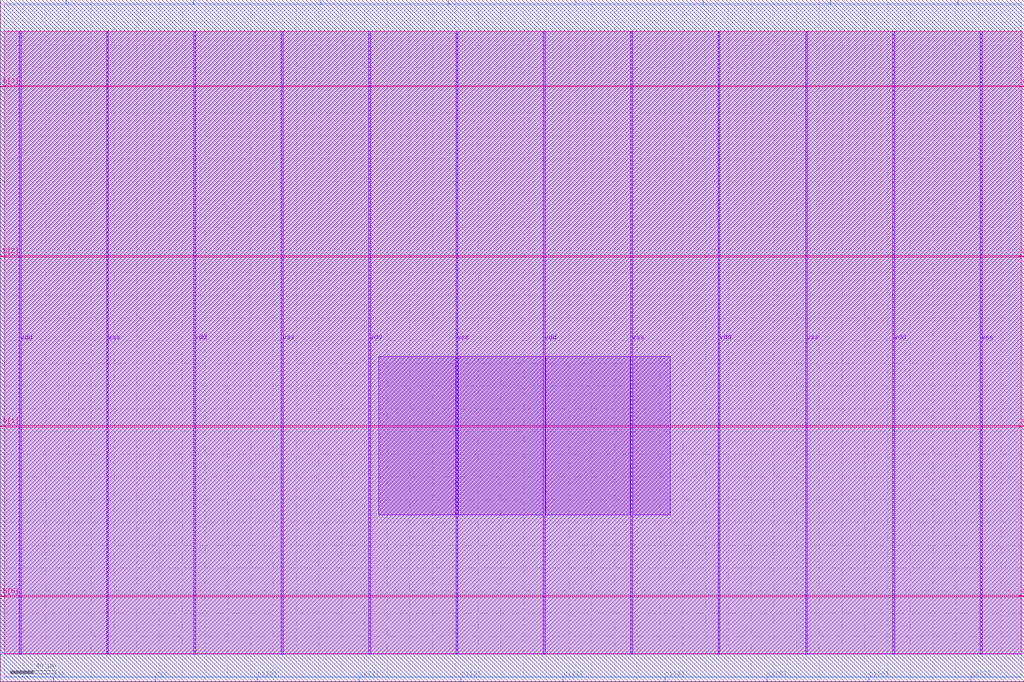
<source format=lef>
##################################################################################
#
#           GLOBALFOUNDRIES
#
##################################################################################
#
# 180MCU Tech LEF File
# based on DRM DM-000013-01 Rev 13
# TFG-Version: 2.1.9
# Date: February 2018
#-------------------------------------------------------
# metal stack option: 5LM_1TM_9K
# Preferred routing directions:
# vertical:   MET2 MET4 
# horizontal: MET1 MET3 MET5
#------------------------------------------------------
# This Techfile contains not correct Parasitic Information.
# USE Appropriate parasitic files for Parasitic Extraction.
#------------------------------------------------------

VERSION 5.7 ;
BUSBITCHARS "[]" ;
DIVIDERCHAR "/" ;

UNITS
    DATABASE MICRONS 2000  ;
    CAPACITANCE PICOFARADS 1 ;
    CURRENT MILLIAMPS 1 ;
    RESISTANCE OHMS 1 ;
END UNITS

SITE gf180mcu_osu_sc_gp9t3v3
  SYMMETRY X Y ;
  CLASS core ;
  SIZE 0.10 BY 6.150 ;
END gf180mcu_osu_sc_gp9t3v3

PROPERTYDEFINITIONS
  LAYER LEF58_EOLENCLOSURE STRING ;
  LAYER LEF58_TYPE STRING ;
END PROPERTYDEFINITIONS

MANUFACTURINGGRID 0.0050 ;
CLEARANCEMEASURE EUCLIDEAN ;
USEMINSPACING OBS ON ;

LAYER POLY2
 TYPE MASTERSLICE ;
END POLY2

LAYER CONT
 TYPE CUT ;
END CONT

LAYER MET1
    TYPE ROUTING ;
    DIRECTION HORIZONTAL ;

    PITCH 0.56 ; 
    OFFSET 0.28 ;

    MINWIDTH 0.230 ;                   # Mn.1  (n=1)
    WIDTH 0.230 ;                      # Mn.1  (n=1)
    SPACING 0.230  ;                   # Mn.2a (n=1)
    SPACING 0.300 RANGE 10.005 999.00 ; # Mn.2b
    AREA 0.1444 ;                      # Mn.3

    THICKNESS 0.54 ;
    ANTENNAMODEL OXIDE1 ;
    ANTENNASIDEAREARATIO 400 ;

    DCCURRENTDENSITY AVERAGE 0.67 ;
    ACCURRENTDENSITY AVERAGE 1.00 ;

    CAPACITANCE CPERSQDIST 0.0000394 ;
    RESISTANCE RPERSQ 0.090000 ;

    MINIMUMDENSITY 30.0 ;
    DENSITYCHECKWINDOW 200.0 200.0 ;
    DENSITYCHECKSTEP 100.0 ;

END MET1

LAYER VIA12
  TYPE CUT ;
  SPACING 0.26 ;
  WIDTH   0.26 ;

  ENCLOSURE BELOW 0.00 0.06 ;
  ENCLOSURE ABOVE 0.01 0.06 ;
  PROPERTY LEF58_EOLENCLOSURE "
  	EOLENCLOSURE 0.34 0.06 ;" ; 

  ARRAYSPACING CUTSPACING 0.36 ARRAYCUTS 4 SPACING 0.36 ; # Vn.2b

  ACCURRENTDENSITY AVERAGE 0.28 ;
  DCCURRENTDENSITY AVERAGE 0.18 ;
  ANTENNAMODEL OXIDE1 ;
  ANTENNAAREARATIO 20.0 ;
END VIA12


LAYER MET2
    TYPE ROUTING ;
    DIRECTION VERTICAL ;

    PITCH 0.56 ; 
    OFFSET 0.28 ;

    MINWIDTH 0.280 ;
    WIDTH 0.280 ;                        # Mn.1  (n>1)
    SPACING 0.280 ;                      # Mn.2a (n>1)
    SPACING 0.300 RANGE 10.005 999.00 ;  # Mn.2b
    AREA 0.1444 ;                        # Mn.3

    THICKNESS 0.54 ;
    ANTENNAMODEL OXIDE1 ;
    ANTENNADIFFSIDEAREARATIO 400 ;
    ANTENNAGATEPLUSDIFF 2 ;

    DCCURRENTDENSITY AVERAGE 0.67 ;
    ACCURRENTDENSITY AVERAGE 1.00 ;

    CAPACITANCE CPERSQDIST 0.0000394 ;
    RESISTANCE RPERSQ 0.090000 ;

    MINIMUMDENSITY 30.0 ;
    DENSITYCHECKWINDOW 200.0 200.0 ;
    DENSITYCHECKSTEP 100.0 ;

END MET2


LAYER VIA23
  TYPE CUT ;
  SPACING 0.26 ;
  WIDTH   0.26 ;

  ENCLOSURE BELOW 0.01 0.06 ;
  ENCLOSURE ABOVE 0.01 0.06 ;

  # a bit conservative for Vn.3/4a without considering the protrusion length of 0.28
  PROPERTY LEF58_EOLENCLOSURE " EOLENCLOSURE 0.34 0.06 ; " ;

  ARRAYSPACING CUTSPACING 0.36 ARRAYCUTS 4 SPACING 0.36 ; # Vn.2b

  ACCURRENTDENSITY AVERAGE 0.28 ;
  DCCURRENTDENSITY AVERAGE 0.18 ;
  ANTENNAMODEL OXIDE1 ;
  ANTENNAAREARATIO 20.0 ;
END VIA23


LAYER MET3
    TYPE ROUTING ;
    DIRECTION HORIZONTAL ;

    PITCH 0.56 ; 
    OFFSET 0.28 ;

    MINWIDTH 0.280 ;
    WIDTH 0.280 ;                        # Mn.1  (n>1)
    SPACING 0.280 ;                      # Mn.2a (n>1)
    SPACING 0.300 RANGE 10.005 999.00 ;  # Mn.2b
    AREA 0.1444 ;                        # Mn.3

    THICKNESS 0.54 ;
    ANTENNAMODEL OXIDE1 ;
    ANTENNADIFFSIDEAREARATIO 400 ;
    ANTENNAGATEPLUSDIFF 2 ;

    DCCURRENTDENSITY AVERAGE 0.67 ;
    ACCURRENTDENSITY AVERAGE 1.00 ;

    CAPACITANCE CPERSQDIST 0.0000394 ;
    RESISTANCE RPERSQ 0.090000 ;

    MINIMUMDENSITY 30.0 ;
    DENSITYCHECKWINDOW 200.0 200.0 ;
    DENSITYCHECKSTEP 100.0 ;

END MET3


LAYER VIA34
  TYPE CUT ;
  SPACING 0.26 ;
  WIDTH   0.26 ;

  ENCLOSURE BELOW 0.01 0.06 ;
  ENCLOSURE ABOVE 0.01 0.06 ;

  # a bit conservative for Vn.3/4a without considering the protrusion length of 0.28
  PROPERTY LEF58_EOLENCLOSURE " EOLENCLOSURE 0.34 0.06 ; " ;

  ARRAYSPACING CUTSPACING 0.36 ARRAYCUTS 4 SPACING 0.36 ; # Vn.2b

  ACCURRENTDENSITY AVERAGE 0.28 ;
  DCCURRENTDENSITY AVERAGE 0.18 ;
  ANTENNAMODEL OXIDE1 ;
  ANTENNAAREARATIO 20.0 ;
END VIA34


LAYER MET4
    TYPE ROUTING ;
    DIRECTION VERTICAL ;

    PITCH 0.56 ; 
    OFFSET 0.28 ;

    MINWIDTH 0.280 ;
    WIDTH 0.280 ;                        # Mn.1  (n>1)
    SPACING 0.280 ;                      # Mn.2a (n>1)
    SPACING 0.300 RANGE 10.005 999.00 ;  # Mn.2b
    AREA 0.1444 ;                        # Mn.3

    THICKNESS 0.54 ;
    ANTENNAMODEL OXIDE1 ;
    ANTENNADIFFSIDEAREARATIO 400 ;
    ANTENNAGATEPLUSDIFF 2 ;

    DCCURRENTDENSITY AVERAGE 0.67 ;
    ACCURRENTDENSITY AVERAGE 1.00 ;

    CAPACITANCE CPERSQDIST 0.0000394 ;
    RESISTANCE RPERSQ 0.090000 ;

    MINIMUMDENSITY 30.0 ;
    DENSITYCHECKWINDOW 200.0 200.0 ;
    DENSITYCHECKSTEP 100.0 ;

END MET4


LAYER VIA45
  TYPE CUT ;
  SPACING 0.26 ;
  WIDTH   0.26 ;

  ENCLOSURE BELOW 0.01 0.06 ;
 # ENCLOSURE ABOVE 0.01 0.09 ;
  ENCLOSURE ABOVE 0.01 0.06 ;

  # a bit conservative for Vn.3/4a without considering the protrusion length of 0.28
  PROPERTY LEF58_EOLENCLOSURE " EOLENCLOSURE 0.34 0.06 ; " ;

  ARRAYSPACING CUTSPACING 0.36 ARRAYCUTS 4 SPACING 0.36 ; # Vn.2b

  ACCURRENTDENSITY AVERAGE 0.28 ;
  DCCURRENTDENSITY AVERAGE 0.18 ;
  ANTENNAMODEL OXIDE1 ;
  ANTENNAAREARATIO 20.0 ;
END VIA45



LAYER MET5
    TYPE ROUTING ;
    DIRECTION HORIZONTAL ;

    OFFSET 0.45 ;


    PITCH 0.9 ;
    MINWIDTH 0.440 ;
    WIDTH   0.440 ;                      # MT.1
    AREA    0.5625 ;                     # MT.4
    SPACING 0.460 ;                      # MT.2a
    SPACING 0.600 RANGE 10.005 999.00 ;  # MT.2b

    DCCURRENTDENSITY AVERAGE 1.21 ;
    ACCURRENTDENSITY AVERAGE 1.82 ;
    RESISTANCE RPERSQ 0.04000 ;

    THICKNESS 0.99 ;

    ANTENNAMODEL OXIDE1 ;
    ANTENNADIFFSIDEAREARATIO 400 ;
    ANTENNAGATEPLUSDIFF 2 ;

    CAPACITANCE CPERSQDIST 0.0000394 ;

    MINIMUMDENSITY 30.0 ;
    DENSITYCHECKWINDOW 200.0 200.0 ;
    DENSITYCHECKSTEP 100.0 ;

END MET5



LAYER OverlapCheck
 TYPE OVERLAP ;
END OverlapCheck
LAYER OBS
 TYPE MASTERSLICE ;
END OBS

LAYER PR_bndry
    TYPE MASTERSLICE ;
END PR_bndry

#------------------------------------------------------------
#  CONT VIA SECTION 
#------------------------------------------------------------
#VIA CONT1 DEFAULT
# RESISTANCE 13.5 ;
# LAYER CONT ;
# RECT -0.11 -0.11 0.11 0.11 ;
# LAYER POLY2 ;
# RECT -0.18 -0.18 0.18 0.18 ;
# LAYER MET1 ;
# RECT -0.115 -0.115 0.115 0.115 ;
#END CONT1

#VIARULE CONT1 GENERATE
# LAYER POLY2 ;
# DIRECTION HORIZONTAL ;
# OVERHANG 0.07 ;
# LAYER MET1 ;
# DIRECTION VERTICAL ;
# OVERHANG 0.005 ;
# LAYER CONT ;
# RECT -0.11 -0.11 0.11 0.11 ;
# SPACING 0.47 BY 0.47 ;
# RESISTANCE 13.5 ;
#END CONT1

#------------------------------------------------------------
#  VIA12 VIA SECTION 
#------------------------------------------------------------
 VIA VIA12_HH  DEFAULT
 LAYER VIA12 ;
 RECT -0.130 -0.130 0.130 0.130 ;
 LAYER MET1 ;
 RECT -0.190 -0.130 0.190 0.130 ;
 LAYER MET2 ;
 RECT -0.190 -0.140 0.190 0.140 ;
 RESISTANCE 4.500 ;
 END VIA12_HH 
 
 VIA VIA12_HV  DEFAULT
 LAYER VIA12 ;
 RECT -0.130 -0.130 0.130 0.130 ;
 LAYER MET1 ;
 RECT -0.190 -0.130 0.190 0.130 ;
 LAYER MET2 ;
 RECT -0.140 -0.190 0.140 0.190 ;
 RESISTANCE 4.500 ;
 END VIA12_HV 
 
 VIA VIA12_VH  DEFAULT
 LAYER VIA12 ;
 RECT -0.130 -0.130 0.130 0.130 ;
 LAYER MET1 ;
 RECT -0.130 -0.190 0.130 0.190 ;
 LAYER MET2 ;
 RECT -0.190 -0.140 0.190 0.140 ;
 RESISTANCE 4.500 ;
 END VIA12_VH 
 
 VIA VIA12_VV  DEFAULT
 LAYER VIA12 ;
 RECT -0.130 -0.130 0.130 0.130 ;
 LAYER MET1 ;
 RECT -0.130 -0.190 0.130 0.190 ;
 LAYER MET2 ;
 RECT -0.140 -0.190 0.140 0.190 ;
 RESISTANCE 4.500 ;
 END VIA12_VV 
 
 VIA VIA12_2CUT_H
 LAYER VIA12 ;
 RECT -0.390 -0.130 -0.130 0.130 ;
 RECT 0.130 -0.130 0.390 0.130 ;
 LAYER MET1 ;
 RECT -0.450 -0.130 0.450 0.130 ;
 LAYER MET2 ;
 RECT -0.400 -0.190 0.400 0.190 ;
 END VIA12_2CUT_H
 
 VIA VIA12_2CUT_V
 LAYER VIA12 ;
 RECT -0.130 -0.390 0.130 -0.130 ;
 RECT -0.130 0.130 0.130 0.390 ;
 LAYER MET1 ;
 RECT -0.190 -0.390 0.190 0.390 ;
 LAYER MET2 ;
 RECT -0.140 -0.450 0.140 0.450 ;
 END VIA12_2CUT_V
 
 VIA VIA12_2X2_0_60_10_60_H_H  DEFAULT
 LAYER VIA12 ;
 RECT -0.390 -0.390 -0.130 -0.130 ;
 RECT 0.130 -0.390 0.390 -0.130 ;
 RECT -0.390 0.130 -0.130 0.390 ;
 RECT 0.130 0.130 0.390 0.390 ;
 LAYER MET1 ;
 RECT -0.450 -0.390 0.450 0.390 ;
 LAYER MET2 ;
 RECT -0.450 -0.400 0.450 0.400 ;
 END VIA12_2X2_0_60_10_60_H_H 
 
 VIA VIA12_2X2_0_60_10_60_H_V  DEFAULT
 LAYER VIA12 ;
 RECT -0.390 -0.390 -0.130 -0.130 ;
 RECT 0.130 -0.390 0.390 -0.130 ;
 RECT -0.390 0.130 -0.130 0.390 ;
 RECT 0.130 0.130 0.390 0.390 ;
 LAYER MET1 ;
 RECT -0.450 -0.390 0.450 0.390 ;
 LAYER MET2 ;
 RECT -0.400 -0.450 0.400 0.450 ;
 END VIA12_2X2_0_60_10_60_H_V 
 
 VIA VIA12_2X2_0_60_10_60_V_H  DEFAULT
 LAYER VIA12 ;
 RECT -0.390 -0.390 -0.130 -0.130 ;
 RECT 0.130 -0.390 0.390 -0.130 ;
 RECT -0.390 0.130 -0.130 0.390 ;
 RECT 0.130 0.130 0.390 0.390 ;
 LAYER MET1 ;
 RECT -0.390 -0.450 0.390 0.450 ;
 LAYER MET2 ;
 RECT -0.450 -0.400 0.450 0.400 ;
 END VIA12_2X2_0_60_10_60_V_H 
 
 VIA VIA12_2X2_0_60_10_60_V_V  DEFAULT
 LAYER VIA12 ;
 RECT -0.390 -0.390 -0.130 -0.130 ;
 RECT 0.130 -0.390 0.390 -0.130 ;
 RECT -0.390 0.130 -0.130 0.390 ;
 RECT 0.130 0.130 0.390 0.390 ;
 LAYER MET1 ;
 RECT -0.390 -0.450 0.390 0.450 ;
 LAYER MET2 ;
 RECT -0.400 -0.450 0.400 0.450 ;
 END VIA12_2X2_0_60_10_60_V_V 
 
VIARULE VIA12_GEN_HH GENERATE
  LAYER MET1 ;
    ENCLOSURE 0.060 0.000 ;
  LAYER MET2 ;
    ENCLOSURE 0.060 0.010 ;
  LAYER VIA12 ;
    RECT -0.130 -0.130 0.130 0.130 ;
    SPACING 0.520 BY 0.520 ;
END VIA12_GEN_HH

VIARULE VIA12_GEN_HV GENERATE
  LAYER MET1 ;
    ENCLOSURE 0.060 0.000 ;
  LAYER MET2 ;
    ENCLOSURE 0.010 0.060 ;
  LAYER VIA12 ;
    RECT -0.130 -0.130 0.130 0.130 ;
    SPACING 0.520 BY 0.520 ;
END VIA12_GEN_HV

VIARULE VIA12_GEN_VH GENERATE
  LAYER MET1 ;
    ENCLOSURE 0.000 0.060 ;
  LAYER MET2 ;
    ENCLOSURE 0.060 0.010 ;
  LAYER VIA12 ;
    RECT -0.130 -0.130 0.130 0.130 ;
    SPACING 0.520 BY 0.520 ;
END VIA12_GEN_VH

VIARULE VIA12_GEN_VV GENERATE
  LAYER MET1 ;
    ENCLOSURE 0.000 0.060 ;
  LAYER MET2 ;
    ENCLOSURE 0.010 0.060 ;
  LAYER VIA12 ;
    RECT -0.130 -0.130 0.130 0.130 ;
    SPACING 0.520 BY 0.520 ;
END VIA12_GEN_VV

 VIA VIA12_4X4H_HH_DEFAULT  DEFAULT
 LAYER VIA12 ;
 RECT -1.060 -1.060 -0.800 -0.800 ;
 RECT -0.440 -1.060 -0.180 -0.800 ;
 RECT 0.180 -1.060 0.440 -0.800 ;
 RECT 0.800 -1.060 1.060 -0.800 ;
 RECT -1.060 -0.440 -0.800 -0.180 ;
 RECT -0.440 -0.440 -0.180 -0.180 ;
 RECT 0.180 -0.440 0.440 -0.180 ;
 RECT 0.800 -0.440 1.060 -0.180 ;
 RECT -1.060 0.180 -0.800 0.440 ;
 RECT -0.440 0.180 -0.180 0.440 ;
 RECT 0.180 0.180 0.440 0.440 ;
 RECT 0.800 0.180 1.060 0.440 ;
 RECT -1.060 0.800 -0.800 1.060 ;
 RECT -0.440 0.800 -0.180 1.060 ;
 RECT 0.180 0.800 0.440 1.060 ;
 RECT 0.800 0.800 1.060 1.060 ;
 LAYER MET1 ;
 RECT -1.120 -1.060 1.120 1.060 ;
 LAYER MET2 ;
 RECT -1.120 -1.070 1.120 1.070 ;
 END VIA12_4X4H_HH_DEFAULT 
 
 VIA VIA12_4X4H_HV_DEFAULT  DEFAULT
 LAYER VIA12 ;
 RECT -1.060 -1.060 -0.800 -0.800 ;
 RECT -0.440 -1.060 -0.180 -0.800 ;
 RECT 0.180 -1.060 0.440 -0.800 ;
 RECT 0.800 -1.060 1.060 -0.800 ;
 RECT -1.060 -0.440 -0.800 -0.180 ;
 RECT -0.440 -0.440 -0.180 -0.180 ;
 RECT 0.180 -0.440 0.440 -0.180 ;
 RECT 0.800 -0.440 1.060 -0.180 ;
 RECT -1.060 0.180 -0.800 0.440 ;
 RECT -0.440 0.180 -0.180 0.440 ;
 RECT 0.180 0.180 0.440 0.440 ;
 RECT 0.800 0.180 1.060 0.440 ;
 RECT -1.060 0.800 -0.800 1.060 ;
 RECT -0.440 0.800 -0.180 1.060 ;
 RECT 0.180 0.800 0.440 1.060 ;
 RECT 0.800 0.800 1.060 1.060 ;
 LAYER MET1 ;
 RECT -1.120 -1.060 1.120 1.060 ;
 LAYER MET2 ;
 RECT -1.070 -1.120 1.070 1.120 ;
 END VIA12_4X4H_HV_DEFAULT 
 
 VIA VIA12_4X4H_VH_DEFAULT  DEFAULT
 LAYER VIA12 ;
 RECT -1.060 -1.060 -0.800 -0.800 ;
 RECT -0.440 -1.060 -0.180 -0.800 ;
 RECT 0.180 -1.060 0.440 -0.800 ;
 RECT 0.800 -1.060 1.060 -0.800 ;
 RECT -1.060 -0.440 -0.800 -0.180 ;
 RECT -0.440 -0.440 -0.180 -0.180 ;
 RECT 0.180 -0.440 0.440 -0.180 ;
 RECT 0.800 -0.440 1.060 -0.180 ;
 RECT -1.060 0.180 -0.800 0.440 ;
 RECT -0.440 0.180 -0.180 0.440 ;
 RECT 0.180 0.180 0.440 0.440 ;
 RECT 0.800 0.180 1.060 0.440 ;
 RECT -1.060 0.800 -0.800 1.060 ;
 RECT -0.440 0.800 -0.180 1.060 ;
 RECT 0.180 0.800 0.440 1.060 ;
 RECT 0.800 0.800 1.060 1.060 ;
 LAYER MET1 ;
 RECT -1.060 -1.120 1.060 1.120 ;
 LAYER MET2 ;
 RECT -1.120 -1.070 1.120 1.070 ;
 END VIA12_4X4H_VH_DEFAULT 
 
 VIA VIA12_4X4H_VV_DEFAULT  DEFAULT
 LAYER VIA12 ;
 RECT -1.060 -1.060 -0.800 -0.800 ;
 RECT -0.440 -1.060 -0.180 -0.800 ;
 RECT 0.180 -1.060 0.440 -0.800 ;
 RECT 0.800 -1.060 1.060 -0.800 ;
 RECT -1.060 -0.440 -0.800 -0.180 ;
 RECT -0.440 -0.440 -0.180 -0.180 ;
 RECT 0.180 -0.440 0.440 -0.180 ;
 RECT 0.800 -0.440 1.060 -0.180 ;
 RECT -1.060 0.180 -0.800 0.440 ;
 RECT -0.440 0.180 -0.180 0.440 ;
 RECT 0.180 0.180 0.440 0.440 ;
 RECT 0.800 0.180 1.060 0.440 ;
 RECT -1.060 0.800 -0.800 1.060 ;
 RECT -0.440 0.800 -0.180 1.060 ;
 RECT 0.180 0.800 0.440 1.060 ;
 RECT 0.800 0.800 1.060 1.060 ;
 LAYER MET1 ;
 RECT -1.060 -1.120 1.060 1.120 ;
 LAYER MET2 ;
 RECT -1.070 -1.120 1.070 1.120 ;
 END VIA12_4X4H_VV_DEFAULT 


#----------------------------------------------------------
# VIA VIA12_HH  DEFAULT
# LAYER VIA12 ;
# RECT -0.130 -0.130 0.130 0.130 ;
# LAYER MET1 ;
# RECT -0.190 -0.130 0.190 0.130 ;
# LAYER MET2 ;
# RECT -0.190 -0.140 0.190 0.140 ;
# END VIA12_HH 
# 
# VIA V12B 
# LAYER VIA12 ;
# RECT -0.130 -0.130 0.130 0.130 ;
# LAYER MET1 ;
# RECT -0.190 -0.130 0.190 0.130 ;
# LAYER MET2 ;
# RECT -0.140 -0.190 0.140 0.190 ;
# END V12B 
# 
# VIA VIA12_2CUT_H
# LAYER VIA12 ;
# RECT -0.390 -0.130 -0.130 0.130 ;
# RECT 0.130 -0.130 0.390 0.130 ;
# LAYER MET1 ;
# RECT -0.450 -0.130 0.450 0.130 ;
# LAYER MET2 ;
# RECT -0.400 -0.190 0.400 0.190 ;
# END VIA12_2CUT_H
# 
# VIA VIA12_2CUT_V
# LAYER VIA12 ;
# RECT -0.130 -0.390 0.130 -0.130 ;
# RECT -0.130 0.130 0.130 0.390 ;
# LAYER MET1 ;
# RECT -0.190 -0.390 0.190 0.390 ;
# LAYER MET2 ;
# RECT -0.140 -0.450 0.140 0.450 ;
# END VIA12_2CUT_V
# 
# VIA VIA12_2X2_0_60_10_60_H_H  DEFAULT
# LAYER VIA12 ;
# RECT -0.390 -0.390 -0.130 -0.130 ;
# RECT 0.130 -0.390 0.390 -0.130 ;
# RECT -0.390 0.130 -0.130 0.390 ;
# RECT 0.130 0.130 0.390 0.390 ;
# LAYER MET1 ;
# RECT -0.450 -0.390 0.450 0.390 ;
# LAYER MET2 ;
# RECT -0.450 -0.400 0.450 0.400 ;
# END VIA12_2X2_0_60_10_60_H_H 
# 
# VIA VIA12_2X2_0_60_10_60_H_V  DEFAULT
# LAYER VIA12 ;
# RECT -0.390 -0.390 -0.130 -0.130 ;
# RECT 0.130 -0.390 0.390 -0.130 ;
# RECT -0.390 0.130 -0.130 0.390 ;
# RECT 0.130 0.130 0.390 0.390 ;
# LAYER MET1 ;
# RECT -0.450 -0.390 0.450 0.390 ;
# LAYER MET2 ;
# RECT -0.400 -0.450 0.400 0.450 ;
# END VIA12_2X2_0_60_10_60_H_V 
# 
# VIA VIA12_2X2_0_60_10_60_V_H  DEFAULT
# LAYER VIA12 ;
# RECT -0.390 -0.390 -0.130 -0.130 ;
# RECT 0.130 -0.390 0.390 -0.130 ;
# RECT -0.390 0.130 -0.130 0.390 ;
# RECT 0.130 0.130 0.390 0.390 ;
# LAYER MET1 ;
# RECT -0.390 -0.450 0.390 0.450 ;
# LAYER MET2 ;
# RECT -0.450 -0.400 0.450 0.400 ;
# END VIA12_2X2_0_60_10_60_V_H 
# 
# VIA VIA12_2X2_0_60_10_60_V_V  DEFAULT
# LAYER VIA12 ;
# RECT -0.390 -0.390 -0.130 -0.130 ;
# RECT 0.130 -0.390 0.390 -0.130 ;
# RECT -0.390 0.130 -0.130 0.390 ;
# RECT 0.130 0.130 0.390 0.390 ;
# LAYER MET1 ;
# RECT -0.390 -0.450 0.390 0.450 ;
# LAYER MET2 ;
# RECT -0.400 -0.450 0.400 0.450 ;
# END VIA12_2X2_0_60_10_60_V_V 
# 
#VIARULE VIA12_GEN_HH GENERATE
#  LAYER MET1 ;
#    ENCLOSURE 0.060 0.000 ;
#  LAYER MET2 ;
#    ENCLOSURE 0.060 0.010 ;
#  LAYER VIA12 ;
#    RECT -0.130 -0.130 0.130 0.130 ;
#    SPACING 0.520 BY 0.520 ;
#END VIA12_GEN_HH
#
#VIARULE VIA12_GEN_HV GENERATE
#  LAYER MET1 ;
#    ENCLOSURE 0.060 0.000 ;
#  LAYER MET2 ;
#    ENCLOSURE 0.010 0.060 ;
#  LAYER VIA12 ;
#    RECT -0.130 -0.130 0.130 0.130 ;
#    SPACING 0.520 BY 0.520 ;
#END VIA12_GEN_HV
#
#VIARULE VIA12_GEN_VH GENERATE
#  LAYER MET1 ;
#    ENCLOSURE 0.000 0.060 ;
#  LAYER MET2 ;
#    ENCLOSURE 0.060 0.010 ;
#  LAYER VIA12 ;
#    RECT -0.130 -0.130 0.130 0.130 ;
#    SPACING 0.520 BY 0.520 ;
#END VIA12_GEN_VH
#
#VIARULE VIA12_GEN_VV GENERATE
#  LAYER MET1 ;
#    ENCLOSURE 0.000 0.060 ;
#  LAYER MET2 ;
#    ENCLOSURE 0.010 0.060 ;
#  LAYER VIA12 ;
#    RECT -0.130 -0.130 0.130 0.130 ;
#    SPACING 0.520 BY 0.520 ;
#END VIA12_GEN_VV
#
#VIARULE V12B GENERATE
#  LAYER MET1 ;
#    ENCLOSURE 0.060 0.060 ;
#  LAYER MET2 ;
#    ENCLOSURE 0.060 0.060 ;
#  LAYER VIA12 ;
#    RECT -0.130 -0.130 0.130 0.130 ;
#    SPACING 0.520 BY 0.520 ;
#END V12B
#
# VIA VIA12_4X4H_HH_DEFAULT  DEFAULT
# LAYER VIA12 ;
# RECT -1.060 -1.060 -0.800 -0.800 ;
# RECT -0.440 -1.060 -0.180 -0.800 ;
# RECT 0.180 -1.060 0.440 -0.800 ;
# RECT 0.800 -1.060 1.060 -0.800 ;
# RECT -1.060 -0.440 -0.800 -0.180 ;
# RECT -0.440 -0.440 -0.180 -0.180 ;
# RECT 0.180 -0.440 0.440 -0.180 ;
# RECT 0.800 -0.440 1.060 -0.180 ;
# RECT -1.060 0.180 -0.800 0.440 ;
# RECT -0.440 0.180 -0.180 0.440 ;
# RECT 0.180 0.180 0.440 0.440 ;
# RECT 0.800 0.180 1.060 0.440 ;
# RECT -1.060 0.800 -0.800 1.060 ;
# RECT -0.440 0.800 -0.180 1.060 ;
# RECT 0.180 0.800 0.440 1.060 ;
# RECT 0.800 0.800 1.060 1.060 ;
# LAYER MET1 ;
# RECT -1.120 -1.060 1.120 1.060 ;
# LAYER MET2 ;
# RECT -1.120 -1.070 1.120 1.070 ;
# END VIA12_4X4H_HH_DEFAULT 
# 
# VIA VIA12_4X4H_HV_DEFAULT  DEFAULT
# LAYER VIA12 ;
# RECT -1.060 -1.060 -0.800 -0.800 ;
# RECT -0.440 -1.060 -0.180 -0.800 ;
# RECT 0.180 -1.060 0.440 -0.800 ;
# RECT 0.800 -1.060 1.060 -0.800 ;
# RECT -1.060 -0.440 -0.800 -0.180 ;
# RECT -0.440 -0.440 -0.180 -0.180 ;
# RECT 0.180 -0.440 0.440 -0.180 ;
# RECT 0.800 -0.440 1.060 -0.180 ;
# RECT -1.060 0.180 -0.800 0.440 ;
# RECT -0.440 0.180 -0.180 0.440 ;
# RECT 0.180 0.180 0.440 0.440 ;
# RECT 0.800 0.180 1.060 0.440 ;
# RECT -1.060 0.800 -0.800 1.060 ;
# RECT -0.440 0.800 -0.180 1.060 ;
# RECT 0.180 0.800 0.440 1.060 ;
# RECT 0.800 0.800 1.060 1.060 ;
# LAYER MET1 ;
# RECT -1.120 -1.060 1.120 1.060 ;
# LAYER MET2 ;
# RECT -1.070 -1.120 1.070 1.120 ;
# END VIA12_4X4H_HV_DEFAULT 
# 
# VIA VIA12_4X4H_VH_DEFAULT  DEFAULT
# LAYER VIA12 ;
# RECT -1.060 -1.060 -0.800 -0.800 ;
# RECT -0.440 -1.060 -0.180 -0.800 ;
# RECT 0.180 -1.060 0.440 -0.800 ;
# RECT 0.800 -1.060 1.060 -0.800 ;
# RECT -1.060 -0.440 -0.800 -0.180 ;
# RECT -0.440 -0.440 -0.180 -0.180 ;
# RECT 0.180 -0.440 0.440 -0.180 ;
# RECT 0.800 -0.440 1.060 -0.180 ;
# RECT -1.060 0.180 -0.800 0.440 ;
# RECT -0.440 0.180 -0.180 0.440 ;
# RECT 0.180 0.180 0.440 0.440 ;
# RECT 0.800 0.180 1.060 0.440 ;
# RECT -1.060 0.800 -0.800 1.060 ;
# RECT -0.440 0.800 -0.180 1.060 ;
# RECT 0.180 0.800 0.440 1.060 ;
# RECT 0.800 0.800 1.060 1.060 ;
# LAYER MET1 ;
# RECT -1.060 -1.120 1.060 1.120 ;
# LAYER MET2 ;
# RECT -1.120 -1.070 1.120 1.070 ;
# END VIA12_4X4H_VH_DEFAULT 
# 
# VIA VIA12_4X4H_VV_DEFAULT  DEFAULT
# LAYER VIA12 ;
# RECT -1.060 -1.060 -0.800 -0.800 ;
# RECT -0.440 -1.060 -0.180 -0.800 ;
# RECT 0.180 -1.060 0.440 -0.800 ;
# RECT 0.800 -1.060 1.060 -0.800 ;
# RECT -1.060 -0.440 -0.800 -0.180 ;
# RECT -0.440 -0.440 -0.180 -0.180 ;
# RECT 0.180 -0.440 0.440 -0.180 ;
# RECT 0.800 -0.440 1.060 -0.180 ;
# RECT -1.060 0.180 -0.800 0.440 ;
# RECT -0.440 0.180 -0.180 0.440 ;
# RECT 0.180 0.180 0.440 0.440 ;
# RECT 0.800 0.180 1.060 0.440 ;
# RECT -1.060 0.800 -0.800 1.060 ;
# RECT -0.440 0.800 -0.180 1.060 ;
# RECT 0.180 0.800 0.440 1.060 ;
# RECT 0.800 0.800 1.060 1.060 ;
# LAYER MET1 ;
# RECT -1.060 -1.120 1.060 1.120 ;
# LAYER MET2 ;
# RECT -1.070 -1.120 1.070 1.120 ;
# END VIA12_4X4H_VV_DEFAULT 
# 
#------------------------------------------------------------
#  VIA23 VIA SECTION 
#------------------------------------------------------------
 VIA VIA23_HH  DEFAULT
 LAYER VIA23 ;
 RECT -0.130 -0.130 0.130 0.130 ;
 LAYER MET2 ;
 RECT -0.190 -0.140 0.190 0.140 ;
 LAYER MET3 ;
 RECT -0.190 -0.140 0.190 0.140 ;
 RESISTANCE 4.500 ;
 END VIA23_HH 
 
 VIA VIA23_HV  DEFAULT
 LAYER VIA23 ;
 RECT -0.130 -0.130 0.130 0.130 ;
 LAYER MET2 ;
 RECT -0.190 -0.140 0.190 0.140 ;
 LAYER MET3 ;
 RECT -0.140 -0.190 0.140 0.190 ;
 RESISTANCE 4.500 ;
 END VIA23_HV 
 
 VIA VIA23_VH  DEFAULT
 LAYER VIA23 ;
 RECT -0.130 -0.130 0.130 0.130 ;
 LAYER MET2 ;
 RECT -0.140 -0.190 0.140 0.190 ;
 LAYER MET3 ;
 RECT -0.190 -0.140 0.190 0.140 ;
 RESISTANCE 4.500 ;
 END VIA23_VH 
 
 VIA VIA23_VV  DEFAULT
 LAYER VIA23 ;
 RECT -0.130 -0.130 0.130 0.130 ;
 LAYER MET2 ;
 RECT -0.140 -0.190 0.140 0.190 ;
 LAYER MET3 ;
 RECT -0.140 -0.190 0.140 0.190 ;
 RESISTANCE 4.500 ;
 END VIA23_VV 
 
 VIA VIA23_2CUT_H
 LAYER VIA23 ;
 RECT -0.390 -0.130 -0.130 0.130 ;
 RECT 0.130 -0.130 0.390 0.130 ;
 LAYER MET2 ;
 RECT -0.390 -0.190 0.390 0.190 ;
 LAYER MET3 ;
 RECT -0.450 -0.140 0.450 0.140 ;
 END VIA23_2CUT_H
 
 VIA VIA23_2CUT_V
 LAYER VIA23 ;
 RECT -0.130 -0.390 0.130 -0.130 ;
 RECT -0.130 0.130 0.130 0.390 ;
 LAYER MET2 ;
 RECT -0.130 -0.450 0.130 0.450 ;
 LAYER MET3 ;
 RECT -0.190 -0.400 0.190 0.400 ;
 END VIA23_2CUT_V
 
 VIA VIA23_2X2_0_60_10_60_H_H  DEFAULT
 LAYER VIA23 ;
 RECT -0.390 -0.390 -0.130 -0.130 ;
 RECT 0.130 -0.390 0.390 -0.130 ;
 RECT -0.390 0.130 -0.130 0.390 ;
 RECT 0.130 0.130 0.390 0.390 ;
 LAYER MET2 ;
 RECT -0.450 -0.390 0.450 0.390 ;
 LAYER MET3 ;
 RECT -0.450 -0.400 0.450 0.400 ;
 END VIA23_2X2_0_60_10_60_H_H 
 
 VIA VIA23_2X2_0_60_10_60_H_V  DEFAULT
 LAYER VIA23 ;
 RECT -0.390 -0.390 -0.130 -0.130 ;
 RECT 0.130 -0.390 0.390 -0.130 ;
 RECT -0.390 0.130 -0.130 0.390 ;
 RECT 0.130 0.130 0.390 0.390 ;
 LAYER MET2 ;
 RECT -0.450 -0.390 0.450 0.390 ;
 LAYER MET3 ;
 RECT -0.400 -0.450 0.400 0.450 ;
 END VIA23_2X2_0_60_10_60_H_V 
 
 VIA VIA23_2X2_0_60_10_60_V_H  DEFAULT
 LAYER VIA23 ;
 RECT -0.390 -0.390 -0.130 -0.130 ;
 RECT 0.130 -0.390 0.390 -0.130 ;
 RECT -0.390 0.130 -0.130 0.390 ;
 RECT 0.130 0.130 0.390 0.390 ;
 LAYER MET2 ;
 RECT -0.390 -0.450 0.390 0.450 ;
 LAYER MET3 ;
 RECT -0.450 -0.400 0.450 0.400 ;
 END VIA23_2X2_0_60_10_60_V_H 
 
 VIA VIA23_2X2_0_60_10_60_V_V  DEFAULT
 LAYER VIA23 ;
 RECT -0.390 -0.390 -0.130 -0.130 ;
 RECT 0.130 -0.390 0.390 -0.130 ;
 RECT -0.390 0.130 -0.130 0.390 ;
 RECT 0.130 0.130 0.390 0.390 ;
 LAYER MET2 ;
 RECT -0.390 -0.450 0.390 0.450 ;
 LAYER MET3 ;
 RECT -0.400 -0.450 0.400 0.450 ;
 END VIA23_2X2_0_60_10_60_V_V 
 
VIARULE VIA23_GEN_HH GENERATE
  LAYER MET2 ;
    ENCLOSURE 0.060 0.010 ;
  LAYER MET3 ;
    ENCLOSURE 0.060 0.010 ;
  LAYER VIA23 ;
    RECT -0.130 -0.130 0.130 0.130 ;
    SPACING 0.520 BY 0.520 ;
END VIA23_GEN_HH

VIARULE VIA23_GEN_HV GENERATE
  LAYER MET2 ;
    ENCLOSURE 0.060 0.010 ;
  LAYER MET3 ;
    ENCLOSURE 0.010 0.060 ;
  LAYER VIA23 ;
    RECT -0.130 -0.130 0.130 0.130 ;
    SPACING 0.520 BY 0.520 ;
END VIA23_GEN_HV

VIARULE VIA23_GEN_VH GENERATE
  LAYER MET2 ;
    ENCLOSURE 0.010 0.060 ;
  LAYER MET3 ;
    ENCLOSURE 0.060 0.010 ;
  LAYER VIA23 ;
    RECT -0.130 -0.130 0.130 0.130 ;
    SPACING 0.520 BY 0.520 ;
END VIA23_GEN_VH

VIARULE VIA23_GEN_VV GENERATE
  LAYER MET2 ;
    ENCLOSURE 0.010 0.060 ;
  LAYER MET3 ;
    ENCLOSURE 0.010 0.060 ;
  LAYER VIA23 ;
    RECT -0.130 -0.130 0.130 0.130 ;
    SPACING 0.520 BY 0.520 ;
END VIA23_GEN_VV

 VIA VIA23_4X4H_HH_DEFAULT  DEFAULT
 LAYER VIA23 ;
 RECT -1.060 -1.060 -0.800 -0.800 ;
 RECT -0.440 -1.060 -0.180 -0.800 ;
 RECT 0.180 -1.060 0.440 -0.800 ;
 RECT 0.800 -1.060 1.060 -0.800 ;
 RECT -1.060 -0.440 -0.800 -0.180 ;
 RECT -0.440 -0.440 -0.180 -0.180 ;
 RECT 0.180 -0.440 0.440 -0.180 ;
 RECT 0.800 -0.440 1.060 -0.180 ;
 RECT -1.060 0.180 -0.800 0.440 ;
 RECT -0.440 0.180 -0.180 0.440 ;
 RECT 0.180 0.180 0.440 0.440 ;
 RECT 0.800 0.180 1.060 0.440 ;
 RECT -1.060 0.800 -0.800 1.060 ;
 RECT -0.440 0.800 -0.180 1.060 ;
 RECT 0.180 0.800 0.440 1.060 ;
 RECT 0.800 0.800 1.060 1.060 ;
 LAYER MET2 ;
 RECT -1.120 -1.070 1.120 1.070 ;
 LAYER MET3 ;
 RECT -1.120 -1.070 1.120 1.070 ;
 END VIA23_4X4H_HH_DEFAULT 
 
 VIA VIA23_4X4H_HV_DEFAULT  DEFAULT
 LAYER VIA23 ;
 RECT -1.060 -1.060 -0.800 -0.800 ;
 RECT -0.440 -1.060 -0.180 -0.800 ;
 RECT 0.180 -1.060 0.440 -0.800 ;
 RECT 0.800 -1.060 1.060 -0.800 ;
 RECT -1.060 -0.440 -0.800 -0.180 ;
 RECT -0.440 -0.440 -0.180 -0.180 ;
 RECT 0.180 -0.440 0.440 -0.180 ;
 RECT 0.800 -0.440 1.060 -0.180 ;
 RECT -1.060 0.180 -0.800 0.440 ;
 RECT -0.440 0.180 -0.180 0.440 ;
 RECT 0.180 0.180 0.440 0.440 ;
 RECT 0.800 0.180 1.060 0.440 ;
 RECT -1.060 0.800 -0.800 1.060 ;
 RECT -0.440 0.800 -0.180 1.060 ;
 RECT 0.180 0.800 0.440 1.060 ;
 RECT 0.800 0.800 1.060 1.060 ;
 LAYER MET2 ;
 RECT -1.120 -1.070 1.120 1.070 ;
 LAYER MET3 ;
 RECT -1.070 -1.120 1.070 1.120 ;
 END VIA23_4X4H_HV_DEFAULT 
 
 VIA VIA23_4X4H_VH_DEFAULT  DEFAULT
 LAYER VIA23 ;
 RECT -1.060 -1.060 -0.800 -0.800 ;
 RECT -0.440 -1.060 -0.180 -0.800 ;
 RECT 0.180 -1.060 0.440 -0.800 ;
 RECT 0.800 -1.060 1.060 -0.800 ;
 RECT -1.060 -0.440 -0.800 -0.180 ;
 RECT -0.440 -0.440 -0.180 -0.180 ;
 RECT 0.180 -0.440 0.440 -0.180 ;
 RECT 0.800 -0.440 1.060 -0.180 ;
 RECT -1.060 0.180 -0.800 0.440 ;
 RECT -0.440 0.180 -0.180 0.440 ;
 RECT 0.180 0.180 0.440 0.440 ;
 RECT 0.800 0.180 1.060 0.440 ;
 RECT -1.060 0.800 -0.800 1.060 ;
 RECT -0.440 0.800 -0.180 1.060 ;
 RECT 0.180 0.800 0.440 1.060 ;
 RECT 0.800 0.800 1.060 1.060 ;
 LAYER MET2 ;
 RECT -1.070 -1.120 1.070 1.120 ;
 LAYER MET3 ;
 RECT -1.120 -1.070 1.120 1.070 ;
 END VIA23_4X4H_VH_DEFAULT 
 
 VIA VIA23_4X4H_VV_DEFAULT  DEFAULT
 LAYER VIA23 ;
 RECT -1.060 -1.060 -0.800 -0.800 ;
 RECT -0.440 -1.060 -0.180 -0.800 ;
 RECT 0.180 -1.060 0.440 -0.800 ;
 RECT 0.800 -1.060 1.060 -0.800 ;
 RECT -1.060 -0.440 -0.800 -0.180 ;
 RECT -0.440 -0.440 -0.180 -0.180 ;
 RECT 0.180 -0.440 0.440 -0.180 ;
 RECT 0.800 -0.440 1.060 -0.180 ;
 RECT -1.060 0.180 -0.800 0.440 ;
 RECT -0.440 0.180 -0.180 0.440 ;
 RECT 0.180 0.180 0.440 0.440 ;
 RECT 0.800 0.180 1.060 0.440 ;
 RECT -1.060 0.800 -0.800 1.060 ;
 RECT -0.440 0.800 -0.180 1.060 ;
 RECT 0.180 0.800 0.440 1.060 ;
 RECT 0.800 0.800 1.060 1.060 ;
 LAYER MET2 ;
 RECT -1.070 -1.120 1.070 1.120 ;
 LAYER MET3 ;
 RECT -1.070 -1.120 1.070 1.120 ;
 END VIA23_4X4H_VV_DEFAULT 
#------------------------------------------------------------
# VIA VIA23_HV  DEFAULT
# LAYER VIA23 ;
# RECT -0.130 -0.130 0.130 0.130 ;
# LAYER MET2 ;
# RECT -0.190 -0.140 0.190 0.140 ;
# LAYER MET3 ;
# RECT -0.140 -0.190 0.140 0.190 ;
# END VIA23_HV 
# 
# VIA VIA23_VV  DEFAULT
# LAYER VIA23 ;
# RECT -0.130 -0.130 0.130 0.130 ;
# LAYER MET2 ;
# RECT -0.140 -0.190 0.140 0.190 ;
# LAYER MET3 ;
# RECT -0.140 -0.190 0.140 0.190 ;
# END VIA23_VV 
# 
# VIA V23A 
# LAYER VIA23 ;
# RECT -0.130 -0.130 0.130 0.130 ;
# LAYER MET2 ;
# RECT -0.140 -0.190 0.140 0.190 ;
# LAYER MET3 ;
# RECT -0.140 -0.190 0.140 0.190 ;
# END V23A 
# 
# VIA VIA23_2CUT_H
# LAYER VIA23 ;
# RECT -0.390 -0.130 -0.130 0.130 ;
# RECT 0.130 -0.130 0.390 0.130 ;
# LAYER MET2 ;
# RECT -0.390 -0.190 0.390 0.190 ;
# LAYER MET3 ;
# RECT -0.450 -0.140 0.450 0.140 ;
# END VIA23_2CUT_H
# 
# VIA VIA23_2CUT_V
# LAYER VIA23 ;
# RECT -0.130 -0.390 0.130 -0.130 ;
# RECT -0.130 0.130 0.130 0.390 ;
# LAYER MET2 ;
# RECT -0.130 -0.450 0.130 0.450 ;
# LAYER MET3 ;
# RECT -0.190 -0.400 0.190 0.400 ;
# END VIA23_2CUT_V
# 
# VIA VIA23_2X2_10_60_10_60_H_H  DEFAULT
# LAYER VIA23 ;
# RECT -0.390 -0.390 -0.130 -0.130 ;
# RECT 0.130 -0.390 0.390 -0.130 ;
# RECT -0.390 0.130 -0.130 0.390 ;
# RECT 0.130 0.130 0.390 0.390 ;
# LAYER MET2 ;
# RECT -0.450 -0.400 0.450 0.400 ;
# LAYER MET3 ;
# RECT -0.450 -0.400 0.450 0.400 ;
# END VIA23_2X2_10_60_10_60_H_H 
# 
# VIA VIA23_2X2_10_60_10_60_H_V  DEFAULT
# LAYER VIA23 ;
# RECT -0.390 -0.390 -0.130 -0.130 ;
# RECT 0.130 -0.390 0.390 -0.130 ;
# RECT -0.390 0.130 -0.130 0.390 ;
# RECT 0.130 0.130 0.390 0.390 ;
# LAYER MET2 ;
# RECT -0.450 -0.400 0.450 0.400 ;
# LAYER MET3 ;
# RECT -0.400 -0.450 0.400 0.450 ;
# END VIA23_2X2_10_60_10_60_H_V 
# 
# VIA VIA23_2X2_10_60_10_60_V_H  DEFAULT
# LAYER VIA23 ;
# RECT -0.390 -0.390 -0.130 -0.130 ;
# RECT 0.130 -0.390 0.390 -0.130 ;
# RECT -0.390 0.130 -0.130 0.390 ;
# RECT 0.130 0.130 0.390 0.390 ;
# LAYER MET2 ;
# RECT -0.400 -0.450 0.400 0.450 ;
# LAYER MET3 ;
# RECT -0.450 -0.400 0.450 0.400 ;
# END VIA23_2X2_10_60_10_60_V_H 
# 
# VIA VIA23_2X2_10_60_10_60_V_V  DEFAULT
# LAYER VIA23 ;
# RECT -0.390 -0.390 -0.130 -0.130 ;
# RECT 0.130 -0.390 0.390 -0.130 ;
# RECT -0.390 0.130 -0.130 0.390 ;
# RECT 0.130 0.130 0.390 0.390 ;
# LAYER MET2 ;
# RECT -0.400 -0.450 0.400 0.450 ;
# LAYER MET3 ;
# RECT -0.400 -0.450 0.400 0.450 ;
# END VIA23_2X2_10_60_10_60_V_V 
# 
#VIARULE VIA23_GEN_HH GENERATE
#  LAYER MET2 ;
#    ENCLOSURE 0.060 0.010 ;
#  LAYER MET3 ;
#    ENCLOSURE 0.060 0.010 ;
#  LAYER VIA23 ;
#    RECT -0.130 -0.130 0.130 0.130 ;
#    SPACING 0.520 BY 0.520 ;
#END VIA23_GEN_HH
#
#VIARULE VIA23_GEN_HV GENERATE
#  LAYER MET2 ;
#    ENCLOSURE 0.060 0.010 ;
#  LAYER MET3 ;
#    ENCLOSURE 0.010 0.060 ;
#  LAYER VIA23 ;
#    RECT -0.130 -0.130 0.130 0.130 ;
#    SPACING 0.520 BY 0.520 ;
#END VIA23_GEN_HV
#
#VIARULE VIA23_GEN_VH GENERATE
#  LAYER MET2 ;
#    ENCLOSURE 0.010 0.060 ;
#  LAYER MET3 ;
#    ENCLOSURE 0.060 0.010 ;
#  LAYER VIA23 ;
#    RECT -0.130 -0.130 0.130 0.130 ;
#    SPACING 0.520 BY 0.520 ;
#END VIA23_GEN_VH
#
#VIARULE VIA23_GEN_VV GENERATE
#  LAYER MET2 ;
#    ENCLOSURE 0.010 0.060 ;
#  LAYER MET3 ;
#    ENCLOSURE 0.010 0.060 ;
#  LAYER VIA23 ;
#    RECT -0.130 -0.130 0.130 0.130 ;
#    SPACING 0.520 BY 0.520 ;
#END VIA23_GEN_VV
#
#VIARULE V23B GENERATE
#  LAYER MET2 ;
#    ENCLOSURE 0.060 0.060 ;
#  LAYER MET3 ;
#    ENCLOSURE 0.060 0.060 ;
#  LAYER VIA23 ;
#    RECT -0.130 -0.130 0.130 0.130 ;
#    SPACING 0.520 BY 0.520 ;
#END V23B
#
# VIA VIA23_4X4H_HH_DEFAULT  DEFAULT
# LAYER VIA23 ;
# RECT -1.060 -1.060 -0.800 -0.800 ;
# RECT -0.440 -1.060 -0.180 -0.800 ;
# RECT 0.180 -1.060 0.440 -0.800 ;
# RECT 0.800 -1.060 1.060 -0.800 ;
# RECT -1.060 -0.440 -0.800 -0.180 ;
# RECT -0.440 -0.440 -0.180 -0.180 ;
# RECT 0.180 -0.440 0.440 -0.180 ;
# RECT 0.800 -0.440 1.060 -0.180 ;
# RECT -1.060 0.180 -0.800 0.440 ;
# RECT -0.440 0.180 -0.180 0.440 ;
# RECT 0.180 0.180 0.440 0.440 ;
# RECT 0.800 0.180 1.060 0.440 ;
# RECT -1.060 0.800 -0.800 1.060 ;
# RECT -0.440 0.800 -0.180 1.060 ;
# RECT 0.180 0.800 0.440 1.060 ;
# RECT 0.800 0.800 1.060 1.060 ;
# LAYER MET2 ;
# RECT -1.120 -1.070 1.120 1.070 ;
# LAYER MET3 ;
# RECT -1.120 -1.070 1.120 1.070 ;
# END VIA23_4X4H_HH_DEFAULT 
# 
# VIA VIA23_4X4H_HV_DEFAULT  DEFAULT
# LAYER VIA23 ;
# RECT -1.060 -1.060 -0.800 -0.800 ;
# RECT -0.440 -1.060 -0.180 -0.800 ;
# RECT 0.180 -1.060 0.440 -0.800 ;
# RECT 0.800 -1.060 1.060 -0.800 ;
# RECT -1.060 -0.440 -0.800 -0.180 ;
# RECT -0.440 -0.440 -0.180 -0.180 ;
# RECT 0.180 -0.440 0.440 -0.180 ;
# RECT 0.800 -0.440 1.060 -0.180 ;
# RECT -1.060 0.180 -0.800 0.440 ;
# RECT -0.440 0.180 -0.180 0.440 ;
# RECT 0.180 0.180 0.440 0.440 ;
# RECT 0.800 0.180 1.060 0.440 ;
# RECT -1.060 0.800 -0.800 1.060 ;
# RECT -0.440 0.800 -0.180 1.060 ;
# RECT 0.180 0.800 0.440 1.060 ;
# RECT 0.800 0.800 1.060 1.060 ;
# LAYER MET2 ;
# RECT -1.120 -1.070 1.120 1.070 ;
# LAYER MET3 ;
# RECT -1.070 -1.120 1.070 1.120 ;
# END VIA23_4X4H_HV_DEFAULT 
# 
# VIA VIA23_4X4H_VH_DEFAULT  DEFAULT
# LAYER VIA23 ;
# RECT -1.060 -1.060 -0.800 -0.800 ;
# RECT -0.440 -1.060 -0.180 -0.800 ;
# RECT 0.180 -1.060 0.440 -0.800 ;
# RECT 0.800 -1.060 1.060 -0.800 ;
# RECT -1.060 -0.440 -0.800 -0.180 ;
# RECT -0.440 -0.440 -0.180 -0.180 ;
# RECT 0.180 -0.440 0.440 -0.180 ;
# RECT 0.800 -0.440 1.060 -0.180 ;
# RECT -1.060 0.180 -0.800 0.440 ;
# RECT -0.440 0.180 -0.180 0.440 ;
# RECT 0.180 0.180 0.440 0.440 ;
# RECT 0.800 0.180 1.060 0.440 ;
# RECT -1.060 0.800 -0.800 1.060 ;
# RECT -0.440 0.800 -0.180 1.060 ;
# RECT 0.180 0.800 0.440 1.060 ;
# RECT 0.800 0.800 1.060 1.060 ;
# LAYER MET2 ;
# RECT -1.070 -1.120 1.070 1.120 ;
# LAYER MET3 ;
# RECT -1.120 -1.070 1.120 1.070 ;
# END VIA23_4X4H_VH_DEFAULT 
# 
# VIA VIA23_4X4H_VV_DEFAULT  DEFAULT
# LAYER VIA23 ;
# RECT -1.060 -1.060 -0.800 -0.800 ;
# RECT -0.440 -1.060 -0.180 -0.800 ;
# RECT 0.180 -1.060 0.440 -0.800 ;
# RECT 0.800 -1.060 1.060 -0.800 ;
# RECT -1.060 -0.440 -0.800 -0.180 ;
# RECT -0.440 -0.440 -0.180 -0.180 ;
# RECT 0.180 -0.440 0.440 -0.180 ;
# RECT 0.800 -0.440 1.060 -0.180 ;
# RECT -1.060 0.180 -0.800 0.440 ;
# RECT -0.440 0.180 -0.180 0.440 ;
# RECT 0.180 0.180 0.440 0.440 ;
# RECT 0.800 0.180 1.060 0.440 ;
# RECT -1.060 0.800 -0.800 1.060 ;
# RECT -0.440 0.800 -0.180 1.060 ;
# RECT 0.180 0.800 0.440 1.060 ;
# RECT 0.800 0.800 1.060 1.060 ;
# LAYER MET2 ;
# RECT -1.070 -1.120 1.070 1.120 ;
# LAYER MET3 ;
# RECT -1.070 -1.120 1.070 1.120 ;
# END VIA23_4X4H_VV_DEFAULT 
# 
#------------------------------------------------------------
#  VIA34 VIA SECTION 
#------------------------------------------------------------
 VIA VIA34_HH  DEFAULT
 LAYER VIA34 ;
 RECT -0.130 -0.130 0.130 0.130 ;
 LAYER MET3 ;
 RECT -0.190 -0.140 0.190 0.140 ;
 LAYER MET4 ;
 RECT -0.190 -0.140 0.190 0.140 ;
 RESISTANCE 4.500 ;
 END VIA34_HH 
 
 VIA VIA34_HV  DEFAULT
 LAYER VIA34 ;
 RECT -0.130 -0.130 0.130 0.130 ;
 LAYER MET3 ;
 RECT -0.190 -0.140 0.190 0.140 ;
 LAYER MET4 ;
 RECT -0.140 -0.190 0.140 0.190 ;
 RESISTANCE 4.500 ;
 END VIA34_HV 
 
 VIA VIA34_VH  DEFAULT
 LAYER VIA34 ;
 RECT -0.130 -0.130 0.130 0.130 ;
 LAYER MET3 ;
 RECT -0.140 -0.190 0.140 0.190 ;
 LAYER MET4 ;
 RECT -0.190 -0.140 0.190 0.140 ;
 RESISTANCE 4.500 ;
 END VIA34_VH 
 
 VIA VIA34_VV  DEFAULT
 LAYER VIA34 ;
 RECT -0.130 -0.130 0.130 0.130 ;
 LAYER MET3 ;
 RECT -0.140 -0.190 0.140 0.190 ;
 LAYER MET4 ;
 RECT -0.140 -0.190 0.140 0.190 ;
 RESISTANCE 4.500 ;
 END VIA34_VV 
 
 VIA VIA34_2CUT_H
 LAYER VIA34 ;
 RECT -0.390 -0.130 -0.130 0.130 ;
 RECT 0.130 -0.130 0.390 0.130 ;
 LAYER MET3 ;
 RECT -0.450 -0.130 0.450 0.130 ;
 LAYER MET4 ;
 RECT -0.400 -0.190 0.400 0.190 ;
 END VIA34_2CUT_H
 
 VIA VIA34_2CUT_V
 LAYER VIA34 ;
 RECT -0.130 -0.390 0.130 -0.130 ;
 RECT -0.130 0.130 0.130 0.390 ;
 LAYER MET3 ;
 RECT -0.190 -0.390 0.190 0.390 ;
 LAYER MET4 ;
 RECT -0.140 -0.450 0.140 0.450 ;
 END VIA34_2CUT_V
 
 VIA VIA34_2X2_0_60_10_60_H_H  DEFAULT
 LAYER VIA34 ;
 RECT -0.390 -0.390 -0.130 -0.130 ;
 RECT 0.130 -0.390 0.390 -0.130 ;
 RECT -0.390 0.130 -0.130 0.390 ;
 RECT 0.130 0.130 0.390 0.390 ;
 LAYER MET3 ;
 RECT -0.450 -0.390 0.450 0.390 ;
 LAYER MET4 ;
 RECT -0.450 -0.400 0.450 0.400 ;
 END VIA34_2X2_0_60_10_60_H_H 
 
 VIA VIA34_2X2_0_60_10_60_H_V  DEFAULT
 LAYER VIA34 ;
 RECT -0.390 -0.390 -0.130 -0.130 ;
 RECT 0.130 -0.390 0.390 -0.130 ;
 RECT -0.390 0.130 -0.130 0.390 ;
 RECT 0.130 0.130 0.390 0.390 ;
 LAYER MET3 ;
 RECT -0.450 -0.390 0.450 0.390 ;
 LAYER MET4 ;
 RECT -0.400 -0.450 0.400 0.450 ;
 END VIA34_2X2_0_60_10_60_H_V 
 
 VIA VIA34_2X2_0_60_10_60_V_H  DEFAULT
 LAYER VIA34 ;
 RECT -0.390 -0.390 -0.130 -0.130 ;
 RECT 0.130 -0.390 0.390 -0.130 ;
 RECT -0.390 0.130 -0.130 0.390 ;
 RECT 0.130 0.130 0.390 0.390 ;
 LAYER MET3 ;
 RECT -0.390 -0.450 0.390 0.450 ;
 LAYER MET4 ;
 RECT -0.450 -0.400 0.450 0.400 ;
 END VIA34_2X2_0_60_10_60_V_H 
 
 VIA VIA34_2X2_0_60_10_60_V_V  DEFAULT
 LAYER VIA34 ;
 RECT -0.390 -0.390 -0.130 -0.130 ;
 RECT 0.130 -0.390 0.390 -0.130 ;
 RECT -0.390 0.130 -0.130 0.390 ;
 RECT 0.130 0.130 0.390 0.390 ;
 LAYER MET3 ;
 RECT -0.390 -0.450 0.390 0.450 ;
 LAYER MET4 ;
 RECT -0.400 -0.450 0.400 0.450 ;
 END VIA34_2X2_0_60_10_60_V_V 
 
VIARULE VIA34_GEN_HH GENERATE
  LAYER MET3 ;
    ENCLOSURE 0.060 0.010 ;
  LAYER MET4 ;
    ENCLOSURE 0.060 0.010 ;
  LAYER VIA34 ;
    RECT -0.130 -0.130 0.130 0.130 ;
    SPACING 0.520 BY 0.520 ;
END VIA34_GEN_HH

VIARULE VIA34_GEN_HV GENERATE
  LAYER MET3 ;
    ENCLOSURE 0.060 0.010 ;
  LAYER MET4 ;
    ENCLOSURE 0.010 0.060 ;
  LAYER VIA34 ;
    RECT -0.130 -0.130 0.130 0.130 ;
    SPACING 0.520 BY 0.520 ;
END VIA34_GEN_HV

VIARULE VIA34_GEN_VH GENERATE
  LAYER MET3 ;
    ENCLOSURE 0.010 0.060 ;
  LAYER MET4 ;
    ENCLOSURE 0.060 0.010 ;
  LAYER VIA34 ;
    RECT -0.130 -0.130 0.130 0.130 ;
    SPACING 0.520 BY 0.520 ;
END VIA34_GEN_VH

VIARULE VIA34_GEN_VV GENERATE
  LAYER MET3 ;
    ENCLOSURE 0.010 0.060 ;
  LAYER MET4 ;
    ENCLOSURE 0.010 0.060 ;
  LAYER VIA34 ;
    RECT -0.130 -0.130 0.130 0.130 ;
    SPACING 0.520 BY 0.520 ;
END VIA34_GEN_VV

 VIA VIA34_4X4H_HH_DEFAULT  DEFAULT
 LAYER VIA34 ;
 RECT -1.060 -1.060 -0.800 -0.800 ;
 RECT -0.440 -1.060 -0.180 -0.800 ;
 RECT 0.180 -1.060 0.440 -0.800 ;
 RECT 0.800 -1.060 1.060 -0.800 ;
 RECT -1.060 -0.440 -0.800 -0.180 ;
 RECT -0.440 -0.440 -0.180 -0.180 ;
 RECT 0.180 -0.440 0.440 -0.180 ;
 RECT 0.800 -0.440 1.060 -0.180 ;
 RECT -1.060 0.180 -0.800 0.440 ;
 RECT -0.440 0.180 -0.180 0.440 ;
 RECT 0.180 0.180 0.440 0.440 ;
 RECT 0.800 0.180 1.060 0.440 ;
 RECT -1.060 0.800 -0.800 1.060 ;
 RECT -0.440 0.800 -0.180 1.060 ;
 RECT 0.180 0.800 0.440 1.060 ;
 RECT 0.800 0.800 1.060 1.060 ;
 LAYER MET3 ;
 RECT -1.120 -1.070 1.120 1.070 ;
 LAYER MET4 ;
 RECT -1.120 -1.070 1.120 1.070 ;
 END VIA34_4X4H_HH_DEFAULT 
 
 VIA VIA34_4X4H_HV_DEFAULT  DEFAULT
 LAYER VIA34 ;
 RECT -1.060 -1.060 -0.800 -0.800 ;
 RECT -0.440 -1.060 -0.180 -0.800 ;
 RECT 0.180 -1.060 0.440 -0.800 ;
 RECT 0.800 -1.060 1.060 -0.800 ;
 RECT -1.060 -0.440 -0.800 -0.180 ;
 RECT -0.440 -0.440 -0.180 -0.180 ;
 RECT 0.180 -0.440 0.440 -0.180 ;
 RECT 0.800 -0.440 1.060 -0.180 ;
 RECT -1.060 0.180 -0.800 0.440 ;
 RECT -0.440 0.180 -0.180 0.440 ;
 RECT 0.180 0.180 0.440 0.440 ;
 RECT 0.800 0.180 1.060 0.440 ;
 RECT -1.060 0.800 -0.800 1.060 ;
 RECT -0.440 0.800 -0.180 1.060 ;
 RECT 0.180 0.800 0.440 1.060 ;
 RECT 0.800 0.800 1.060 1.060 ;
 LAYER MET3 ;
 RECT -1.120 -1.070 1.120 1.070 ;
 LAYER MET4 ;
 RECT -1.070 -1.120 1.070 1.120 ;
 END VIA34_4X4H_HV_DEFAULT 
 
 VIA VIA34_4X4H_VH_DEFAULT  DEFAULT
 LAYER VIA34 ;
 RECT -1.060 -1.060 -0.800 -0.800 ;
 RECT -0.440 -1.060 -0.180 -0.800 ;
 RECT 0.180 -1.060 0.440 -0.800 ;
 RECT 0.800 -1.060 1.060 -0.800 ;
 RECT -1.060 -0.440 -0.800 -0.180 ;
 RECT -0.440 -0.440 -0.180 -0.180 ;
 RECT 0.180 -0.440 0.440 -0.180 ;
 RECT 0.800 -0.440 1.060 -0.180 ;
 RECT -1.060 0.180 -0.800 0.440 ;
 RECT -0.440 0.180 -0.180 0.440 ;
 RECT 0.180 0.180 0.440 0.440 ;
 RECT 0.800 0.180 1.060 0.440 ;
 RECT -1.060 0.800 -0.800 1.060 ;
 RECT -0.440 0.800 -0.180 1.060 ;
 RECT 0.180 0.800 0.440 1.060 ;
 RECT 0.800 0.800 1.060 1.060 ;
 LAYER MET3 ;
 RECT -1.070 -1.120 1.070 1.120 ;
 LAYER MET4 ;
 RECT -1.120 -1.070 1.120 1.070 ;
 END VIA34_4X4H_VH_DEFAULT 
 
 VIA VIA34_4X4H_VV_DEFAULT  DEFAULT
 LAYER VIA34 ;
 RECT -1.060 -1.060 -0.800 -0.800 ;
 RECT -0.440 -1.060 -0.180 -0.800 ;
 RECT 0.180 -1.060 0.440 -0.800 ;
 RECT 0.800 -1.060 1.060 -0.800 ;
 RECT -1.060 -0.440 -0.800 -0.180 ;
 RECT -0.440 -0.440 -0.180 -0.180 ;
 RECT 0.180 -0.440 0.440 -0.180 ;
 RECT 0.800 -0.440 1.060 -0.180 ;
 RECT -1.060 0.180 -0.800 0.440 ;
 RECT -0.440 0.180 -0.180 0.440 ;
 RECT 0.180 0.180 0.440 0.440 ;
 RECT 0.800 0.180 1.060 0.440 ;
 RECT -1.060 0.800 -0.800 1.060 ;
 RECT -0.440 0.800 -0.180 1.060 ;
 RECT 0.180 0.800 0.440 1.060 ;
 RECT 0.800 0.800 1.060 1.060 ;
 LAYER MET3 ;
 RECT -1.070 -1.120 1.070 1.120 ;
 LAYER MET4 ;
 RECT -1.070 -1.120 1.070 1.120 ;
 END VIA34_4X4H_VV_DEFAULT 
#------------------------------------------------------------
# VIA VIA34_HH  DEFAULT
# LAYER VIA34 ;
# RECT -0.130 -0.130 0.130 0.130 ;
# LAYER MET3 ;
# RECT -0.190 -0.140 0.190 0.140 ;
# LAYER MET4 ;
# RECT -0.190 -0.140 0.190 0.140 ;
# END VIA34_HH 
# 
# VIA VIA34_VH  DEFAULT
# LAYER VIA34 ;
# RECT -0.130 -0.130 0.130 0.130 ;
# LAYER MET3 ;
# RECT -0.140 -0.190 0.140 0.190 ;
# LAYER MET4 ;
# RECT -0.190 -0.140 0.190 0.140 ;
# END VIA34_VH 
# 
# VIA VIA34_VV  DEFAULT
# LAYER VIA34 ;
# RECT -0.130 -0.130 0.130 0.130 ;
# LAYER MET3 ;
# RECT -0.140 -0.190 0.140 0.190 ;
# LAYER MET4 ;
# RECT -0.140 -0.190 0.140 0.190 ;
# END VIA34_VV 
# 
# VIA V34B 
# LAYER VIA34 ;
# RECT -0.130 -0.130 0.130 0.130 ;
# LAYER MET3 ;
# RECT -0.140 -0.190 0.140 0.190 ;
# LAYER MET4 ;
# RECT -0.140 -0.190 0.140 0.190 ;
# END V34B 
# 
# VIA VIA34_2CUT_H
# LAYER VIA34 ;
# RECT -0.390 -0.130 -0.130 0.130 ;
# RECT 0.130 -0.130 0.390 0.130 ;
# LAYER MET3 ;
# RECT -0.450 -0.130 0.450 0.130 ;
# LAYER MET4 ;
# RECT -0.400 -0.190 0.400 0.190 ;
# END VIA34_2CUT_H
# 
# VIA VIA34_2CUT_V
# LAYER VIA34 ;
# RECT -0.130 -0.390 0.130 -0.130 ;
# RECT -0.130 0.130 0.130 0.390 ;
# LAYER MET3 ;
# RECT -0.190 -0.390 0.190 0.390 ;
# LAYER MET4 ;
# RECT -0.140 -0.450 0.140 0.450 ;
# END VIA34_2CUT_V
# 
# VIA VIA34_2X2_10_60_10_60_H_H  DEFAULT
# LAYER VIA34 ;
# RECT -0.390 -0.390 -0.130 -0.130 ;
# RECT 0.130 -0.390 0.390 -0.130 ;
# RECT -0.390 0.130 -0.130 0.390 ;
# RECT 0.130 0.130 0.390 0.390 ;
# LAYER MET3 ;
# RECT -0.450 -0.400 0.450 0.400 ;
# LAYER MET4 ;
# RECT -0.450 -0.400 0.450 0.400 ;
# END VIA34_2X2_10_60_10_60_H_H 
# 
# VIA VIA34_2X2_10_60_10_60_H_V  DEFAULT
# LAYER VIA34 ;
# RECT -0.390 -0.390 -0.130 -0.130 ;
# RECT 0.130 -0.390 0.390 -0.130 ;
# RECT -0.390 0.130 -0.130 0.390 ;
# RECT 0.130 0.130 0.390 0.390 ;
# LAYER MET3 ;
# RECT -0.450 -0.400 0.450 0.400 ;
# LAYER MET4 ;
# RECT -0.400 -0.450 0.400 0.450 ;
# END VIA34_2X2_10_60_10_60_H_V 
# 
# VIA VIA34_2X2_10_60_10_60_V_H  DEFAULT
# LAYER VIA34 ;
# RECT -0.390 -0.390 -0.130 -0.130 ;
# RECT 0.130 -0.390 0.390 -0.130 ;
# RECT -0.390 0.130 -0.130 0.390 ;
# RECT 0.130 0.130 0.390 0.390 ;
# LAYER MET3 ;
# RECT -0.400 -0.450 0.400 0.450 ;
# LAYER MET4 ;
# RECT -0.450 -0.400 0.450 0.400 ;
# END VIA34_2X2_10_60_10_60_V_H 
# 
# VIA VIA34_2X2_10_60_10_60_V_V  DEFAULT
# LAYER VIA34 ;
# RECT -0.390 -0.390 -0.130 -0.130 ;
# RECT 0.130 -0.390 0.390 -0.130 ;
# RECT -0.390 0.130 -0.130 0.390 ;
# RECT 0.130 0.130 0.390 0.390 ;
# LAYER MET3 ;
# RECT -0.400 -0.450 0.400 0.450 ;
# LAYER MET4 ;
# RECT -0.400 -0.450 0.400 0.450 ;
# END VIA34_2X2_10_60_10_60_V_V 
# 
#VIARULE VIA34_GEN_HH GENERATE
#  LAYER MET3 ;
#    ENCLOSURE 0.060 0.010 ;
#  LAYER MET4 ;
#    ENCLOSURE 0.060 0.010 ;
#  LAYER VIA34 ;
#    RECT -0.130 -0.130 0.130 0.130 ;
#    SPACING 0.520 BY 0.520 ;
#END VIA34_GEN_HH
#
#VIARULE VIA34_GEN_HV GENERATE
#  LAYER MET3 ;
#    ENCLOSURE 0.060 0.010 ;
#  LAYER MET4 ;
#    ENCLOSURE 0.010 0.060 ;
#  LAYER VIA34 ;
#    RECT -0.130 -0.130 0.130 0.130 ;
#    SPACING 0.520 BY 0.520 ;
#END VIA34_GEN_HV
#
#VIARULE VIA34_GEN_VH GENERATE
#  LAYER MET3 ;
#    ENCLOSURE 0.010 0.060 ;
#  LAYER MET4 ;
#    ENCLOSURE 0.060 0.010 ;
#  LAYER VIA34 ;
#    RECT -0.130 -0.130 0.130 0.130 ;
#    SPACING 0.520 BY 0.520 ;
#END VIA34_GEN_VH
#
#VIARULE VIA34_GEN_VV GENERATE
#  LAYER MET3 ;
#    ENCLOSURE 0.010 0.060 ;
#  LAYER MET4 ;
#    ENCLOSURE 0.010 0.060 ;
#  LAYER VIA34 ;
#    RECT -0.130 -0.130 0.130 0.130 ;
#    SPACING 0.520 BY 0.520 ;
#END VIA34_GEN_VV
#
#VIARULE V34B GENERATE
#  LAYER MET3 ;
#    ENCLOSURE 0.060 0.060 ;
#  LAYER MET4 ;
#    ENCLOSURE 0.060 0.060 ;
#  LAYER VIA34 ;
#    RECT -0.130 -0.130 0.130 0.130 ;
#    SPACING 0.520 BY 0.520 ;
#END V34B
#
# VIA VIA34_4X4H_HH_DEFAULT  DEFAULT
# LAYER VIA34 ;
# RECT -1.060 -1.060 -0.800 -0.800 ;
# RECT -0.440 -1.060 -0.180 -0.800 ;
# RECT 0.180 -1.060 0.440 -0.800 ;
# RECT 0.800 -1.060 1.060 -0.800 ;
# RECT -1.060 -0.440 -0.800 -0.180 ;
# RECT -0.440 -0.440 -0.180 -0.180 ;
# RECT 0.180 -0.440 0.440 -0.180 ;
# RECT 0.800 -0.440 1.060 -0.180 ;
# RECT -1.060 0.180 -0.800 0.440 ;
# RECT -0.440 0.180 -0.180 0.440 ;
# RECT 0.180 0.180 0.440 0.440 ;
# RECT 0.800 0.180 1.060 0.440 ;
# RECT -1.060 0.800 -0.800 1.060 ;
# RECT -0.440 0.800 -0.180 1.060 ;
# RECT 0.180 0.800 0.440 1.060 ;
# RECT 0.800 0.800 1.060 1.060 ;
# LAYER MET3 ;
# RECT -1.120 -1.070 1.120 1.070 ;
# LAYER MET4 ;
# RECT -1.120 -1.070 1.120 1.070 ;
# END VIA34_4X4H_HH_DEFAULT 
# 
# VIA VIA34_4X4H_HV_DEFAULT  DEFAULT
# LAYER VIA34 ;
# RECT -1.060 -1.060 -0.800 -0.800 ;
# RECT -0.440 -1.060 -0.180 -0.800 ;
# RECT 0.180 -1.060 0.440 -0.800 ;
# RECT 0.800 -1.060 1.060 -0.800 ;
# RECT -1.060 -0.440 -0.800 -0.180 ;
# RECT -0.440 -0.440 -0.180 -0.180 ;
# RECT 0.180 -0.440 0.440 -0.180 ;
# RECT 0.800 -0.440 1.060 -0.180 ;
# RECT -1.060 0.180 -0.800 0.440 ;
# RECT -0.440 0.180 -0.180 0.440 ;
# RECT 0.180 0.180 0.440 0.440 ;
# RECT 0.800 0.180 1.060 0.440 ;
# RECT -1.060 0.800 -0.800 1.060 ;
# RECT -0.440 0.800 -0.180 1.060 ;
# RECT 0.180 0.800 0.440 1.060 ;
# RECT 0.800 0.800 1.060 1.060 ;
# LAYER MET3 ;
# RECT -1.120 -1.070 1.120 1.070 ;
# LAYER MET4 ;
# RECT -1.070 -1.120 1.070 1.120 ;
# END VIA34_4X4H_HV_DEFAULT 
# 
# VIA VIA34_4X4H_VH_DEFAULT  DEFAULT
# LAYER VIA34 ;
# RECT -1.060 -1.060 -0.800 -0.800 ;
# RECT -0.440 -1.060 -0.180 -0.800 ;
# RECT 0.180 -1.060 0.440 -0.800 ;
# RECT 0.800 -1.060 1.060 -0.800 ;
# RECT -1.060 -0.440 -0.800 -0.180 ;
# RECT -0.440 -0.440 -0.180 -0.180 ;
# RECT 0.180 -0.440 0.440 -0.180 ;
# RECT 0.800 -0.440 1.060 -0.180 ;
# RECT -1.060 0.180 -0.800 0.440 ;
# RECT -0.440 0.180 -0.180 0.440 ;
# RECT 0.180 0.180 0.440 0.440 ;
# RECT 0.800 0.180 1.060 0.440 ;
# RECT -1.060 0.800 -0.800 1.060 ;
# RECT -0.440 0.800 -0.180 1.060 ;
# RECT 0.180 0.800 0.440 1.060 ;
# RECT 0.800 0.800 1.060 1.060 ;
# LAYER MET3 ;
# RECT -1.070 -1.120 1.070 1.120 ;
# LAYER MET4 ;
# RECT -1.120 -1.070 1.120 1.070 ;
# END VIA34_4X4H_VH_DEFAULT 
# 
# VIA VIA34_4X4H_VV_DEFAULT  DEFAULT
# LAYER VIA34 ;
# RECT -1.060 -1.060 -0.800 -0.800 ;
# RECT -0.440 -1.060 -0.180 -0.800 ;
# RECT 0.180 -1.060 0.440 -0.800 ;
# RECT 0.800 -1.060 1.060 -0.800 ;
# RECT -1.060 -0.440 -0.800 -0.180 ;
# RECT -0.440 -0.440 -0.180 -0.180 ;
# RECT 0.180 -0.440 0.440 -0.180 ;
# RECT 0.800 -0.440 1.060 -0.180 ;
# RECT -1.060 0.180 -0.800 0.440 ;
# RECT -0.440 0.180 -0.180 0.440 ;
# RECT 0.180 0.180 0.440 0.440 ;
# RECT 0.800 0.180 1.060 0.440 ;
# RECT -1.060 0.800 -0.800 1.060 ;
# RECT -0.440 0.800 -0.180 1.060 ;
# RECT 0.180 0.800 0.440 1.060 ;
# RECT 0.800 0.800 1.060 1.060 ;
# LAYER MET3 ;
# RECT -1.070 -1.120 1.070 1.120 ;
# LAYER MET4 ;
# RECT -1.070 -1.120 1.070 1.120 ;
# END VIA34_4X4H_VV_DEFAULT 
# 
#------------------------------------------------------------
#  VIA45 VIA SECTION 
#------------------------------------------------------------
 VIA VIA45_HH  DEFAULT
 LAYER VIA45 ;
 RECT -0.130 -0.130 0.130 0.130 ;
 LAYER MET4 ;
 RECT -0.190 -0.140 0.190 0.140 ;
 LAYER MET5 ;
 RECT -0.220 -0.140 0.220 0.140 ;
 RESISTANCE 4.500 ;
 END VIA45_HH 
 
 VIA VIA45_HV  DEFAULT
 LAYER VIA45 ;
 RECT -0.130 -0.130 0.130 0.130 ;
 LAYER MET4 ;
 RECT -0.190 -0.140 0.190 0.140 ;
 LAYER MET5 ;
 RECT -0.140 -0.220 0.140 0.220 ;
 RESISTANCE 4.500 ;
 END VIA45_HV 
 
 VIA VIA45_VH  DEFAULT
 LAYER VIA45 ;
 RECT -0.130 -0.130 0.130 0.130 ;
 LAYER MET4 ;
 RECT -0.140 -0.190 0.140 0.190 ;
 LAYER MET5 ;
 RECT -0.220 -0.140 0.220 0.140 ;
 RESISTANCE 4.500 ;
 END VIA45_VH 
 
 VIA VIA45_VV  DEFAULT
 LAYER VIA45 ;
 RECT -0.130 -0.130 0.130 0.130 ;
 LAYER MET4 ;
 RECT -0.140 -0.190 0.140 0.190 ;
 LAYER MET5 ;
 RECT -0.140 -0.220 0.140 0.220 ;
 RESISTANCE 4.500 ;
 END VIA45_VV 
 
 VIA VIA45_1_HH  DEFAULT
 LAYER VIA45 ;
 RECT -0.130 -0.130 0.130 0.130 ;
 LAYER MET4 ;
 RECT -0.190 -0.140 0.190 0.140 ;
 LAYER MET5 ;
 RECT -0.190 -0.140 0.190 0.140 ;
 RESISTANCE 4.500 ;
 END VIA45_1_HH 
 
 VIA VIA45_1_HV  DEFAULT
 LAYER VIA45 ;
 RECT -0.130 -0.130 0.130 0.130 ;
 LAYER MET4 ;
 RECT -0.190 -0.140 0.190 0.140 ;
 LAYER MET5 ;
 RECT -0.140 -0.190 0.140 0.190 ;
 RESISTANCE 4.500 ;
 END VIA45_1_HV 
 
 VIA VIA45_1_VH  DEFAULT
 LAYER VIA45 ;
 RECT -0.130 -0.130 0.130 0.130 ;
 LAYER MET4 ;
 RECT -0.140 -0.190 0.140 0.190 ;
 LAYER MET5 ;
 RECT -0.190 -0.140 0.190 0.140 ;
 RESISTANCE 4.500 ;
 END VIA45_1_VH 
 
 VIA VIA45_1_VV  DEFAULT
 LAYER VIA45 ;
 RECT -0.130 -0.130 0.130 0.130 ;
 LAYER MET4 ;
 RECT -0.140 -0.190 0.140 0.190 ;
 LAYER MET5 ;
 RECT -0.140 -0.190 0.140 0.190 ;
 RESISTANCE 4.500 ;
 END VIA45_1_VV 
 
 VIA VIA45_2CUT_H
 LAYER VIA45 ;
 RECT -0.390 -0.130 -0.130 0.130 ;
 RECT 0.130 -0.130 0.390 0.130 ;
 LAYER MET4 ;
 RECT -0.400 -0.190 0.400 0.190 ;
 LAYER MET5 ;
 RECT -0.450 -0.140 0.450 0.140 ;
 END VIA45_2CUT_H
 
 VIA VIA45_2CUT_V
 LAYER VIA45 ;
 RECT -0.130 -0.390 0.130 -0.130 ;
 RECT -0.130 0.130 0.130 0.390 ;
 LAYER MET4 ;
 RECT -0.140 -0.450 0.140 0.450 ;
 LAYER MET5 ;
 RECT -0.190 -0.400 0.190 0.400 ;
 END VIA45_2CUT_V
 
 VIA VIA45_2X2_10_60_10_60_H_H  DEFAULT
 LAYER VIA45 ;
 RECT -0.390 -0.390 -0.130 -0.130 ;
 RECT 0.130 -0.390 0.390 -0.130 ;
 RECT -0.390 0.130 -0.130 0.390 ;
 RECT 0.130 0.130 0.390 0.390 ;
 LAYER MET4 ;
 RECT -0.450 -0.400 0.450 0.400 ;
 LAYER MET5 ;
 RECT -0.450 -0.400 0.450 0.400 ;
 END VIA45_2X2_10_60_10_60_H_H 
 
 VIA VIA45_2X2_10_60_10_60_H_V  DEFAULT
 LAYER VIA45 ;
 RECT -0.390 -0.390 -0.130 -0.130 ;
 RECT 0.130 -0.390 0.390 -0.130 ;
 RECT -0.390 0.130 -0.130 0.390 ;
 RECT 0.130 0.130 0.390 0.390 ;
 LAYER MET4 ;
 RECT -0.450 -0.400 0.450 0.400 ;
 LAYER MET5 ;
 RECT -0.400 -0.450 0.400 0.450 ;
 END VIA45_2X2_10_60_10_60_H_V 
 
 VIA VIA45_2X2_10_60_10_60_V_H  DEFAULT
 LAYER VIA45 ;
 RECT -0.390 -0.390 -0.130 -0.130 ;
 RECT 0.130 -0.390 0.390 -0.130 ;
 RECT -0.390 0.130 -0.130 0.390 ;
 RECT 0.130 0.130 0.390 0.390 ;
 LAYER MET4 ;
 RECT -0.400 -0.450 0.400 0.450 ;
 LAYER MET5 ;
 RECT -0.450 -0.400 0.450 0.400 ;
 END VIA45_2X2_10_60_10_60_V_H 
 
 VIA VIA45_2X2_10_60_10_60_V_V  DEFAULT
 LAYER VIA45 ;
 RECT -0.390 -0.390 -0.130 -0.130 ;
 RECT 0.130 -0.390 0.390 -0.130 ;
 RECT -0.390 0.130 -0.130 0.390 ;
 RECT 0.130 0.130 0.390 0.390 ;
 LAYER MET4 ;
 RECT -0.400 -0.450 0.400 0.450 ;
 LAYER MET5 ;
 RECT -0.400 -0.450 0.400 0.450 ;
 END VIA45_2X2_10_60_10_60_V_V 
 
VIARULE VIA45_GEN_HH GENERATE
  LAYER MET4 ;
    ENCLOSURE 0.060 0.010 ;
  LAYER MET5 ;
    ENCLOSURE 0.090 0.010 ;
  LAYER VIA45 ;
    RECT -0.130 -0.130 0.130 0.130 ;
    SPACING 0.520 BY 0.520 ;
END VIA45_GEN_HH

VIARULE VIA45_GEN_HV GENERATE
  LAYER MET4 ;
    ENCLOSURE 0.060 0.010 ;
  LAYER MET5 ;
    ENCLOSURE 0.010 0.090 ;
  LAYER VIA45 ;
    RECT -0.130 -0.130 0.130 0.130 ;
    SPACING 0.520 BY 0.520 ;
END VIA45_GEN_HV

VIARULE VIA45_GEN_VH GENERATE
  LAYER MET4 ;
    ENCLOSURE 0.010 0.060 ;
  LAYER MET5 ;
    ENCLOSURE 0.090 0.010 ;
  LAYER VIA45 ;
    RECT -0.130 -0.130 0.130 0.130 ;
    SPACING 0.520 BY 0.520 ;
END VIA45_GEN_VH

VIARULE VIA45_GEN_VV GENERATE
  LAYER MET4 ;
    ENCLOSURE 0.010 0.060 ;
  LAYER MET5 ;
    ENCLOSURE 0.010 0.090 ;
  LAYER VIA45 ;
    RECT -0.130 -0.130 0.130 0.130 ;
    SPACING 0.520 BY 0.520 ;
END VIA45_GEN_VV

VIARULE VIA45_0_RULE GENERATE
  LAYER MET4 ;
    ENCLOSURE 0.010 0.060 ;
  LAYER MET5 ;
    ENCLOSURE 0.060 0.010 ;
  LAYER VIA45 ;
    RECT -0.130 -0.130 0.130 0.130 ;
    SPACING 0.520 BY 0.520 ;
END VIA45_0_RULE

VIARULE VIA45_0 GENERATE
  LAYER MET4 ;
    ENCLOSURE 0.010 0.060 ;
  LAYER MET5 ;
    ENCLOSURE 0.010 0.060 ;
  LAYER VIA45 ;
    RECT -0.130 -0.130 0.130 0.130 ;
    SPACING 0.520 BY 0.520 ;
END VIA45_0

 VIA VIA45_4X4H_HH_DEFAULT  DEFAULT
 LAYER VIA45 ;
 RECT -1.060 -1.060 -0.800 -0.800 ;
 RECT -0.440 -1.060 -0.180 -0.800 ;
 RECT 0.180 -1.060 0.440 -0.800 ;
 RECT 0.800 -1.060 1.060 -0.800 ;
 RECT -1.060 -0.440 -0.800 -0.180 ;
 RECT -0.440 -0.440 -0.180 -0.180 ;
 RECT 0.180 -0.440 0.440 -0.180 ;
 RECT 0.800 -0.440 1.060 -0.180 ;
 RECT -1.060 0.180 -0.800 0.440 ;
 RECT -0.440 0.180 -0.180 0.440 ;
 RECT 0.180 0.180 0.440 0.440 ;
 RECT 0.800 0.180 1.060 0.440 ;
 RECT -1.060 0.800 -0.800 1.060 ;
 RECT -0.440 0.800 -0.180 1.060 ;
 RECT 0.180 0.800 0.440 1.060 ;
 RECT 0.800 0.800 1.060 1.060 ;
 LAYER MET4 ;
 RECT -1.120 -1.070 1.120 1.070 ;
 LAYER MET5 ;
 RECT -1.120 -1.070 1.120 1.070 ;
 END VIA45_4X4H_HH_DEFAULT 
 
 VIA VIA45_4X4H_HV_DEFAULT  DEFAULT
 LAYER VIA45 ;
 RECT -1.060 -1.060 -0.800 -0.800 ;
 RECT -0.440 -1.060 -0.180 -0.800 ;
 RECT 0.180 -1.060 0.440 -0.800 ;
 RECT 0.800 -1.060 1.060 -0.800 ;
 RECT -1.060 -0.440 -0.800 -0.180 ;
 RECT -0.440 -0.440 -0.180 -0.180 ;
 RECT 0.180 -0.440 0.440 -0.180 ;
 RECT 0.800 -0.440 1.060 -0.180 ;
 RECT -1.060 0.180 -0.800 0.440 ;
 RECT -0.440 0.180 -0.180 0.440 ;
 RECT 0.180 0.180 0.440 0.440 ;
 RECT 0.800 0.180 1.060 0.440 ;
 RECT -1.060 0.800 -0.800 1.060 ;
 RECT -0.440 0.800 -0.180 1.060 ;
 RECT 0.180 0.800 0.440 1.060 ;
 RECT 0.800 0.800 1.060 1.060 ;
 LAYER MET4 ;
 RECT -1.120 -1.070 1.120 1.070 ;
 LAYER MET5 ;
 RECT -1.070 -1.120 1.070 1.120 ;
 END VIA45_4X4H_HV_DEFAULT 
 
 VIA VIA45_4X4H_VH_DEFAULT  DEFAULT
 LAYER VIA45 ;
 RECT -1.060 -1.060 -0.800 -0.800 ;
 RECT -0.440 -1.060 -0.180 -0.800 ;
 RECT 0.180 -1.060 0.440 -0.800 ;
 RECT 0.800 -1.060 1.060 -0.800 ;
 RECT -1.060 -0.440 -0.800 -0.180 ;
 RECT -0.440 -0.440 -0.180 -0.180 ;
 RECT 0.180 -0.440 0.440 -0.180 ;
 RECT 0.800 -0.440 1.060 -0.180 ;
 RECT -1.060 0.180 -0.800 0.440 ;
 RECT -0.440 0.180 -0.180 0.440 ;
 RECT 0.180 0.180 0.440 0.440 ;
 RECT 0.800 0.180 1.060 0.440 ;
 RECT -1.060 0.800 -0.800 1.060 ;
 RECT -0.440 0.800 -0.180 1.060 ;
 RECT 0.180 0.800 0.440 1.060 ;
 RECT 0.800 0.800 1.060 1.060 ;
 LAYER MET4 ;
 RECT -1.070 -1.120 1.070 1.120 ;
 LAYER MET5 ;
 RECT -1.120 -1.070 1.120 1.070 ;
 END VIA45_4X4H_VH_DEFAULT 
 
 VIA VIA45_4X4H_VV_DEFAULT  DEFAULT
 LAYER VIA45 ;
 RECT -1.060 -1.060 -0.800 -0.800 ;
 RECT -0.440 -1.060 -0.180 -0.800 ;
 RECT 0.180 -1.060 0.440 -0.800 ;
 RECT 0.800 -1.060 1.060 -0.800 ;
 RECT -1.060 -0.440 -0.800 -0.180 ;
 RECT -0.440 -0.440 -0.180 -0.180 ;
 RECT 0.180 -0.440 0.440 -0.180 ;
 RECT 0.800 -0.440 1.060 -0.180 ;
 RECT -1.060 0.180 -0.800 0.440 ;
 RECT -0.440 0.180 -0.180 0.440 ;
 RECT 0.180 0.180 0.440 0.440 ;
 RECT 0.800 0.180 1.060 0.440 ;
 RECT -1.060 0.800 -0.800 1.060 ;
 RECT -0.440 0.800 -0.180 1.060 ;
 RECT 0.180 0.800 0.440 1.060 ;
 RECT 0.800 0.800 1.060 1.060 ;
 LAYER MET4 ;
 RECT -1.070 -1.120 1.070 1.120 ;
 LAYER MET5 ;
 RECT -1.070 -1.120 1.070 1.120 ;
 END VIA45_4X4H_VV_DEFAULT 
#------------------------------------------------------------
# VIA VIA45_HH  DEFAULT
# LAYER VIA45 ;
# RECT -0.130 -0.130 0.130 0.130 ;
# LAYER MET4 ;
# RECT -0.190 -0.140 0.190 0.140 ;
# LAYER MET5 ;
# RECT -0.220 -0.140 0.220 0.140 ;
# END VIA45_HH 
# 
# VIA VIA45_HV  DEFAULT
# LAYER VIA45 ;
# RECT -0.130 -0.130 0.130 0.130 ;
# LAYER MET4 ;
# RECT -0.190 -0.140 0.190 0.140 ;
# LAYER MET5 ;
# RECT -0.140 -0.220 0.140 0.220 ;
# END VIA45_HV 
# 
# VIA VIA45_VH  DEFAULT
# LAYER VIA45 ;
# RECT -0.130 -0.130 0.130 0.130 ;
# LAYER MET4 ;
# RECT -0.140 -0.190 0.140 0.190 ;
# LAYER MET5 ;
# RECT -0.220 -0.140 0.220 0.140 ;
# END VIA45_VH 
# 
# VIA VIA45_VV  DEFAULT
# LAYER VIA45 ;
# RECT -0.130 -0.130 0.130 0.130 ;
# LAYER MET4 ;
# RECT -0.140 -0.190 0.140 0.190 ;
# LAYER MET5 ;
# RECT -0.140 -0.220 0.140 0.220 ;
# END VIA45_VV 
# 
# VIA V45A 
# LAYER VIA45 ;
# RECT -0.130 -0.130 0.130 0.130 ;
# LAYER MET4 ;
# RECT -0.190 -0.180 0.190 0.180 ;
# LAYER MET5 ;
# RECT -0.180 -0.190 0.180 0.190 ;
# END V45A 
# 
# VIA V45B  DEFAULT
# LAYER VIA45 ;
# RECT -0.130 -0.130 0.130 0.130 ;
# LAYER MET4 ;
# RECT -0.180 -0.190 0.180 0.190 ;
# LAYER MET5 ;
# RECT -0.180 -0.190 0.180 0.190 ;
# END V45B 
# 
# VIA VIA45_1_HH  DEFAULT
# LAYER VIA45 ;
# RECT -0.130 -0.130 0.130 0.130 ;
# LAYER MET4 ;
# RECT -0.190 -0.140 0.190 0.140 ;
# LAYER MET5 ;
# RECT -0.190 -0.140 0.190 0.140 ;
# END VIA45_1_HH 
# 
# VIA VIA45_1_HV  DEFAULT
# LAYER VIA45 ;
# RECT -0.130 -0.130 0.130 0.130 ;
# LAYER MET4 ;
# RECT -0.190 -0.140 0.190 0.140 ;
# LAYER MET5 ;
# RECT -0.140 -0.190 0.140 0.190 ;
# END VIA45_1_HV 
# 
# VIA VIA45_1_VV  DEFAULT
# LAYER VIA45 ;
# RECT -0.130 -0.130 0.130 0.130 ;
# LAYER MET4 ;
# RECT -0.140 -0.190 0.140 0.190 ;
# LAYER MET5 ;
# RECT -0.140 -0.190 0.140 0.190 ;
# END VIA45_1_VV 
# 
# VIA VIA45_2CUT_H
# LAYER VIA45 ;
# RECT -0.390 -0.130 -0.130 0.130 ;
# RECT 0.130 -0.130 0.390 0.130 ;
# LAYER MET4 ;
# RECT -0.400 -0.190 0.400 0.190 ;
# LAYER MET5 ;
# RECT -0.450 -0.140 0.450 0.140 ;
# END VIA45_2CUT_H
# 
# VIA VIA45_2CUT_V
# LAYER VIA45 ;
# RECT -0.130 -0.390 0.130 -0.130 ;
# RECT -0.130 0.130 0.130 0.390 ;
# LAYER MET4 ;
# RECT -0.140 -0.450 0.140 0.450 ;
# LAYER MET5 ;
# RECT -0.190 -0.400 0.190 0.400 ;
# END VIA45_2CUT_V
# 
# VIA VIA45_2X2_10_60_10_60_H_H  DEFAULT
# LAYER VIA45 ;
# RECT -0.390 -0.390 -0.130 -0.130 ;
# RECT 0.130 -0.390 0.390 -0.130 ;
# RECT -0.390 0.130 -0.130 0.390 ;
# RECT 0.130 0.130 0.390 0.390 ;
# LAYER MET4 ;
# RECT -0.450 -0.400 0.450 0.400 ;
# LAYER MET5 ;
# RECT -0.450 -0.400 0.450 0.400 ;
# END VIA45_2X2_10_60_10_60_H_H 
# 
# VIA VIA45_2X2_10_60_10_60_H_V  DEFAULT
# LAYER VIA45 ;
# RECT -0.390 -0.390 -0.130 -0.130 ;
# RECT 0.130 -0.390 0.390 -0.130 ;
# RECT -0.390 0.130 -0.130 0.390 ;
# RECT 0.130 0.130 0.390 0.390 ;
# LAYER MET4 ;
# RECT -0.450 -0.400 0.450 0.400 ;
# LAYER MET5 ;
# RECT -0.400 -0.450 0.400 0.450 ;
# END VIA45_2X2_10_60_10_60_H_V 
# 
# VIA VIA45_2X2_10_60_10_60_V_H  DEFAULT
# LAYER VIA45 ;
# RECT -0.390 -0.390 -0.130 -0.130 ;
# RECT 0.130 -0.390 0.390 -0.130 ;
# RECT -0.390 0.130 -0.130 0.390 ;
# RECT 0.130 0.130 0.390 0.390 ;
# LAYER MET4 ;
# RECT -0.400 -0.450 0.400 0.450 ;
# LAYER MET5 ;
# RECT -0.450 -0.400 0.450 0.400 ;
# END VIA45_2X2_10_60_10_60_V_H 
# 
# VIA VIA45_2X2_10_60_10_60_V_V  DEFAULT
# LAYER VIA45 ;
# RECT -0.390 -0.390 -0.130 -0.130 ;
# RECT 0.130 -0.390 0.390 -0.130 ;
# RECT -0.390 0.130 -0.130 0.390 ;
# RECT 0.130 0.130 0.390 0.390 ;
# LAYER MET4 ;
# RECT -0.400 -0.450 0.400 0.450 ;
# LAYER MET5 ;
# RECT -0.400 -0.450 0.400 0.450 ;
# END VIA45_2X2_10_60_10_60_V_V 
# 
#VIARULE VIA45_GEN_HH GENERATE
#  LAYER MET4 ;
#    ENCLOSURE 0.060 0.010 ;
#  LAYER MET5 ;
#    ENCLOSURE 0.090 0.010 ;
#  LAYER VIA45 ;
#    RECT -0.130 -0.130 0.130 0.130 ;
#    SPACING 0.520 BY 0.520 ;
#END VIA45_GEN_HH
#
#VIARULE VIA45_GEN_HV GENERATE
#  LAYER MET4 ;
#    ENCLOSURE 0.060 0.010 ;
#  LAYER MET5 ;
#    ENCLOSURE 0.010 0.090 ;
#  LAYER VIA45 ;
#    RECT -0.130 -0.130 0.130 0.130 ;
#    SPACING 0.520 BY 0.520 ;
#END VIA45_GEN_HV
#
#VIARULE VIA45_GEN_VH GENERATE
#  LAYER MET4 ;
#    ENCLOSURE 0.010 0.060 ;
#  LAYER MET5 ;
#    ENCLOSURE 0.090 0.010 ;
#  LAYER VIA45 ;
#    RECT -0.130 -0.130 0.130 0.130 ;
#    SPACING 0.520 BY 0.520 ;
#END VIA45_GEN_VH
#
#VIARULE VIA45_GEN_VV GENERATE
#  LAYER MET4 ;
#    ENCLOSURE 0.010 0.060 ;
#  LAYER MET5 ;
#    ENCLOSURE 0.010 0.090 ;
#  LAYER VIA45 ;
#    RECT -0.130 -0.130 0.130 0.130 ;
#    SPACING 0.520 BY 0.520 ;
#END VIA45_GEN_VV
#
#VIARULE VIA45_GEN_1_HH GENERATE
#  LAYER MET4 ;
#    ENCLOSURE 0.060 0.010 ;
#  LAYER MET5 ;
#    ENCLOSURE 0.060 0.010 ;
#  LAYER VIA45 ;
#    RECT -0.130 -0.130 0.130 0.130 ;
#    SPACING 0.520 BY 0.520 ;
#END VIA45_GEN_1_HH
#
#VIARULE VIA45_GEN_1_HV GENERATE
#  LAYER MET4 ;
#    ENCLOSURE 0.060 0.010 ;
#  LAYER MET5 ;
#    ENCLOSURE 0.010 0.060 ;
#  LAYER VIA45 ;
#    RECT -0.130 -0.130 0.130 0.130 ;
#    SPACING 0.520 BY 0.520 ;
#END VIA45_GEN_1_HV
#
#VIARULE VIA45_GEN_1_VH GENERATE
#  LAYER MET4 ;
#    ENCLOSURE 0.010 0.060 ;
#  LAYER MET5 ;
#    ENCLOSURE 0.060 0.010 ;
#  LAYER VIA45 ;
#    RECT -0.130 -0.130 0.130 0.130 ;
#    SPACING 0.520 BY 0.520 ;
#END VIA45_GEN_1_VH
#
#VIARULE VIA45_GEN_1_VV GENERATE
#  LAYER MET4 ;
#    ENCLOSURE 0.010 0.060 ;
#  LAYER MET5 ;
#    ENCLOSURE 0.010 0.060 ;
#  LAYER VIA45 ;
#    RECT -0.130 -0.130 0.130 0.130 ;
#    SPACING 0.520 BY 0.520 ;
#END VIA45_GEN_1_VV
#
#VIARULE V45B GENERATE
#  LAYER MET4 ;
#    ENCLOSURE 0.060 0.060 ;
#  LAYER MET5 ;
#    ENCLOSURE 0.060 0.060 ;
#  LAYER VIA45 ;
#    RECT -0.130 -0.130 0.130 0.130 ;
#    SPACING 0.520 BY 0.520 ;
#END V45B
#
# VIA VIA45_4X4H_HH_DEFAULT  DEFAULT
# LAYER VIA45 ;
# RECT -1.060 -1.060 -0.800 -0.800 ;
# RECT -0.440 -1.060 -0.180 -0.800 ;
# RECT 0.180 -1.060 0.440 -0.800 ;
# RECT 0.800 -1.060 1.060 -0.800 ;
# RECT -1.060 -0.440 -0.800 -0.180 ;
# RECT -0.440 -0.440 -0.180 -0.180 ;
# RECT 0.180 -0.440 0.440 -0.180 ;
# RECT 0.800 -0.440 1.060 -0.180 ;
# RECT -1.060 0.180 -0.800 0.440 ;
# RECT -0.440 0.180 -0.180 0.440 ;
# RECT 0.180 0.180 0.440 0.440 ;
# RECT 0.800 0.180 1.060 0.440 ;
# RECT -1.060 0.800 -0.800 1.060 ;
# RECT -0.440 0.800 -0.180 1.060 ;
# RECT 0.180 0.800 0.440 1.060 ;
# RECT 0.800 0.800 1.060 1.060 ;
# LAYER MET4 ;
# RECT -1.120 -1.070 1.120 1.070 ;
# LAYER MET5 ;
# RECT -1.120 -1.070 1.120 1.070 ;
# END VIA45_4X4H_HH_DEFAULT 
# 
# VIA VIA45_4X4H_HV_DEFAULT  DEFAULT
# LAYER VIA45 ;
# RECT -1.060 -1.060 -0.800 -0.800 ;
# RECT -0.440 -1.060 -0.180 -0.800 ;
# RECT 0.180 -1.060 0.440 -0.800 ;
# RECT 0.800 -1.060 1.060 -0.800 ;
# RECT -1.060 -0.440 -0.800 -0.180 ;
# RECT -0.440 -0.440 -0.180 -0.180 ;
# RECT 0.180 -0.440 0.440 -0.180 ;
# RECT 0.800 -0.440 1.060 -0.180 ;
# RECT -1.060 0.180 -0.800 0.440 ;
# RECT -0.440 0.180 -0.180 0.440 ;
# RECT 0.180 0.180 0.440 0.440 ;
# RECT 0.800 0.180 1.060 0.440 ;
# RECT -1.060 0.800 -0.800 1.060 ;
# RECT -0.440 0.800 -0.180 1.060 ;
# RECT 0.180 0.800 0.440 1.060 ;
# RECT 0.800 0.800 1.060 1.060 ;
# LAYER MET4 ;
# RECT -1.120 -1.070 1.120 1.070 ;
# LAYER MET5 ;
# RECT -1.070 -1.120 1.070 1.120 ;
# END VIA45_4X4H_HV_DEFAULT 
# 
# VIA VIA45_4X4H_VH_DEFAULT  DEFAULT
# LAYER VIA45 ;
# RECT -1.060 -1.060 -0.800 -0.800 ;
# RECT -0.440 -1.060 -0.180 -0.800 ;
# RECT 0.180 -1.060 0.440 -0.800 ;
# RECT 0.800 -1.060 1.060 -0.800 ;
# RECT -1.060 -0.440 -0.800 -0.180 ;
# RECT -0.440 -0.440 -0.180 -0.180 ;
# RECT 0.180 -0.440 0.440 -0.180 ;
# RECT 0.800 -0.440 1.060 -0.180 ;
# RECT -1.060 0.180 -0.800 0.440 ;
# RECT -0.440 0.180 -0.180 0.440 ;
# RECT 0.180 0.180 0.440 0.440 ;
# RECT 0.800 0.180 1.060 0.440 ;
# RECT -1.060 0.800 -0.800 1.060 ;
# RECT -0.440 0.800 -0.180 1.060 ;
# RECT 0.180 0.800 0.440 1.060 ;
# RECT 0.800 0.800 1.060 1.060 ;
# LAYER MET4 ;
# RECT -1.070 -1.120 1.070 1.120 ;
# LAYER MET5 ;
# RECT -1.120 -1.070 1.120 1.070 ;
# END VIA45_4X4H_VH_DEFAULT 
# 
# VIA VIA45_4X4H_VV_DEFAULT  DEFAULT
# LAYER VIA45 ;
# RECT -1.060 -1.060 -0.800 -0.800 ;
# RECT -0.440 -1.060 -0.180 -0.800 ;
# RECT 0.180 -1.060 0.440 -0.800 ;
# RECT 0.800 -1.060 1.060 -0.800 ;
# RECT -1.060 -0.440 -0.800 -0.180 ;
# RECT -0.440 -0.440 -0.180 -0.180 ;
# RECT 0.180 -0.440 0.440 -0.180 ;
# RECT 0.800 -0.440 1.060 -0.180 ;
# RECT -1.060 0.180 -0.800 0.440 ;
# RECT -0.440 0.180 -0.180 0.440 ;
# RECT 0.180 0.180 0.440 0.440 ;
# RECT 0.800 0.180 1.060 0.440 ;
# RECT -1.060 0.800 -0.800 1.060 ;
# RECT -0.440 0.800 -0.180 1.060 ;
# RECT 0.180 0.800 0.440 1.060 ;
# RECT 0.800 0.800 1.060 1.060 ;
# LAYER MET4 ;
# RECT -1.070 -1.120 1.070 1.120 ;
# LAYER MET5 ;
# RECT -1.070 -1.120 1.070 1.120 ;
# END VIA45_4X4H_VV_DEFAULT  
#------------------------------------------------------------


MACRO gf180mcu_osu_sc_gp9t3v3__addf_1
  CLASS CORE ;
  ORIGIN 0 0 ;
  FOREIGN gf180mcu_osu_sc_gp9t3v3__addf_1 0 0 ;
  SIZE 14 BY 6.15 ;
  SYMMETRY X Y ;
  SITE gf180mcu_osu_sc_gp9t3v3 ;
  PIN VDD
    DIRECTION INOUT ;
    USE POWER ;
    SHAPE ABUTMENT ;
    PORT
      LAYER MET1 ;
        RECT 0 5.55 14 6.15 ;
        RECT 12.35 4.7 12.6 6.15 ;
        RECT 10.75 4.7 11 6.15 ;
        RECT 6.5 4.7 6.75 6.15 ;
        RECT 4.8 4.7 5.05 6.15 ;
        RECT 1.4 4.7 1.65 6.15 ;
    END
  END VDD
  PIN VSS
    DIRECTION INOUT ;
    USE GROUND ;
    PORT
      LAYER MET1 ;
        RECT 0 0 14 0.6 ;
        RECT 12.35 0 12.6 1.4 ;
        RECT 10.75 0 11 1.4 ;
        RECT 6.5 0 6.75 1.4 ;
        RECT 4.8 0 5.05 1.4 ;
        RECT 1.4 0 1.65 1.4 ;
    END
  END VSS
  PIN A
    DIRECTION INPUT ;
    USE SIGNAL ;
    PORT
      LAYER MET1 ;
        RECT 8.7 2.35 9.2 2.65 ;
        RECT 6.4 3.05 9.1 3.35 ;
        RECT 8.8 2.35 9.1 3.35 ;
        RECT 6.4 2.35 6.7 3.35 ;
        RECT 3.2 2.35 6.7 2.65 ;
        RECT 2.15 3.1 3.45 3.4 ;
        RECT 3.2 2.35 3.45 3.4 ;
        RECT 2.15 2.2 2.4 3.4 ;
        RECT 0.6 2.2 2.4 2.5 ;
      LAYER MET2 ;
        RECT 0.6 2.15 1.1 2.55 ;
      LAYER VIA12 ;
        RECT 0.72 2.22 0.98 2.48 ;
    END
  END A
  PIN B
    DIRECTION INPUT ;
    USE SIGNAL ;
    PORT
      LAYER MET1 ;
        RECT 5.85 3.6 9.95 3.9 ;
        RECT 9.65 2.9 9.95 3.9 ;
        RECT 5.85 2.9 6.15 3.9 ;
        RECT 3.7 3 6.15 3.3 ;
        RECT 1.6 3.65 4 3.95 ;
        RECT 3.7 2.9 4 3.95 ;
        RECT 1.6 2.75 1.9 3.95 ;
      LAYER MET2 ;
        RECT 1.5 2.85 2 3.15 ;
        RECT 1.55 2.8 1.95 3.2 ;
      LAYER VIA12 ;
        RECT 1.62 2.87 1.88 3.13 ;
    END
  END B
  PIN CI
    DIRECTION INPUT ;
    USE SIGNAL ;
    PORT
      LAYER MET1 ;
        RECT 9.75 2.25 10.6 2.55 ;
        RECT 9.75 1.8 10.05 2.55 ;
        RECT 2.65 1.8 10.05 2.1 ;
        RECT 7.05 1.8 7.35 2.75 ;
        RECT 2.65 1.8 2.95 2.6 ;
      LAYER MET2 ;
        RECT 2.55 2.2 3.05 2.5 ;
        RECT 2.6 2.15 3 2.55 ;
      LAYER VIA12 ;
        RECT 2.67 2.22 2.93 2.48 ;
    END
  END CI
  PIN CO
    DIRECTION OUTPUT ;
    USE SIGNAL ;
    PORT
      LAYER MET1 ;
        RECT 13.2 3 13.75 3.3 ;
        RECT 13.2 2.95 13.65 3.35 ;
        RECT 13.2 0.95 13.45 5.2 ;
      LAYER MET2 ;
        RECT 13.25 3 13.75 3.3 ;
        RECT 13.3 2.95 13.7 3.35 ;
      LAYER VIA12 ;
        RECT 13.37 3.02 13.63 3.28 ;
    END
  END CO
  PIN S
    DIRECTION OUTPUT ;
    USE SIGNAL ;
    PORT
      LAYER MET1 ;
        RECT 11.6 3 12.05 3.3 ;
        RECT 11.6 2.95 11.9 3.35 ;
        RECT 11.6 0.95 11.85 5.2 ;
      LAYER MET2 ;
        RECT 11.55 3 12.05 3.3 ;
        RECT 11.6 2.95 12 3.35 ;
      LAYER VIA12 ;
        RECT 11.67 3.02 11.93 3.28 ;
    END
  END S
  OBS
    LAYER MET2 ;
      RECT 3.1 4.75 3.4 5.2 ;
      RECT 3.05 4.75 3.45 5.15 ;
      RECT 3 4.8 12.85 5.1 ;
      RECT 12.55 2.25 12.85 5.1 ;
      RECT 3.75 1.05 4.05 5.1 ;
      RECT 12.5 2.3 12.9 2.7 ;
      RECT 7.85 2.3 8.25 2.7 ;
      RECT 12.45 2.35 12.95 2.65 ;
      RECT 3.75 2.35 8.3 2.65 ;
      RECT 3.1 0.95 3.4 1.45 ;
      RECT 3.05 1 3.45 1.4 ;
      RECT 3.05 1.05 4.05 1.35 ;
      RECT 8.15 4.1 8.55 4.5 ;
      RECT 8.1 4.15 11.25 4.45 ;
      RECT 10.95 2.25 11.25 4.45 ;
      RECT 8.85 1.05 9.15 4.45 ;
      RECT 10.9 2.3 11.3 2.7 ;
      RECT 8.15 1 8.55 1.4 ;
      RECT 8.1 1.05 9.15 1.35 ;
      RECT 7.3 0.95 7.6 1.45 ;
      RECT 5.65 0.95 5.95 1.45 ;
      RECT 7.25 1 7.65 1.4 ;
      RECT 5.6 1 6 1.4 ;
      RECT 5.6 1.05 7.65 1.35 ;
      RECT 2.2 0.95 2.5 1.45 ;
      RECT 0.5 0.95 0.8 1.45 ;
      RECT 2.15 1 2.55 1.4 ;
      RECT 0.45 1 0.85 1.4 ;
      RECT 0.45 1.05 2.55 1.35 ;
    LAYER VIA12 ;
      RECT 12.57 2.37 12.83 2.63 ;
      RECT 10.97 2.37 11.23 2.63 ;
      RECT 8.22 1.07 8.48 1.33 ;
      RECT 8.22 4.17 8.48 4.43 ;
      RECT 7.92 2.37 8.18 2.63 ;
      RECT 7.32 1.07 7.58 1.33 ;
      RECT 5.67 1.07 5.93 1.33 ;
      RECT 3.12 1.07 3.38 1.33 ;
      RECT 3.12 4.82 3.38 5.08 ;
      RECT 2.22 1.07 2.48 1.33 ;
      RECT 0.52 1.07 0.78 1.33 ;
    LAYER MET1 ;
      RECT 7.35 4.2 7.6 5.2 ;
      RECT 5.65 4.2 5.9 5.2 ;
      RECT 5.65 4.2 7.6 4.45 ;
      RECT 2.25 4.2 2.5 5.2 ;
      RECT 0.55 4.2 0.8 5.2 ;
      RECT 0.55 4.2 2.5 4.45 ;
      RECT 12.45 2.35 12.95 2.65 ;
      RECT 10.85 2.35 11.35 2.65 ;
      RECT 8.1 4.15 8.6 4.45 ;
      RECT 8.2 0.95 8.5 1.45 ;
      RECT 7.8 2.35 8.3 2.65 ;
      RECT 7.3 0.95 7.6 1.45 ;
      RECT 5.65 0.95 5.95 1.45 ;
      RECT 3.1 0.95 3.4 1.45 ;
      RECT 3.1 4.7 3.4 5.2 ;
      RECT 2.2 0.95 2.5 1.45 ;
      RECT 0.5 0.95 0.8 1.45 ;
  END
END gf180mcu_osu_sc_gp9t3v3__addf_1
MACRO gf180mcu_osu_sc_gp9t3v3__addh_1
  CLASS CORE ;
  ORIGIN 0 0 ;
  FOREIGN gf180mcu_osu_sc_gp9t3v3__addh_1 0 0 ;
  SIZE 8.6 BY 6.15 ;
  SYMMETRY X Y ;
  SITE gf180mcu_osu_sc_gp9t3v3 ;
  PIN VDD
    DIRECTION INOUT ;
    USE POWER ;
    SHAPE ABUTMENT ;
    PORT
      LAYER MET1 ;
        RECT 0 5.55 8.6 6.15 ;
        RECT 6.65 4.5 6.9 6.15 ;
        RECT 3.85 3.5 4.1 6.15 ;
        RECT 3.1 3.5 3.35 6.15 ;
        RECT 1.4 3.5 1.65 6.15 ;
    END
  END VDD
  PIN VSS
    DIRECTION INOUT ;
    USE GROUND ;
    PORT
      LAYER MET1 ;
        RECT 0 0 8.6 0.6 ;
        RECT 6.65 0 6.9 1.8 ;
        RECT 1.4 0 1.65 1.8 ;
    END
  END VSS
  PIN A
    DIRECTION INPUT ;
    USE SIGNAL ;
    PORT
      LAYER MET1 ;
        RECT 3.9 2.2 4.4 2.5 ;
        RECT 1.5 2.2 2 2.5 ;
      LAYER MET2 ;
        RECT 3.9 2.15 4.4 2.55 ;
        RECT 1.5 2.2 4.4 2.5 ;
        RECT 1.5 2.15 2 2.55 ;
      LAYER VIA12 ;
        RECT 1.62 2.22 1.88 2.48 ;
        RECT 4.02 2.22 4.28 2.48 ;
    END
  END A
  PIN B
    DIRECTION INPUT ;
    USE SIGNAL ;
    PORT
      LAYER MET1 ;
        RECT 5.2 1.9 5.5 2.4 ;
        RECT 2.35 2.15 2.85 2.45 ;
        RECT 2.35 1.55 2.85 1.85 ;
        RECT 2.45 1.55 2.75 2.45 ;
      LAYER MET2 ;
        RECT 5.15 1.95 5.55 2.35 ;
        RECT 5.2 1.55 5.5 2.4 ;
        RECT 5.15 1.55 5.5 2.35 ;
        RECT 2.35 1.55 5.5 1.85 ;
        RECT 2.4 1.5 2.8 1.9 ;
      LAYER VIA12 ;
        RECT 2.47 1.57 2.73 1.83 ;
        RECT 5.22 2.02 5.48 2.28 ;
    END
  END B
  PIN CO
    DIRECTION OUTPUT ;
    USE SIGNAL ;
    PORT
      LAYER MET1 ;
        RECT 0.4 3.5 0.9 3.8 ;
        RECT 0.55 0.95 0.8 5.2 ;
      LAYER MET2 ;
        RECT 0.4 3.45 0.9 3.85 ;
      LAYER VIA12 ;
        RECT 0.52 3.52 0.78 3.78 ;
    END
  END CO
  PIN S
    DIRECTION OUTPUT ;
    USE SIGNAL ;
    PORT
      LAYER MET1 ;
        RECT 7.7 2.85 8.2 3.15 ;
        RECT 7.75 2.8 8.1 3.2 ;
        RECT 7.5 3.5 8 5.2 ;
        RECT 7.75 0.95 8 5.2 ;
      LAYER MET2 ;
        RECT 7.7 2.8 8.2 3.2 ;
      LAYER VIA12 ;
        RECT 7.82 2.87 8.08 3.13 ;
    END
  END S
  OBS
    LAYER MET2 ;
      RECT 6.3 2.95 6.8 3.35 ;
      RECT 3 2.9 3.5 3.3 ;
      RECT 3 2.95 6.8 3.25 ;
    LAYER VIA12 ;
      RECT 6.42 3.02 6.68 3.28 ;
      RECT 3.12 2.97 3.38 3.23 ;
    LAYER MET1 ;
      RECT 5.55 3.5 6.05 5.2 ;
      RECT 5.55 2.75 5.8 5.2 ;
      RECT 4.7 2.75 6.05 3 ;
      RECT 5.75 2.5 6.75 2.75 ;
      RECT 4.7 1.35 4.95 3 ;
      RECT 6.5 2.2 7.25 2.5 ;
      RECT 5.55 0.85 5.8 1.45 ;
      RECT 3.85 0.85 4.1 1.45 ;
      RECT 3.85 0.85 5.8 1.1 ;
      RECT 2.25 2.95 2.5 5.2 ;
      RECT 1.05 2.95 3.5 3.25 ;
      RECT 3.1 0.95 3.35 3.25 ;
      RECT 6.3 3 6.8 3.3 ;
  END
END gf180mcu_osu_sc_gp9t3v3__addh_1
MACRO gf180mcu_osu_sc_gp9t3v3__and2_1
  CLASS CORE ;
  ORIGIN 0 0 ;
  FOREIGN gf180mcu_osu_sc_gp9t3v3__and2_1 0 0 ;
  SIZE 4.1 BY 6.15 ;
  SYMMETRY X Y ;
  SITE gf180mcu_osu_sc_gp9t3v3 ;
  PIN VDD
    DIRECTION INOUT ;
    USE POWER ;
    SHAPE ABUTMENT ;
    PORT
      LAYER MET1 ;
        RECT 0 5.55 4.1 6.15 ;
        RECT 2.25 3.5 2.7 6.15 ;
        RECT 0.55 3.5 0.8 6.15 ;
    END
  END VDD
  PIN VSS
    DIRECTION INOUT ;
    USE GROUND ;
    PORT
      LAYER MET1 ;
        RECT 0 0 4.1 0.6 ;
        RECT 2.1 0 2.7 1.8 ;
    END
  END VSS
  PIN A
    DIRECTION INPUT ;
    USE SIGNAL ;
    PORT
      LAYER MET1 ;
        RECT 0.6 2.2 1.1 2.5 ;
      LAYER MET2 ;
        RECT 0.6 2.2 1.1 2.5 ;
        RECT 0.65 2.15 1.05 2.55 ;
      LAYER VIA12 ;
        RECT 0.72 2.22 0.98 2.48 ;
    END
  END A
  PIN B
    DIRECTION INPUT ;
    USE SIGNAL ;
    PORT
      LAYER MET1 ;
        RECT 1.95 2.85 2.45 3.15 ;
      LAYER MET2 ;
        RECT 1.95 2.8 2.45 3.2 ;
      LAYER VIA12 ;
        RECT 2.07 2.87 2.33 3.13 ;
    END
  END B
  PIN Y
    DIRECTION OUTPUT ;
    USE SIGNAL ;
    PORT
      LAYER MET1 ;
        RECT 3.3 3.5 3.8 3.8 ;
        RECT 3.3 3.45 3.7 3.85 ;
        RECT 3.3 0.95 3.55 5.2 ;
      LAYER MET2 ;
        RECT 3.3 3.45 3.8 3.85 ;
      LAYER VIA12 ;
        RECT 3.42 3.52 3.68 3.78 ;
    END
  END Y
  OBS
    LAYER MET1 ;
      RECT 1.4 1.45 1.65 5.2 ;
      RECT 2.75 2.1 3.05 2.6 ;
      RECT 1.4 2.2 3.05 2.5 ;
      RECT 0.7 1.45 1.65 1.7 ;
      RECT 0.7 0.95 0.95 1.7 ;
  END
END gf180mcu_osu_sc_gp9t3v3__and2_1
MACRO gf180mcu_osu_sc_gp9t3v3__aoi21_1
  CLASS CORE ;
  ORIGIN 0 0 ;
  FOREIGN gf180mcu_osu_sc_gp9t3v3__aoi21_1 0 0 ;
  SIZE 3.9 BY 6.15 ;
  SYMMETRY X Y ;
  SITE gf180mcu_osu_sc_gp9t3v3 ;
  PIN VDD
    DIRECTION INOUT ;
    USE POWER ;
    SHAPE ABUTMENT ;
    PORT
      LAYER MET1 ;
        RECT 0 5.55 3.9 6.15 ;
        RECT 1.4 4.25 1.65 6.15 ;
    END
  END VDD
  PIN VSS
    DIRECTION INOUT ;
    USE GROUND ;
    PORT
      LAYER MET1 ;
        RECT 0 0 3.9 0.6 ;
        RECT 2.95 0 3.2 1.4 ;
        RECT 0.7 0 0.95 1.8 ;
    END
  END VSS
  PIN A0
    DIRECTION INPUT ;
    USE SIGNAL ;
    PORT
      LAYER MET1 ;
        RECT 0.6 2.2 1.1 2.5 ;
      LAYER MET2 ;
        RECT 0.6 2.15 1.1 2.55 ;
      LAYER VIA12 ;
        RECT 0.72 2.22 0.98 2.48 ;
    END
  END A0
  PIN A1
    DIRECTION INPUT ;
    USE SIGNAL ;
    PORT
      LAYER MET1 ;
        RECT 1.6 2.85 2.1 3.15 ;
      LAYER MET2 ;
        RECT 1.6 2.8 2.1 3.2 ;
      LAYER VIA12 ;
        RECT 1.72 2.87 1.98 3.13 ;
    END
  END A1
  PIN B
    DIRECTION INPUT ;
    USE SIGNAL ;
    PORT
      LAYER MET1 ;
        RECT 2.35 2.2 2.85 2.5 ;
      LAYER MET2 ;
        RECT 2.35 2.15 2.85 2.55 ;
      LAYER VIA12 ;
        RECT 2.47 2.22 2.73 2.48 ;
    END
  END B
  PIN Y
    DIRECTION OUTPUT ;
    USE SIGNAL ;
    PORT
      LAYER MET1 ;
        RECT 3 3.5 3.5 3.8 ;
        RECT 3.1 1.65 3.35 5.2 ;
        RECT 2.1 1.65 3.35 1.9 ;
        RECT 2.1 0.95 2.35 1.9 ;
      LAYER MET2 ;
        RECT 3 3.45 3.5 3.85 ;
      LAYER VIA12 ;
        RECT 3.12 3.52 3.38 3.78 ;
    END
  END Y
  OBS
    LAYER MET1 ;
      RECT 2.25 3.75 2.5 5.2 ;
      RECT 0.55 3.75 0.8 5.2 ;
      RECT 0.55 3.75 2.5 4 ;
  END
END gf180mcu_osu_sc_gp9t3v3__aoi21_1
MACRO gf180mcu_osu_sc_gp9t3v3__aoi22_1
  CLASS CORE ;
  ORIGIN 0 0 ;
  FOREIGN gf180mcu_osu_sc_gp9t3v3__aoi22_1 0 0 ;
  SIZE 5.4 BY 6.15 ;
  SYMMETRY X Y ;
  SITE gf180mcu_osu_sc_gp9t3v3 ;
  PIN VDD
    DIRECTION INOUT ;
    USE POWER ;
    SHAPE ABUTMENT ;
    PORT
      LAYER MET1 ;
        RECT 0 5.55 5.4 6.15 ;
        RECT 1.4 4.25 1.65 6.15 ;
    END
  END VDD
  PIN VSS
    DIRECTION INOUT ;
    USE GROUND ;
    PORT
      LAYER MET1 ;
        RECT 0 0 5.4 0.6 ;
        RECT 3.5 0 3.75 1.8 ;
        RECT 0.7 0 0.95 1.8 ;
    END
  END VSS
  PIN A0
    DIRECTION INPUT ;
    USE SIGNAL ;
    PORT
      LAYER MET1 ;
        RECT 0.6 2.2 1.1 2.5 ;
      LAYER MET2 ;
        RECT 0.6 2.15 1.1 2.55 ;
      LAYER VIA12 ;
        RECT 0.72 2.22 0.98 2.48 ;
    END
  END A0
  PIN A1
    DIRECTION INPUT ;
    USE SIGNAL ;
    PORT
      LAYER MET1 ;
        RECT 1.6 2.85 2.1 3.15 ;
      LAYER MET2 ;
        RECT 1.6 2.8 2.1 3.2 ;
      LAYER VIA12 ;
        RECT 1.72 2.87 1.98 3.13 ;
    END
  END A1
  PIN B0
    DIRECTION INPUT ;
    USE SIGNAL ;
    PORT
      LAYER MET1 ;
        RECT 2.4 2.85 2.9 3.15 ;
      LAYER MET2 ;
        RECT 2.4 2.8 2.9 3.2 ;
      LAYER VIA12 ;
        RECT 2.52 2.87 2.78 3.13 ;
    END
  END B0
  PIN B1
    DIRECTION INPUT ;
    USE SIGNAL ;
    PORT
      LAYER MET1 ;
        RECT 3.3 2.85 3.8 3.15 ;
      LAYER MET2 ;
        RECT 3.3 2.8 3.8 3.2 ;
      LAYER VIA12 ;
        RECT 3.42 2.87 3.68 3.13 ;
    END
  END B1
  PIN Y
    DIRECTION OUTPUT ;
    USE SIGNAL ;
    PORT
      LAYER MET1 ;
        RECT 4.5 4.05 4.8 4.55 ;
        RECT 4.55 2.05 4.8 4.55 ;
        RECT 2.1 2.05 4.8 2.3 ;
        RECT 2.1 0.95 2.35 2.3 ;
        RECT 3 4.15 3.5 4.45 ;
        RECT 3.1 4.15 3.35 5.2 ;
      LAYER MET2 ;
        RECT 4.45 4.05 4.85 4.55 ;
        RECT 3 4.15 4.85 4.45 ;
        RECT 3 4.1 3.5 4.5 ;
      LAYER VIA12 ;
        RECT 3.12 4.17 3.38 4.43 ;
        RECT 4.52 4.17 4.78 4.43 ;
    END
  END Y
  OBS
    LAYER MET1 ;
      RECT 3.95 3.65 4.25 5.2 ;
      RECT 2.25 3.65 2.5 5.2 ;
      RECT 0.55 3.65 0.8 5.2 ;
      RECT 0.55 3.65 4.25 3.9 ;
  END
END gf180mcu_osu_sc_gp9t3v3__aoi22_1
MACRO gf180mcu_osu_sc_gp9t3v3__buf_1
  CLASS CORE ;
  ORIGIN 0 0 ;
  FOREIGN gf180mcu_osu_sc_gp9t3v3__buf_1 0 0 ;
  SIZE 3.2 BY 6.15 ;
  SYMMETRY X Y ;
  SITE gf180mcu_osu_sc_gp9t3v3 ;
  PIN VDD
    DIRECTION INOUT ;
    USE POWER ;
    SHAPE ABUTMENT ;
    PORT
      LAYER MET1 ;
        RECT 0 5.55 3.2 6.15 ;
        RECT 1.4 3.5 1.75 6.15 ;
    END
  END VDD
  PIN VSS
    DIRECTION INOUT ;
    USE GROUND ;
    PORT
      LAYER MET1 ;
        RECT 0 0 3.2 0.6 ;
        RECT 1.4 0 1.75 1.8 ;
    END
  END VSS
  PIN A
    DIRECTION INPUT ;
    USE SIGNAL ;
    PORT
      LAYER MET1 ;
        RECT 1.05 2.85 1.55 3.15 ;
      LAYER MET2 ;
        RECT 1.05 2.85 1.55 3.15 ;
        RECT 1.1 2.8 1.5 3.2 ;
      LAYER VIA12 ;
        RECT 1.17 2.87 1.43 3.13 ;
    END
  END A
  PIN Y
    DIRECTION OUTPUT ;
    USE SIGNAL ;
    PORT
      LAYER MET1 ;
        RECT 2.25 3.5 2.75 3.8 ;
        RECT 2.45 1.5 2.7 3.8 ;
        RECT 2.35 3.5 2.6 5.2 ;
        RECT 2.35 0.95 2.6 1.8 ;
      LAYER MET2 ;
        RECT 2.25 3.45 2.75 3.85 ;
      LAYER VIA12 ;
        RECT 2.37 3.52 2.63 3.78 ;
    END
  END Y
  OBS
    LAYER MET1 ;
      RECT 0.55 0.95 0.8 5.2 ;
      RECT 0.55 2.15 2.2 2.45 ;
  END
END gf180mcu_osu_sc_gp9t3v3__buf_1
MACRO gf180mcu_osu_sc_gp9t3v3__buf_16
  CLASS CORE ;
  ORIGIN 0 0 ;
  FOREIGN gf180mcu_osu_sc_gp9t3v3__buf_16 0 0 ;
  SIZE 15.8 BY 6.15 ;
  SYMMETRY X Y ;
  SITE gf180mcu_osu_sc_gp9t3v3 ;
  PIN VDD
    DIRECTION INOUT ;
    USE POWER ;
    SHAPE ABUTMENT ;
    PORT
      LAYER MET1 ;
        RECT 0 5.55 15.8 6.15 ;
        RECT 15 3.5 15.25 6.15 ;
        RECT 13.3 3.5 13.55 6.15 ;
        RECT 11.6 3.5 11.85 6.15 ;
        RECT 9.9 3.5 10.15 6.15 ;
        RECT 8.2 3.5 8.45 6.15 ;
        RECT 6.5 3.5 6.75 6.15 ;
        RECT 4.8 3.5 5.05 6.15 ;
        RECT 3.1 3.5 3.35 6.15 ;
        RECT 1.4 3.5 1.65 6.15 ;
    END
  END VDD
  PIN VSS
    DIRECTION INOUT ;
    USE GROUND ;
    PORT
      LAYER MET1 ;
        RECT 0 0 15.8 0.6 ;
        RECT 15 0 15.25 1.8 ;
        RECT 13.3 0 13.55 1.8 ;
        RECT 11.6 0 11.85 1.8 ;
        RECT 9.9 0 10.15 1.8 ;
        RECT 8.2 0 8.45 1.8 ;
        RECT 6.5 0 6.75 1.8 ;
        RECT 4.8 0 5.05 1.8 ;
        RECT 3.1 0 3.35 1.8 ;
        RECT 1.4 0 1.65 1.8 ;
    END
  END VSS
  PIN A
    DIRECTION INPUT ;
    USE SIGNAL ;
    PORT
      LAYER MET1 ;
        RECT 1.05 2.2 1.55 2.5 ;
      LAYER MET2 ;
        RECT 1.05 2.2 1.55 2.5 ;
        RECT 1.1 2.15 1.5 2.55 ;
      LAYER VIA12 ;
        RECT 1.17 2.22 1.43 2.48 ;
    END
  END A
  PIN Y
    DIRECTION OUTPUT ;
    USE SIGNAL ;
    PORT
      LAYER MET1 ;
        RECT 14.05 3.5 14.55 3.8 ;
        RECT 14.15 0.95 14.4 5.2 ;
        RECT 2.25 2.95 14.4 3.25 ;
        RECT 2.25 2.05 14.4 2.35 ;
        RECT 12.45 0.95 12.7 5.2 ;
        RECT 10.75 0.95 11 5.2 ;
        RECT 9.05 0.95 9.3 5.2 ;
        RECT 7.35 0.95 7.6 5.2 ;
        RECT 5.65 0.95 5.9 5.2 ;
        RECT 3.95 0.95 4.2 5.2 ;
        RECT 2.25 0.95 2.5 5.2 ;
      LAYER MET2 ;
        RECT 14.05 3.45 14.55 3.85 ;
      LAYER VIA12 ;
        RECT 14.17 3.52 14.43 3.78 ;
    END
  END Y
  OBS
    LAYER MET1 ;
      RECT 0.55 0.95 0.8 5.2 ;
      RECT 0.55 2.95 2 3.25 ;
  END
END gf180mcu_osu_sc_gp9t3v3__buf_16
MACRO gf180mcu_osu_sc_gp9t3v3__buf_2
  CLASS CORE ;
  ORIGIN 0 0 ;
  FOREIGN gf180mcu_osu_sc_gp9t3v3__buf_2 0 0 ;
  SIZE 3.9 BY 6.15 ;
  SYMMETRY X Y ;
  SITE gf180mcu_osu_sc_gp9t3v3 ;
  PIN VDD
    DIRECTION INOUT ;
    USE POWER ;
    SHAPE ABUTMENT ;
    PORT
      LAYER MET1 ;
        RECT 0 5.55 3.9 6.15 ;
        RECT 3.1 3.5 3.35 6.15 ;
        RECT 1.4 3.5 1.65 6.15 ;
    END
  END VDD
  PIN VSS
    DIRECTION INOUT ;
    USE GROUND ;
    PORT
      LAYER MET1 ;
        RECT 0 0 3.9 0.6 ;
        RECT 3.1 0 3.35 1.8 ;
        RECT 1.4 0 1.65 1.8 ;
    END
  END VSS
  PIN A
    DIRECTION INPUT ;
    USE SIGNAL ;
    PORT
      LAYER MET1 ;
        RECT 1.05 2.2 1.55 2.5 ;
      LAYER MET2 ;
        RECT 1.05 2.2 1.55 2.5 ;
        RECT 1.1 2.15 1.5 2.55 ;
      LAYER VIA12 ;
        RECT 1.17 2.22 1.43 2.48 ;
    END
  END A
  PIN Y
    DIRECTION OUTPUT ;
    USE SIGNAL ;
    PORT
      LAYER MET1 ;
        RECT 2.15 3.5 2.65 3.8 ;
        RECT 2.25 0.95 2.5 5.2 ;
      LAYER MET2 ;
        RECT 2.15 3.45 2.65 3.85 ;
      LAYER VIA12 ;
        RECT 2.27 3.52 2.53 3.78 ;
    END
  END Y
  OBS
    LAYER MET1 ;
      RECT 0.55 0.95 0.8 5.2 ;
      RECT 0.55 2.95 2 3.25 ;
  END
END gf180mcu_osu_sc_gp9t3v3__buf_2
MACRO gf180mcu_osu_sc_gp9t3v3__buf_4
  CLASS CORE ;
  ORIGIN 0 0 ;
  FOREIGN gf180mcu_osu_sc_gp9t3v3__buf_4 0 0 ;
  SIZE 5.7 BY 6.15 ;
  SYMMETRY X Y ;
  SITE gf180mcu_osu_sc_gp9t3v3 ;
  PIN VDD
    DIRECTION INOUT ;
    USE POWER ;
    SHAPE ABUTMENT ;
    PORT
      LAYER MET1 ;
        RECT 0 5.55 5.7 6.15 ;
        RECT 4.85 3.5 5.1 6.15 ;
        RECT 3.15 3.5 3.4 6.15 ;
        RECT 1.45 3.5 1.7 6.15 ;
    END
  END VDD
  PIN VSS
    DIRECTION INOUT ;
    USE GROUND ;
    PORT
      LAYER MET1 ;
        RECT 0 0 5.7 0.6 ;
        RECT 4.85 0 5.1 1.8 ;
        RECT 3.15 0 3.4 1.8 ;
        RECT 1.45 0 1.7 1.8 ;
    END
  END VSS
  PIN A
    DIRECTION INPUT ;
    USE SIGNAL ;
    PORT
      LAYER MET1 ;
        RECT 1.1 2.2 1.6 2.5 ;
      LAYER MET2 ;
        RECT 1.1 2.2 1.6 2.5 ;
        RECT 1.15 2.15 1.55 2.55 ;
      LAYER VIA12 ;
        RECT 1.22 2.22 1.48 2.48 ;
    END
  END A
  PIN Y
    DIRECTION OUTPUT ;
    USE SIGNAL ;
    PORT
      LAYER MET1 ;
        RECT 3.9 3.5 4.4 3.8 ;
        RECT 4 0.95 4.25 5.2 ;
        RECT 2.3 2.95 4.25 3.25 ;
        RECT 2.3 2.05 4.25 2.35 ;
        RECT 2.3 0.95 2.55 5.2 ;
      LAYER MET2 ;
        RECT 3.9 3.45 4.4 3.85 ;
      LAYER VIA12 ;
        RECT 4.02 3.52 4.28 3.78 ;
    END
  END Y
  OBS
    LAYER MET1 ;
      RECT 0.6 0.95 0.85 5.2 ;
      RECT 0.6 2.95 2.05 3.25 ;
  END
END gf180mcu_osu_sc_gp9t3v3__buf_4
MACRO gf180mcu_osu_sc_gp9t3v3__buf_8
  CLASS CORE ;
  ORIGIN 0 0 ;
  FOREIGN gf180mcu_osu_sc_gp9t3v3__buf_8 0 0 ;
  SIZE 9.05 BY 6.15 ;
  SYMMETRY X Y ;
  SITE gf180mcu_osu_sc_gp9t3v3 ;
  PIN VDD
    DIRECTION INOUT ;
    USE POWER ;
    SHAPE ABUTMENT ;
    PORT
      LAYER MET1 ;
        RECT 0 5.55 9.05 6.15 ;
        RECT 8.2 3.5 8.45 6.15 ;
        RECT 6.5 3.5 6.75 6.15 ;
        RECT 4.8 3.5 5.05 6.15 ;
        RECT 3.1 3.5 3.35 6.15 ;
        RECT 1.4 3.5 1.65 6.15 ;
    END
  END VDD
  PIN VSS
    DIRECTION INOUT ;
    USE GROUND ;
    PORT
      LAYER MET1 ;
        RECT 0 0 9.05 0.6 ;
        RECT 8.2 0 8.45 1.8 ;
        RECT 6.5 0 6.75 1.8 ;
        RECT 4.8 0 5.05 1.8 ;
        RECT 3.1 0 3.35 1.8 ;
        RECT 1.4 0 1.65 1.8 ;
    END
  END VSS
  PIN A
    DIRECTION INPUT ;
    USE SIGNAL ;
    PORT
      LAYER MET1 ;
        RECT 1.05 2.2 1.55 2.5 ;
      LAYER MET2 ;
        RECT 1.05 2.2 1.55 2.5 ;
        RECT 1.1 2.15 1.5 2.55 ;
      LAYER VIA12 ;
        RECT 1.17 2.22 1.43 2.48 ;
    END
  END A
  PIN Y
    DIRECTION OUTPUT ;
    USE SIGNAL ;
    PORT
      LAYER MET1 ;
        RECT 7.25 3.5 7.75 3.8 ;
        RECT 7.35 0.95 7.6 5.2 ;
        RECT 2.25 2.95 7.6 3.25 ;
        RECT 2.25 2.05 7.6 2.35 ;
        RECT 5.65 0.95 5.9 5.2 ;
        RECT 3.95 0.95 4.2 5.2 ;
        RECT 2.25 0.95 2.5 5.2 ;
      LAYER MET2 ;
        RECT 7.25 3.45 7.75 3.85 ;
      LAYER VIA12 ;
        RECT 7.37 3.52 7.63 3.78 ;
    END
  END Y
  OBS
    LAYER MET1 ;
      RECT 0.55 0.95 0.8 5.2 ;
      RECT 0.55 2.95 2 3.25 ;
  END
END gf180mcu_osu_sc_gp9t3v3__buf_8
MACRO gf180mcu_osu_sc_gp9t3v3__clkbuf_1
  CLASS CORE ;
  ORIGIN 0 0 ;
  FOREIGN gf180mcu_osu_sc_gp9t3v3__clkbuf_1 0 0 ;
  SIZE 3.2 BY 6.15 ;
  SYMMETRY X Y ;
  SITE gf180mcu_osu_sc_gp9t3v3 ;
  PIN VDD
    DIRECTION INOUT ;
    USE POWER ;
    SHAPE ABUTMENT ;
    PORT
      LAYER MET1 ;
        RECT 0 5.55 3.2 6.15 ;
        RECT 1.4 3.5 1.75 6.15 ;
    END
  END VDD
  PIN VSS
    DIRECTION INOUT ;
    USE GROUND ;
    PORT
      LAYER MET1 ;
        RECT 0 0 3.2 0.6 ;
        RECT 1.4 0 1.75 1.8 ;
    END
  END VSS
  PIN A
    DIRECTION INPUT ;
    USE SIGNAL ;
    PORT
      LAYER MET1 ;
        RECT 1.05 2.85 1.55 3.15 ;
      LAYER MET2 ;
        RECT 1.05 2.85 1.55 3.15 ;
        RECT 1.1 2.8 1.5 3.2 ;
      LAYER VIA12 ;
        RECT 1.17 2.87 1.43 3.13 ;
    END
  END A
  PIN Y
    DIRECTION OUTPUT ;
    USE SIGNAL ;
    PORT
      LAYER MET1 ;
        RECT 2.25 1.5 2.75 1.8 ;
        RECT 2.35 0.95 2.6 1.8 ;
        RECT 2.25 3.5 2.75 3.8 ;
        RECT 2.35 3.5 2.6 5.2 ;
      LAYER MET2 ;
        RECT 2.25 3.45 2.75 3.85 ;
        RECT 2.25 1.45 2.75 1.85 ;
        RECT 2.35 1.45 2.65 3.85 ;
      LAYER VIA12 ;
        RECT 2.37 3.52 2.63 3.78 ;
        RECT 2.37 1.52 2.63 1.78 ;
    END
  END Y
  OBS
    LAYER MET1 ;
      RECT 0.55 0.95 0.8 5.2 ;
      RECT 0.55 2.15 2.2 2.45 ;
  END
END gf180mcu_osu_sc_gp9t3v3__clkbuf_1
MACRO gf180mcu_osu_sc_gp9t3v3__clkbuf_16
  CLASS CORE ;
  ORIGIN 0 0 ;
  FOREIGN gf180mcu_osu_sc_gp9t3v3__clkbuf_16 0 0 ;
  SIZE 15.8 BY 6.15 ;
  SYMMETRY X Y ;
  SITE gf180mcu_osu_sc_gp9t3v3 ;
  PIN VDD
    DIRECTION INOUT ;
    USE POWER ;
    SHAPE ABUTMENT ;
    PORT
      LAYER MET1 ;
        RECT 0 5.55 15.8 6.15 ;
        RECT 15 3.5 15.25 6.15 ;
        RECT 13.3 3.5 13.55 6.15 ;
        RECT 11.6 3.5 11.85 6.15 ;
        RECT 9.9 3.5 10.15 6.15 ;
        RECT 8.2 3.5 8.45 6.15 ;
        RECT 6.5 3.5 6.75 6.15 ;
        RECT 4.8 3.5 5.05 6.15 ;
        RECT 3.1 3.5 3.35 6.15 ;
        RECT 1.4 3.5 1.65 6.15 ;
    END
  END VDD
  PIN VSS
    DIRECTION INOUT ;
    USE GROUND ;
    PORT
      LAYER MET1 ;
        RECT 0 0 15.8 0.6 ;
        RECT 15 0 15.25 1.8 ;
        RECT 13.3 0 13.55 1.8 ;
        RECT 11.6 0 11.85 1.8 ;
        RECT 9.9 0 10.15 1.8 ;
        RECT 8.2 0 8.45 1.8 ;
        RECT 6.5 0 6.75 1.8 ;
        RECT 4.8 0 5.05 1.8 ;
        RECT 3.1 0 3.35 1.8 ;
        RECT 1.4 0 1.65 1.8 ;
    END
  END VSS
  PIN A
    DIRECTION INPUT ;
    USE SIGNAL ;
    PORT
      LAYER MET1 ;
        RECT 1.05 2.2 1.55 2.5 ;
      LAYER MET2 ;
        RECT 1.05 2.2 1.55 2.5 ;
        RECT 1.1 2.15 1.5 2.55 ;
      LAYER VIA12 ;
        RECT 1.17 2.22 1.43 2.48 ;
    END
  END A
  PIN Y
    DIRECTION OUTPUT ;
    USE SIGNAL ;
    PORT
      LAYER MET1 ;
        RECT 14.05 3.5 14.55 3.8 ;
        RECT 14.15 0.95 14.4 5.2 ;
        RECT 2.25 2.95 14.4 3.25 ;
        RECT 2.25 2.05 14.4 2.35 ;
        RECT 12.45 0.95 12.7 5.2 ;
        RECT 10.75 0.95 11 5.2 ;
        RECT 9.05 0.95 9.3 5.2 ;
        RECT 7.35 0.95 7.6 5.2 ;
        RECT 5.65 0.95 5.9 5.2 ;
        RECT 3.95 0.95 4.2 5.2 ;
        RECT 2.25 0.95 2.5 5.2 ;
      LAYER MET2 ;
        RECT 14.05 3.45 14.55 3.85 ;
      LAYER VIA12 ;
        RECT 14.17 3.52 14.43 3.78 ;
    END
  END Y
  OBS
    LAYER MET1 ;
      RECT 0.55 0.95 0.8 5.2 ;
      RECT 0.55 2.95 2 3.25 ;
  END
END gf180mcu_osu_sc_gp9t3v3__clkbuf_16
MACRO gf180mcu_osu_sc_gp9t3v3__clkbuf_2
  CLASS CORE ;
  ORIGIN 0 0 ;
  FOREIGN gf180mcu_osu_sc_gp9t3v3__clkbuf_2 0 0 ;
  SIZE 3.9 BY 6.15 ;
  SYMMETRY X Y ;
  SITE gf180mcu_osu_sc_gp9t3v3 ;
  PIN VDD
    DIRECTION INOUT ;
    USE POWER ;
    SHAPE ABUTMENT ;
    PORT
      LAYER MET1 ;
        RECT 0 5.55 3.9 6.15 ;
        RECT 3.1 3.5 3.35 6.15 ;
        RECT 1.4 3.5 1.65 6.15 ;
    END
  END VDD
  PIN VSS
    DIRECTION INOUT ;
    USE GROUND ;
    PORT
      LAYER MET1 ;
        RECT 0 0 3.9 0.6 ;
        RECT 3.1 0 3.35 1.8 ;
        RECT 1.4 0 1.65 1.8 ;
    END
  END VSS
  PIN A
    DIRECTION INPUT ;
    USE SIGNAL ;
    PORT
      LAYER MET1 ;
        RECT 1.05 2.2 1.55 2.5 ;
      LAYER MET2 ;
        RECT 1.05 2.2 1.55 2.5 ;
        RECT 1.1 2.15 1.5 2.55 ;
      LAYER VIA12 ;
        RECT 1.17 2.22 1.43 2.48 ;
    END
  END A
  PIN Y
    DIRECTION OUTPUT ;
    USE SIGNAL ;
    PORT
      LAYER MET1 ;
        RECT 2.15 3.5 2.65 3.8 ;
        RECT 2.25 0.95 2.5 5.2 ;
      LAYER MET2 ;
        RECT 2.15 3.45 2.65 3.85 ;
      LAYER VIA12 ;
        RECT 2.27 3.52 2.53 3.78 ;
    END
  END Y
  OBS
    LAYER MET1 ;
      RECT 0.55 0.95 0.8 5.2 ;
      RECT 0.55 2.95 2 3.25 ;
  END
END gf180mcu_osu_sc_gp9t3v3__clkbuf_2
MACRO gf180mcu_osu_sc_gp9t3v3__clkbuf_4
  CLASS CORE ;
  ORIGIN 0 0 ;
  FOREIGN gf180mcu_osu_sc_gp9t3v3__clkbuf_4 0 0 ;
  SIZE 5.65 BY 6.15 ;
  SYMMETRY X Y ;
  SITE gf180mcu_osu_sc_gp9t3v3 ;
  PIN VDD
    DIRECTION INOUT ;
    USE POWER ;
    SHAPE ABUTMENT ;
    PORT
      LAYER MET1 ;
        RECT 0 5.55 5.65 6.15 ;
        RECT 4.8 3.5 5.05 6.15 ;
        RECT 3.1 3.5 3.35 6.15 ;
        RECT 1.4 3.5 1.65 6.15 ;
    END
  END VDD
  PIN VSS
    DIRECTION INOUT ;
    USE GROUND ;
    PORT
      LAYER MET1 ;
        RECT 0 0 5.65 0.6 ;
        RECT 4.8 0 5.05 1.8 ;
        RECT 3.1 0 3.35 1.8 ;
        RECT 1.4 0 1.65 1.8 ;
    END
  END VSS
  PIN A
    DIRECTION INPUT ;
    USE SIGNAL ;
    PORT
      LAYER MET1 ;
        RECT 1.05 2.2 1.55 2.5 ;
      LAYER MET2 ;
        RECT 1.05 2.2 1.55 2.5 ;
        RECT 1.1 2.15 1.5 2.55 ;
      LAYER VIA12 ;
        RECT 1.17 2.22 1.43 2.48 ;
    END
  END A
  PIN Y
    DIRECTION OUTPUT ;
    USE SIGNAL ;
    PORT
      LAYER MET1 ;
        RECT 3.85 3.5 4.35 3.8 ;
        RECT 3.95 0.95 4.2 5.2 ;
        RECT 2.25 2.95 4.2 3.25 ;
        RECT 2.25 2.05 4.2 2.35 ;
        RECT 2.25 0.95 2.5 5.2 ;
      LAYER MET2 ;
        RECT 3.85 3.45 4.35 3.85 ;
      LAYER VIA12 ;
        RECT 3.97 3.52 4.23 3.78 ;
    END
  END Y
  OBS
    LAYER MET1 ;
      RECT 0.55 0.95 0.8 5.2 ;
      RECT 0.55 2.95 2 3.25 ;
  END
END gf180mcu_osu_sc_gp9t3v3__clkbuf_4
MACRO gf180mcu_osu_sc_gp9t3v3__clkbuf_8
  CLASS CORE ;
  ORIGIN 0 0 ;
  FOREIGN gf180mcu_osu_sc_gp9t3v3__clkbuf_8 0 0 ;
  SIZE 9.05 BY 6.15 ;
  SYMMETRY X Y ;
  SITE gf180mcu_osu_sc_gp9t3v3 ;
  PIN VDD
    DIRECTION INOUT ;
    USE POWER ;
    SHAPE ABUTMENT ;
    PORT
      LAYER MET1 ;
        RECT 0 5.55 9.05 6.15 ;
        RECT 8.2 3.5 8.45 6.15 ;
        RECT 6.5 3.5 6.75 6.15 ;
        RECT 4.8 3.5 5.05 6.15 ;
        RECT 3.1 3.5 3.35 6.15 ;
        RECT 1.4 3.5 1.65 6.15 ;
    END
  END VDD
  PIN VSS
    DIRECTION INOUT ;
    USE GROUND ;
    PORT
      LAYER MET1 ;
        RECT 0 0 9.05 0.6 ;
        RECT 8.2 0 8.45 1.8 ;
        RECT 6.5 0 6.75 1.8 ;
        RECT 4.8 0 5.05 1.8 ;
        RECT 3.1 0 3.35 1.8 ;
        RECT 1.4 0 1.65 1.8 ;
    END
  END VSS
  PIN A
    DIRECTION INPUT ;
    USE SIGNAL ;
    PORT
      LAYER MET1 ;
        RECT 1.05 2.2 1.55 2.5 ;
      LAYER MET2 ;
        RECT 1.05 2.2 1.55 2.5 ;
        RECT 1.1 2.15 1.5 2.55 ;
      LAYER VIA12 ;
        RECT 1.17 2.22 1.43 2.48 ;
    END
  END A
  PIN Y
    DIRECTION OUTPUT ;
    USE SIGNAL ;
    PORT
      LAYER MET1 ;
        RECT 7.25 3.5 7.75 3.8 ;
        RECT 7.35 0.95 7.6 5.2 ;
        RECT 2.25 2.95 7.6 3.25 ;
        RECT 2.25 2.05 7.6 2.35 ;
        RECT 5.65 0.95 5.9 5.2 ;
        RECT 3.95 0.95 4.2 5.2 ;
        RECT 2.25 0.95 2.5 5.2 ;
      LAYER MET2 ;
        RECT 7.25 3.45 7.75 3.85 ;
      LAYER VIA12 ;
        RECT 7.37 3.52 7.63 3.78 ;
    END
  END Y
  OBS
    LAYER MET1 ;
      RECT 0.55 0.95 0.8 5.2 ;
      RECT 0.55 2.95 2 3.25 ;
  END
END gf180mcu_osu_sc_gp9t3v3__clkbuf_8
MACRO gf180mcu_osu_sc_gp9t3v3__clkinv_1
  CLASS CORE ;
  ORIGIN 0 0 ;
  FOREIGN gf180mcu_osu_sc_gp9t3v3__clkinv_1 0 0 ;
  SIZE 2.2 BY 6.15 ;
  SYMMETRY X Y ;
  SITE gf180mcu_osu_sc_gp9t3v3 ;
  PIN VDD
    DIRECTION INOUT ;
    USE POWER ;
    SHAPE ABUTMENT ;
    PORT
      LAYER MET1 ;
        RECT 0 5.55 2.2 6.15 ;
        RECT 0.55 3.5 0.8 6.15 ;
    END
  END VDD
  PIN VSS
    DIRECTION INOUT ;
    USE GROUND ;
    PORT
      LAYER MET1 ;
        RECT 0 0 2.2 0.6 ;
        RECT 0.55 0 0.8 1.8 ;
    END
  END VSS
  PIN A
    DIRECTION INPUT ;
    USE SIGNAL ;
    PORT
      LAYER MET1 ;
        RECT 0.55 2.2 1.05 2.5 ;
      LAYER MET2 ;
        RECT 0.55 2.15 1.05 2.55 ;
      LAYER VIA12 ;
        RECT 0.67 2.22 0.93 2.48 ;
    END
  END A
  PIN Y
    DIRECTION OUTPUT ;
    USE SIGNAL ;
    PORT
      LAYER MET1 ;
        RECT 1.3 3.5 1.8 3.8 ;
        RECT 1.4 0.95 1.65 5.2 ;
      LAYER MET2 ;
        RECT 1.3 3.45 1.8 3.85 ;
      LAYER VIA12 ;
        RECT 1.42 3.52 1.68 3.78 ;
    END
  END Y
END gf180mcu_osu_sc_gp9t3v3__clkinv_1
MACRO gf180mcu_osu_sc_gp9t3v3__clkinv_16
  CLASS CORE ;
  ORIGIN 0 0 ;
  FOREIGN gf180mcu_osu_sc_gp9t3v3__clkinv_16 0 0 ;
  SIZE 15 BY 6.15 ;
  SYMMETRY X Y ;
  SITE gf180mcu_osu_sc_gp9t3v3 ;
  PIN VDD
    DIRECTION INOUT ;
    USE POWER ;
    SHAPE ABUTMENT ;
    PORT
      LAYER MET1 ;
        RECT 0 5.55 15 6.15 ;
        RECT 14.15 3.5 14.4 6.15 ;
        RECT 12.45 3.5 12.7 6.15 ;
        RECT 10.75 3.5 11 6.15 ;
        RECT 9.05 3.5 9.3 6.15 ;
        RECT 7.35 3.5 7.6 6.15 ;
        RECT 5.65 3.5 5.9 6.15 ;
        RECT 3.95 3.5 4.2 6.15 ;
        RECT 2.25 3.5 2.5 6.15 ;
        RECT 0.55 3.5 0.8 6.15 ;
    END
  END VDD
  PIN VSS
    DIRECTION INOUT ;
    USE GROUND ;
    PORT
      LAYER MET1 ;
        RECT 0 0 15 0.6 ;
        RECT 14.15 0 14.4 1.8 ;
        RECT 12.45 0 12.7 1.8 ;
        RECT 10.75 0 11 1.8 ;
        RECT 9.05 0 9.3 1.8 ;
        RECT 7.35 0 7.6 1.8 ;
        RECT 5.65 0 5.9 1.8 ;
        RECT 3.95 0 4.2 1.8 ;
        RECT 2.25 0 2.5 1.8 ;
        RECT 0.55 0 0.8 1.8 ;
    END
  END VSS
  PIN A
    DIRECTION INPUT ;
    USE SIGNAL ;
    PORT
      LAYER MET1 ;
        RECT 0.4 2.2 0.9 2.5 ;
      LAYER MET2 ;
        RECT 0.4 2.15 0.9 2.55 ;
      LAYER VIA12 ;
        RECT 0.52 2.22 0.78 2.48 ;
    END
  END A
  PIN Y
    DIRECTION OUTPUT ;
    USE SIGNAL ;
    PORT
      LAYER MET1 ;
        RECT 13.3 3.5 13.85 3.8 ;
        RECT 13.3 0.95 13.55 5.2 ;
        RECT 1.4 3 13.55 3.25 ;
        RECT 1.4 2.05 13.55 2.3 ;
        RECT 11.6 0.95 11.85 5.2 ;
        RECT 9.9 0.95 10.15 5.2 ;
        RECT 8.2 0.95 8.45 5.2 ;
        RECT 6.5 0.95 6.75 5.2 ;
        RECT 4.8 0.95 5.05 5.2 ;
        RECT 3.1 0.95 3.35 5.2 ;
        RECT 1.4 0.95 1.65 5.2 ;
      LAYER MET2 ;
        RECT 13.35 3.5 13.85 3.8 ;
        RECT 13.4 3.45 13.8 3.85 ;
      LAYER VIA12 ;
        RECT 13.47 3.52 13.73 3.78 ;
    END
  END Y
END gf180mcu_osu_sc_gp9t3v3__clkinv_16
MACRO gf180mcu_osu_sc_gp9t3v3__clkinv_2
  CLASS CORE ;
  ORIGIN 0 0 ;
  FOREIGN gf180mcu_osu_sc_gp9t3v3__clkinv_2 0 0 ;
  SIZE 3.2 BY 6.15 ;
  SYMMETRY X Y ;
  SITE gf180mcu_osu_sc_gp9t3v3 ;
  PIN VDD
    DIRECTION INOUT ;
    USE POWER ;
    SHAPE ABUTMENT ;
    PORT
      LAYER MET1 ;
        RECT 0 5.55 3.2 6.15 ;
        RECT 2.3 3.5 2.55 6.15 ;
        RECT 0.55 3.5 0.8 6.15 ;
    END
  END VDD
  PIN VSS
    DIRECTION INOUT ;
    USE GROUND ;
    PORT
      LAYER MET1 ;
        RECT 0 0 3.2 0.6 ;
        RECT 2.25 0 2.5 1.8 ;
        RECT 0.55 0 0.8 1.8 ;
    END
  END VSS
  PIN A
    DIRECTION INPUT ;
    USE SIGNAL ;
    PORT
      LAYER MET1 ;
        RECT 0.65 2.2 1.15 2.5 ;
      LAYER MET2 ;
        RECT 0.65 2.15 1.15 2.55 ;
      LAYER VIA12 ;
        RECT 0.77 2.22 1.03 2.48 ;
    END
  END A
  PIN Y
    DIRECTION OUTPUT ;
    USE SIGNAL ;
    PORT
      LAYER MET1 ;
        RECT 1.4 3.5 2.05 3.8 ;
        RECT 1.4 0.95 1.65 5.2 ;
      LAYER MET2 ;
        RECT 1.55 3.5 2.05 3.8 ;
        RECT 1.6 3.45 2 3.85 ;
      LAYER VIA12 ;
        RECT 1.67 3.52 1.93 3.78 ;
    END
  END Y
END gf180mcu_osu_sc_gp9t3v3__clkinv_2
MACRO gf180mcu_osu_sc_gp9t3v3__clkinv_4
  CLASS CORE ;
  ORIGIN 0 0 ;
  FOREIGN gf180mcu_osu_sc_gp9t3v3__clkinv_4 0 0 ;
  SIZE 4.8 BY 6.15 ;
  SYMMETRY X Y ;
  SITE gf180mcu_osu_sc_gp9t3v3 ;
  PIN VDD
    DIRECTION INOUT ;
    USE POWER ;
    SHAPE ABUTMENT ;
    PORT
      LAYER MET1 ;
        RECT 0 5.55 4.8 6.15 ;
        RECT 4 3.5 4.25 6.15 ;
        RECT 2.25 3.5 2.5 6.15 ;
        RECT 0.55 3.5 0.8 6.15 ;
    END
  END VDD
  PIN VSS
    DIRECTION INOUT ;
    USE GROUND ;
    PORT
      LAYER MET1 ;
        RECT 0 0 4.8 0.6 ;
        RECT 3.95 0 4.2 1.8 ;
        RECT 2.25 0 2.5 1.8 ;
        RECT 0.55 0 0.8 1.8 ;
    END
  END VSS
  PIN A
    DIRECTION INPUT ;
    USE SIGNAL ;
    PORT
      LAYER MET1 ;
        RECT 0.4 2.2 0.9 2.5 ;
      LAYER MET2 ;
        RECT 0.4 2.15 0.9 2.55 ;
      LAYER VIA12 ;
        RECT 0.52 2.22 0.78 2.48 ;
    END
  END A
  PIN Y
    DIRECTION OUTPUT ;
    USE SIGNAL ;
    PORT
      LAYER MET1 ;
        RECT 3.1 3.5 3.75 3.8 ;
        RECT 3.1 0.95 3.35 5.2 ;
        RECT 1.4 3 3.35 3.25 ;
        RECT 1.4 2.05 3.35 2.3 ;
        RECT 1.4 0.95 1.65 5.2 ;
      LAYER MET2 ;
        RECT 3.25 3.5 3.75 3.8 ;
        RECT 3.3 3.45 3.7 3.85 ;
      LAYER VIA12 ;
        RECT 3.37 3.52 3.63 3.78 ;
    END
  END Y
END gf180mcu_osu_sc_gp9t3v3__clkinv_4
MACRO gf180mcu_osu_sc_gp9t3v3__clkinv_8
  CLASS CORE ;
  ORIGIN 0 0 ;
  FOREIGN gf180mcu_osu_sc_gp9t3v3__clkinv_8 0 0 ;
  SIZE 8.2 BY 6.15 ;
  SYMMETRY X Y ;
  SITE gf180mcu_osu_sc_gp9t3v3 ;
  PIN VDD
    DIRECTION INOUT ;
    USE POWER ;
    SHAPE ABUTMENT ;
    PORT
      LAYER MET1 ;
        RECT 0 5.55 8.2 6.15 ;
        RECT 7.4 3.5 7.65 6.15 ;
        RECT 5.65 3.5 5.9 6.15 ;
        RECT 3.95 3.5 4.2 6.15 ;
        RECT 2.25 3.5 2.5 6.15 ;
        RECT 0.55 3.5 0.8 6.15 ;
    END
  END VDD
  PIN VSS
    DIRECTION INOUT ;
    USE GROUND ;
    PORT
      LAYER MET1 ;
        RECT 0 0 8.2 0.6 ;
        RECT 7.35 0 7.6 1.8 ;
        RECT 5.65 0 5.9 1.8 ;
        RECT 3.95 0 4.2 1.8 ;
        RECT 2.25 0 2.5 1.8 ;
        RECT 0.55 0 0.8 1.8 ;
    END
  END VSS
  PIN A
    DIRECTION INPUT ;
    USE SIGNAL ;
    PORT
      LAYER MET1 ;
        RECT 0.4 2.2 0.9 2.5 ;
      LAYER MET2 ;
        RECT 0.4 2.15 0.9 2.55 ;
      LAYER VIA12 ;
        RECT 0.52 2.22 0.78 2.48 ;
    END
  END A
  PIN Y
    DIRECTION OUTPUT ;
    USE SIGNAL ;
    PORT
      LAYER MET1 ;
        RECT 6.5 3.5 7.15 3.8 ;
        RECT 6.5 0.95 6.75 5.2 ;
        RECT 1.4 3 6.75 3.25 ;
        RECT 1.4 2.05 6.75 2.3 ;
        RECT 4.8 0.95 5.05 5.2 ;
        RECT 3.1 0.95 3.35 5.2 ;
        RECT 1.4 0.95 1.65 5.2 ;
      LAYER MET2 ;
        RECT 6.65 3.5 7.15 3.8 ;
        RECT 6.7 3.45 7.1 3.85 ;
      LAYER VIA12 ;
        RECT 6.77 3.52 7.03 3.78 ;
    END
  END Y
END gf180mcu_osu_sc_gp9t3v3__clkinv_8
MACRO gf180mcu_osu_sc_gp9t3v3__dff_1
  CLASS CORE ;
  ORIGIN 0 0 ;
  FOREIGN gf180mcu_osu_sc_gp9t3v3__dff_1 0 0 ;
  SIZE 14.5 BY 6.15 ;
  SYMMETRY X Y ;
  SITE gf180mcu_osu_sc_gp9t3v3 ;
  PIN VDD
    DIRECTION INOUT ;
    USE POWER ;
    SHAPE ABUTMENT ;
    PORT
      LAYER MET1 ;
        RECT 0 5.55 14.5 6.15 ;
        RECT 12.85 4.05 13.1 6.15 ;
        RECT 10.4 3.5 10.65 6.15 ;
        RECT 8.6 4.75 8.85 6.15 ;
        RECT 5 4.1 5.25 6.15 ;
        RECT 1.4 4.75 1.65 6.15 ;
    END
  END VDD
  PIN VSS
    DIRECTION INOUT ;
    USE GROUND ;
    PORT
      LAYER MET1 ;
        RECT 0 0 14.5 0.6 ;
        RECT 12.85 0 13.1 1.6 ;
        RECT 10.4 0 10.65 1.4 ;
        RECT 8.6 0 8.85 1.5 ;
        RECT 5 0 5.25 1.4 ;
        RECT 1.4 0 1.65 1.5 ;
    END
  END VSS
  PIN CLK
    DIRECTION INPUT ;
    USE CLOCK ;
    PORT
      LAYER MET1 ;
        RECT 9 2.85 9.5 3.15 ;
        RECT 2.5 3 9.4 3.25 ;
        RECT 2.5 3 8.95 3.3 ;
        RECT 5.95 1.95 6.45 2.25 ;
        RECT 6.05 1.95 6.35 3.3 ;
        RECT 3.8 2 4.3 2.3 ;
        RECT 3.9 2 4.2 3.3 ;
      LAYER MET2 ;
        RECT 9 2.85 9.5 3.15 ;
        RECT 9.05 2.8 9.45 3.2 ;
      LAYER VIA12 ;
        RECT 9.12 2.87 9.38 3.13 ;
    END
  END CLK
  PIN D
    DIRECTION INPUT ;
    USE SIGNAL ;
    PORT
      LAYER MET1 ;
        RECT 1.75 2.85 2.25 3.15 ;
      LAYER MET2 ;
        RECT 1.7 2.85 2.3 3.15 ;
        RECT 1.75 2.8 2.25 3.2 ;
      LAYER VIA12 ;
        RECT 1.87 2.87 2.13 3.13 ;
    END
  END D
  PIN Q
    DIRECTION OUTPUT ;
    USE SIGNAL ;
    PORT
      LAYER MET1 ;
        RECT 13.7 4.15 14.25 4.5 ;
        RECT 13.7 4.1 14.2 4.5 ;
        RECT 13.7 0.95 13.95 5.2 ;
      LAYER MET2 ;
        RECT 13.75 4.15 14.25 4.45 ;
        RECT 13.8 4.1 14.2 4.5 ;
      LAYER VIA12 ;
        RECT 13.87 4.17 14.13 4.43 ;
    END
  END Q
  PIN QN
    DIRECTION OUTPUT ;
    USE SIGNAL ;
    PORT
      LAYER MET1 ;
        RECT 12 3.5 13.45 3.8 ;
        RECT 13.05 1.85 13.35 3.8 ;
        RECT 12 1.85 13.35 2.1 ;
        RECT 12 3.5 12.25 5.2 ;
        RECT 12 0.95 12.25 2.1 ;
      LAYER MET2 ;
        RECT 12.95 3.5 13.45 3.8 ;
        RECT 13 3.45 13.4 3.85 ;
      LAYER VIA12 ;
        RECT 13.07 3.52 13.33 3.78 ;
    END
  END QN
  OBS
    LAYER MET2 ;
      RECT 8.1 4.15 8.5 4.55 ;
      RECT 8.05 4.2 11.45 4.5 ;
      RECT 11.15 2.55 11.45 4.5 ;
      RECT 8.15 2.15 8.45 4.55 ;
      RECT 12.2 2.5 12.6 2.9 ;
      RECT 11.15 2.55 12.65 2.85 ;
      RECT 8.1 2.15 8.5 2.55 ;
      RECT 8.05 2.2 8.55 2.5 ;
      RECT 6.4 0.9 6.7 4.6 ;
      RECT 6.35 4.15 6.75 4.55 ;
      RECT 10.55 1.6 10.95 2 ;
      RECT 10.2 1.65 11 1.95 ;
      RECT 6.35 1.3 6.75 1.7 ;
      RECT 6.4 0.9 6.75 1.7 ;
      RECT 6.3 1.35 6.75 1.65 ;
      RECT 10.2 1.6 10.95 1.95 ;
      RECT 10.2 0.9 10.5 1.95 ;
      RECT 6.4 0.9 10.5 1.2 ;
      RECT 2.8 4.9 7.55 5.2 ;
      RECT 7.25 1.5 7.55 5.2 ;
      RECT 2.8 1.95 3.1 5.2 ;
      RECT 2.75 1.95 3.2 2.35 ;
      RECT 2.7 2 3.2 2.3 ;
      RECT 9.4 1.5 9.8 1.9 ;
      RECT 7.2 1.5 7.6 1.9 ;
      RECT 7.15 1.55 9.9 1.85 ;
      RECT 4.65 1.95 5.05 2.35 ;
      RECT 0.45 1.95 0.85 2.35 ;
      RECT 4.6 2 5.1 2.3 ;
      RECT 0.4 2 0.9 2.3 ;
      RECT 4.7 1.05 5 2.35 ;
      RECT 0.5 1.05 0.8 2.35 ;
      RECT 0.5 1.05 5 1.35 ;
    LAYER VIA12 ;
      RECT 12.27 2.57 12.53 2.83 ;
      RECT 10.62 1.67 10.88 1.93 ;
      RECT 9.47 1.57 9.73 1.83 ;
      RECT 8.17 2.22 8.43 2.48 ;
      RECT 8.17 4.22 8.43 4.48 ;
      RECT 7.27 1.57 7.53 1.83 ;
      RECT 6.42 1.37 6.68 1.63 ;
      RECT 6.42 4.22 6.68 4.48 ;
      RECT 4.72 2.02 4.98 2.28 ;
      RECT 2.82 2.02 3.08 2.28 ;
      RECT 0.52 2.02 0.78 2.28 ;
    LAYER MET1 ;
      RECT 11.25 0.95 11.5 5.2 ;
      RECT 11.25 2.55 12.65 2.85 ;
      RECT 10.6 1.65 10.9 2.95 ;
      RECT 10.5 1.65 11 1.95 ;
      RECT 9.45 3.5 9.7 5.2 ;
      RECT 9.45 3.5 10 3.75 ;
      RECT 9.75 2.2 10 3.75 ;
      RECT 9.45 1.45 9.75 2.5 ;
      RECT 9.45 0.95 9.7 2.5 ;
      RECT 8.05 4.2 8.55 4.5 ;
      RECT 8.15 4.1 8.45 4.5 ;
      RECT 6.95 1.9 7.25 2.4 ;
      RECT 6.9 2 7.55 2.3 ;
      RECT 7.25 1.45 7.55 2.3 ;
      RECT 6.3 1.4 6.95 1.65 ;
      RECT 6.4 0.95 6.95 1.65 ;
      RECT 6.4 4.2 6.95 5.2 ;
      RECT 6.4 4.1 6.7 5.2 ;
      RECT 4.7 2 5 2.35 ;
      RECT 4.6 2 5.1 2.3 ;
      RECT 3.3 4.2 3.85 5.2 ;
      RECT 1.05 4.2 3.85 4.5 ;
      RECT 1.05 1.8 1.35 4.5 ;
      RECT 1.05 3 1.45 3.3 ;
      RECT 1.05 1.8 2.25 2.05 ;
      RECT 2 1.4 2.25 2.05 ;
      RECT 2 1.4 3.85 1.65 ;
      RECT 3.3 0.95 3.85 1.65 ;
      RECT 0.55 0.95 0.8 5.2 ;
      RECT 0.5 1.9 0.8 2.35 ;
      RECT 0.4 2 0.8 2.3 ;
      RECT 8.05 2.2 8.55 2.5 ;
      RECT 2.7 2 3.2 2.3 ;
  END
END gf180mcu_osu_sc_gp9t3v3__dff_1
MACRO gf180mcu_osu_sc_gp9t3v3__dffn_1
  CLASS CORE ;
  ORIGIN 0 0 ;
  FOREIGN gf180mcu_osu_sc_gp9t3v3__dffn_1 0 0 ;
  SIZE 15.5 BY 6.15 ;
  SYMMETRY X Y ;
  SITE gf180mcu_osu_sc_gp9t3v3 ;
  PIN VDD
    DIRECTION INOUT ;
    USE POWER ;
    SHAPE ABUTMENT ;
    PORT
      LAYER MET1 ;
        RECT 0 5.55 15.5 6.15 ;
        RECT 13.85 4.05 14.1 6.15 ;
        RECT 11.4 3.5 11.65 6.15 ;
        RECT 8.6 4.75 8.85 6.15 ;
        RECT 5 4.1 5.25 6.15 ;
        RECT 1.4 4.75 1.65 6.15 ;
    END
  END VDD
  PIN VSS
    DIRECTION INOUT ;
    USE GROUND ;
    PORT
      LAYER MET1 ;
        RECT 0 0 15.5 0.6 ;
        RECT 13.85 0 14.1 1.6 ;
        RECT 11.4 0 11.65 1.4 ;
        RECT 8.6 0 8.85 1.5 ;
        RECT 5 0 5.25 1.4 ;
        RECT 1.4 0 1.65 1.5 ;
    END
  END VSS
  PIN CLK
    DIRECTION INPUT ;
    USE CLOCK ;
    PORT
      LAYER MET1 ;
        RECT 11.15 2.75 11.45 3.25 ;
      LAYER MET2 ;
        RECT 11.05 2.85 11.55 3.15 ;
        RECT 11.1 2.8 11.5 3.2 ;
      LAYER VIA12 ;
        RECT 11.17 2.87 11.43 3.13 ;
    END
  END CLK
  PIN D
    DIRECTION INPUT ;
    USE SIGNAL ;
    PORT
      LAYER MET1 ;
        RECT 1.75 2.85 2.25 3.15 ;
      LAYER MET2 ;
        RECT 1.7 2.85 2.3 3.15 ;
        RECT 1.75 2.8 2.25 3.2 ;
      LAYER VIA12 ;
        RECT 1.87 2.87 2.13 3.13 ;
    END
  END D
  PIN Q
    DIRECTION OUTPUT ;
    USE SIGNAL ;
    PORT
      LAYER MET1 ;
        RECT 14.7 4.15 15.25 4.5 ;
        RECT 14.7 4.1 15.2 4.5 ;
        RECT 14.7 0.95 14.95 5.2 ;
      LAYER MET2 ;
        RECT 14.75 4.15 15.25 4.45 ;
        RECT 14.8 4.1 15.2 4.5 ;
      LAYER VIA12 ;
        RECT 14.87 4.17 15.13 4.43 ;
    END
  END Q
  PIN QN
    DIRECTION OUTPUT ;
    USE SIGNAL ;
    PORT
      LAYER MET1 ;
        RECT 13 3.5 14.45 3.8 ;
        RECT 14.05 1.85 14.35 3.8 ;
        RECT 13 1.85 14.35 2.1 ;
        RECT 13 3.5 13.25 5.2 ;
        RECT 13 0.95 13.25 2.1 ;
      LAYER MET2 ;
        RECT 13.95 3.5 14.45 3.8 ;
        RECT 14 3.45 14.4 3.85 ;
      LAYER VIA12 ;
        RECT 14.07 3.52 14.33 3.78 ;
    END
  END QN
  OBS
    LAYER MET2 ;
      RECT 8.1 4.15 8.5 4.55 ;
      RECT 8.05 4.2 12.45 4.5 ;
      RECT 12.15 2.55 12.45 4.5 ;
      RECT 8.15 2.15 8.45 4.55 ;
      RECT 13.2 2.5 13.6 2.9 ;
      RECT 12.15 2.55 13.65 2.85 ;
      RECT 8.1 2.15 8.5 2.55 ;
      RECT 8.05 2.2 8.55 2.5 ;
      RECT 6.4 0.9 6.7 4.6 ;
      RECT 6.35 4.15 6.75 4.55 ;
      RECT 11.55 1.6 11.95 2 ;
      RECT 11.2 1.65 12 1.95 ;
      RECT 6.35 1.3 6.75 1.7 ;
      RECT 6.4 0.9 6.75 1.7 ;
      RECT 6.3 1.35 6.75 1.65 ;
      RECT 11.2 1.6 11.95 1.95 ;
      RECT 11.2 0.9 11.5 1.95 ;
      RECT 6.4 0.9 11.75 1.2 ;
      RECT 10.3 2.8 10.7 3.2 ;
      RECT 9.05 2.8 9.45 3.2 ;
      RECT 9 2.85 10.75 3.15 ;
      RECT 2.8 4.9 7.55 5.2 ;
      RECT 7.25 1.5 7.55 5.2 ;
      RECT 2.8 1.95 3.1 5.2 ;
      RECT 2.75 1.95 3.2 2.35 ;
      RECT 2.7 2 3.2 2.3 ;
      RECT 9.4 1.5 9.8 1.9 ;
      RECT 7.2 1.5 7.6 1.9 ;
      RECT 7.15 1.55 9.9 1.85 ;
      RECT 4.65 1.95 5.05 2.35 ;
      RECT 0.45 1.95 0.85 2.35 ;
      RECT 4.6 2 5.1 2.3 ;
      RECT 0.4 2 0.9 2.3 ;
      RECT 4.7 1.05 5 2.35 ;
      RECT 0.5 1.05 0.8 2.35 ;
      RECT 0.5 1.05 5 1.35 ;
    LAYER VIA12 ;
      RECT 13.27 2.57 13.53 2.83 ;
      RECT 11.62 1.67 11.88 1.93 ;
      RECT 10.37 2.87 10.63 3.13 ;
      RECT 9.47 1.57 9.73 1.83 ;
      RECT 9.12 2.87 9.38 3.13 ;
      RECT 8.17 2.22 8.43 2.48 ;
      RECT 8.17 4.22 8.43 4.48 ;
      RECT 7.27 1.57 7.53 1.83 ;
      RECT 6.42 1.37 6.68 1.63 ;
      RECT 6.42 4.22 6.68 4.48 ;
      RECT 4.72 2.02 4.98 2.28 ;
      RECT 2.82 2.02 3.08 2.28 ;
      RECT 0.52 2.02 0.78 2.28 ;
    LAYER MET1 ;
      RECT 12.25 0.95 12.5 5.2 ;
      RECT 12.25 2.55 13.65 2.85 ;
      RECT 11.6 1.65 11.9 2.45 ;
      RECT 11.5 1.65 12 1.95 ;
      RECT 10.55 0.95 10.8 5.2 ;
      RECT 10.5 2.8 10.8 3.2 ;
      RECT 10.25 2.85 10.8 3.15 ;
      RECT 9.45 3.5 9.7 5.2 ;
      RECT 9.45 3.5 10 3.75 ;
      RECT 9.75 2.2 10 3.75 ;
      RECT 9.45 1.45 9.75 2.5 ;
      RECT 9.45 0.95 9.7 2.5 ;
      RECT 2.5 3 8.95 3.3 ;
      RECT 2.5 3 9.4 3.25 ;
      RECT 9 2.85 9.5 3.15 ;
      RECT 6.05 1.95 6.35 3.3 ;
      RECT 3.9 2 4.2 3.3 ;
      RECT 3.8 2 4.3 2.3 ;
      RECT 5.95 1.95 6.45 2.25 ;
      RECT 8.05 4.2 8.55 4.5 ;
      RECT 8.15 4.1 8.45 4.5 ;
      RECT 6.95 1.9 7.25 2.4 ;
      RECT 6.9 2 7.55 2.3 ;
      RECT 7.25 1.45 7.55 2.3 ;
      RECT 6.3 1.4 6.95 1.65 ;
      RECT 6.4 0.95 6.95 1.65 ;
      RECT 6.4 4.2 6.95 5.2 ;
      RECT 6.4 4.1 6.7 5.2 ;
      RECT 4.7 2 5 2.35 ;
      RECT 4.6 2 5.1 2.3 ;
      RECT 3.3 4.2 3.85 5.2 ;
      RECT 1.05 4.2 3.85 4.5 ;
      RECT 1.05 1.8 1.35 4.5 ;
      RECT 1.05 3 1.45 3.3 ;
      RECT 1.05 1.8 2.25 2.05 ;
      RECT 2 1.4 2.25 2.05 ;
      RECT 2 1.4 3.85 1.65 ;
      RECT 3.3 0.95 3.85 1.65 ;
      RECT 0.55 0.95 0.8 5.2 ;
      RECT 0.5 1.9 0.8 2.35 ;
      RECT 0.4 2 0.8 2.3 ;
      RECT 8.05 2.2 8.55 2.5 ;
      RECT 2.7 2 3.2 2.3 ;
  END
END gf180mcu_osu_sc_gp9t3v3__dffn_1
MACRO gf180mcu_osu_sc_gp9t3v3__dffsr_1
  CLASS CORE ;
  ORIGIN 0 0 ;
  FOREIGN gf180mcu_osu_sc_gp9t3v3__dffsr_1 0 0 ;
  SIZE 20.5 BY 6.15 ;
  SYMMETRY X Y ;
  SITE gf180mcu_osu_sc_gp9t3v3 ;
  PIN VDD
    DIRECTION INOUT ;
    USE POWER ;
    SHAPE ABUTMENT ;
    PORT
      LAYER MET1 ;
        RECT 0 5.55 20.5 6.15 ;
        RECT 18.8 4.05 19.05 6.15 ;
        RECT 15.5 4.25 15.75 6.15 ;
        RECT 12.9 4.75 13.15 6.15 ;
        RECT 9.3 4.1 9.55 6.15 ;
        RECT 5.7 4.75 5.95 6.15 ;
        RECT 3.85 4.25 4.1 6.15 ;
        RECT 0.55 3.5 0.8 6.15 ;
    END
  END VDD
  PIN VSS
    DIRECTION INOUT ;
    USE GROUND ;
    PORT
      LAYER MET1 ;
        RECT 0 0 20.5 0.6 ;
        RECT 18.8 0 19.05 1.6 ;
        RECT 17.05 0 17.3 1.4 ;
        RECT 14.8 0 15.05 1.8 ;
        RECT 12.9 0 13.15 1.7 ;
        RECT 9.3 0 9.55 1.4 ;
        RECT 5.7 0 5.95 1.5 ;
        RECT 4.55 0 4.8 1.45 ;
        RECT 2.3 0 2.55 1.4 ;
        RECT 0.55 0 0.8 1.8 ;
    END
  END VSS
  PIN CLK
    DIRECTION INPUT ;
    USE CLOCK ;
    PORT
      LAYER MET1 ;
        RECT 13.3 2.85 13.8 3.15 ;
        RECT 6.8 3 13.7 3.3 ;
        RECT 10.25 2.2 10.75 2.45 ;
        RECT 10.35 2.2 10.65 3.3 ;
        RECT 8.1 2.15 8.6 2.45 ;
        RECT 8.2 2.15 8.5 3.3 ;
      LAYER MET2 ;
        RECT 13.3 2.85 13.8 3.15 ;
        RECT 13.35 2.8 13.75 3.2 ;
      LAYER VIA12 ;
        RECT 13.42 2.87 13.68 3.13 ;
    END
  END CLK
  PIN D
    DIRECTION INPUT ;
    USE SIGNAL ;
    PORT
      LAYER MET1 ;
        RECT 6.05 2.85 6.55 3.15 ;
      LAYER MET2 ;
        RECT 6 2.85 6.6 3.15 ;
        RECT 6.05 2.8 6.55 3.2 ;
      LAYER VIA12 ;
        RECT 6.17 2.87 6.43 3.13 ;
    END
  END D
  PIN Q
    DIRECTION OUTPUT ;
    USE SIGNAL ;
    PORT
      LAYER MET1 ;
        RECT 19.65 0.95 19.9 5.2 ;
        RECT 19.6 4.05 19.9 4.55 ;
      LAYER MET2 ;
        RECT 19.5 4.15 20 4.45 ;
        RECT 19.55 4.1 19.95 4.5 ;
      LAYER VIA12 ;
        RECT 19.62 4.17 19.88 4.43 ;
    END
  END Q
  PIN QN
    DIRECTION OUTPUT ;
    USE SIGNAL ;
    PORT
      LAYER MET1 ;
        RECT 17.95 3.5 19.4 3.8 ;
        RECT 19 3.45 19.3 3.8 ;
        RECT 19.05 1.85 19.3 3.8 ;
        RECT 17.95 1.85 19.3 2.1 ;
        RECT 17.95 3.5 18.2 5.2 ;
        RECT 17.95 0.95 18.2 2.1 ;
      LAYER MET2 ;
        RECT 18.9 3.5 19.4 3.8 ;
        RECT 18.95 3.45 19.35 3.85 ;
      LAYER VIA12 ;
        RECT 19.02 3.52 19.28 3.78 ;
    END
  END QN
  PIN RN
    DIRECTION INPUT ;
    USE SIGNAL ;
    PORT
      LAYER MET1 ;
        RECT 0.8 2.75 1.1 3.25 ;
      LAYER MET2 ;
        RECT 0.7 2.85 1.2 3.15 ;
        RECT 0.75 2.8 1.15 3.2 ;
      LAYER VIA12 ;
        RECT 0.82 2.87 1.08 3.13 ;
    END
  END RN
  PIN SN
    DIRECTION OUTPUT ;
    USE SIGNAL ;
    PORT
      LAYER MET1 ;
        RECT 15.9 2.85 16.4 3.15 ;
        RECT 3.4 3 3.9 3.3 ;
      LAYER MET2 ;
        RECT 15.9 2.8 16.4 3.2 ;
        RECT 3.5 4.95 16.3 5.25 ;
        RECT 16 2.8 16.3 5.25 ;
        RECT 3.4 2.95 3.9 3.35 ;
        RECT 3.5 2.95 3.8 5.25 ;
      LAYER VIA12 ;
        RECT 3.52 3.02 3.78 3.28 ;
        RECT 16.02 2.87 16.28 3.13 ;
    END
  END SN
  OBS
    LAYER MET2 ;
      RECT 18.15 2.5 18.55 2.9 ;
      RECT 18 2.55 18.6 2.85 ;
      RECT 16.6 2.05 16.9 2.55 ;
      RECT 2.65 2.15 3.15 2.55 ;
      RECT 1.35 2.15 1.75 2.55 ;
      RECT 16.55 2.05 16.95 2.5 ;
      RECT 1.3 2.2 3.15 2.5 ;
      RECT 2.75 0.9 3.05 2.55 ;
      RECT 16.55 0.9 16.85 2.5 ;
      RECT 2.75 0.9 16.85 1.2 ;
      RECT 10.7 1.5 11 4.05 ;
      RECT 10.65 3.6 11.05 4 ;
      RECT 14.6 2 15.1 2.4 ;
      RECT 14.6 1.55 15 2.4 ;
      RECT 10.65 1.5 11.05 1.9 ;
      RECT 10.6 1.55 15 1.85 ;
      RECT 12.4 4.15 12.8 4.55 ;
      RECT 12.35 4.2 14.5 4.5 ;
      RECT 14.2 2.85 14.5 4.5 ;
      RECT 12.45 2.4 12.75 4.55 ;
      RECT 14.2 2.85 15.05 3.2 ;
      RECT 14.55 2.8 15.05 3.2 ;
      RECT 12.4 2.4 12.8 2.8 ;
      RECT 12.35 2.45 12.85 2.75 ;
      RECT 7.1 4.35 11.7 4.65 ;
      RECT 11.4 2.15 11.7 4.65 ;
      RECT 7.1 2.1 7.4 4.65 ;
      RECT 11.35 2.2 11.75 2.6 ;
      RECT 7.05 2.1 7.5 2.5 ;
      RECT 7 2.15 7.5 2.45 ;
      RECT 9 1.5 9.3 2.4 ;
      RECT 8.95 1.95 9.35 2.35 ;
      RECT 8.95 2 9.4 2.3 ;
      RECT 4.65 1.85 5.15 2.25 ;
      RECT 4.65 1.9 6.6 2.2 ;
      RECT 6.3 1.5 6.6 2.2 ;
      RECT 8.95 1.5 9.3 2.35 ;
      RECT 6.3 1.5 9.3 1.8 ;
      RECT 4.4 2.95 4.9 3.35 ;
    LAYER VIA12 ;
      RECT 18.22 2.57 18.48 2.83 ;
      RECT 16.62 2.17 16.88 2.43 ;
      RECT 14.72 2.07 14.98 2.33 ;
      RECT 14.67 2.87 14.93 3.13 ;
      RECT 12.47 2.47 12.73 2.73 ;
      RECT 12.47 4.22 12.73 4.48 ;
      RECT 11.42 2.27 11.68 2.53 ;
      RECT 10.72 1.57 10.98 1.83 ;
      RECT 10.72 3.67 10.98 3.93 ;
      RECT 9.02 2.02 9.28 2.28 ;
      RECT 7.12 2.17 7.38 2.43 ;
      RECT 4.77 1.92 5.03 2.18 ;
      RECT 4.52 3.02 4.78 3.28 ;
      RECT 2.77 2.22 3.03 2.48 ;
      RECT 1.42 2.22 1.68 2.48 ;
    LAYER MET1 ;
      RECT 17.2 3.85 17.45 5.2 ;
      RECT 17.25 1.65 17.5 4.1 ;
      RECT 14.55 2.85 15.65 3.15 ;
      RECT 15.35 1.65 15.65 3.15 ;
      RECT 17.25 2.55 18.6 2.85 ;
      RECT 15.35 1.65 17.5 1.9 ;
      RECT 16.2 0.95 16.45 1.9 ;
      RECT 16.35 3.75 16.6 5.2 ;
      RECT 14.65 3.75 14.9 5.2 ;
      RECT 14.65 3.75 16.6 4 ;
      RECT 13.75 3.6 14 5.2 ;
      RECT 13.75 3.6 14.3 3.85 ;
      RECT 14.05 2.2 14.3 3.85 ;
      RECT 11.4 1.95 11.7 2.7 ;
      RECT 13.75 2.2 14.3 2.5 ;
      RECT 11.4 1.95 14 2.2 ;
      RECT 13.75 0.95 14 2.5 ;
      RECT 12.35 4.2 12.85 4.5 ;
      RECT 12.45 4.1 12.75 4.5 ;
      RECT 10.7 0.95 11 1.95 ;
      RECT 10.7 0.95 11.25 1.65 ;
      RECT 10.7 3.7 11.25 5.2 ;
      RECT 10.7 3.55 11 5.2 ;
      RECT 9 2 9.3 2.35 ;
      RECT 8.9 2 9.4 2.3 ;
      RECT 7.6 4.2 8.15 5.2 ;
      RECT 5.4 4.2 8.15 4.5 ;
      RECT 5.4 2.2 5.7 4.5 ;
      RECT 4.4 3 5.7 3.3 ;
      RECT 5.4 2.2 6.55 2.5 ;
      RECT 6.25 1.4 6.55 2.5 ;
      RECT 6.25 1.4 8.15 1.65 ;
      RECT 7.6 0.95 8.15 1.65 ;
      RECT 2.15 1.65 2.4 5.2 ;
      RECT 3.85 1.9 5.15 2.2 ;
      RECT 3.15 1.6 4.1 1.9 ;
      RECT 2.15 1.65 4.1 1.9 ;
      RECT 3.15 0.95 3.4 1.9 ;
      RECT 4.7 3.75 4.95 5.2 ;
      RECT 3 3.75 3.25 5.2 ;
      RECT 3 3.75 4.95 4 ;
      RECT 1.4 0.95 1.65 5.2 ;
      RECT 1.4 1.9 1.7 2.55 ;
      RECT 1.4 2.2 1.8 2.5 ;
      RECT 16.5 2.15 17 2.45 ;
      RECT 14.6 2.05 15.1 2.35 ;
      RECT 12.35 2.45 12.85 2.75 ;
      RECT 7 2.15 7.5 2.45 ;
      RECT 2.65 2.2 3.15 2.5 ;
  END
END gf180mcu_osu_sc_gp9t3v3__dffsr_1
MACRO gf180mcu_osu_sc_gp9t3v3__dlat_1
  CLASS CORE ;
  ORIGIN 0 0 ;
  FOREIGN gf180mcu_osu_sc_gp9t3v3__dlat_1 0 0 ;
  SIZE 9.5 BY 6.15 ;
  SYMMETRY X Y ;
  SITE gf180mcu_osu_sc_gp9t3v3 ;
  PIN VDD
    DIRECTION INOUT ;
    USE POWER ;
    SHAPE ABUTMENT ;
    PORT
      LAYER MET1 ;
        RECT 0 5.55 9.5 6.15 ;
        RECT 7.8 4.2 8.05 6.15 ;
        RECT 5.35 3.75 5.6 6.15 ;
        RECT 1.45 4.3 1.7 6.15 ;
    END
  END VDD
  PIN VSS
    DIRECTION INOUT ;
    USE GROUND ;
    PORT
      LAYER MET1 ;
        RECT 0 0 9.5 0.6 ;
        RECT 7.8 0 8.05 1.45 ;
        RECT 5.2 0 5.6 1.45 ;
        RECT 1.45 0 1.85 1.5 ;
    END
  END VSS
  PIN CLK
    DIRECTION INPUT ;
    USE CLOCK ;
    PORT
      LAYER MET1 ;
        RECT 5.7 3 6.2 3.3 ;
        RECT 3.4 2.85 3.9 3.3 ;
      LAYER MET2 ;
        RECT 5.7 2.95 6.2 3.35 ;
        RECT 3.5 3 6.2 3.3 ;
        RECT 3.4 2.85 3.9 3.15 ;
        RECT 3.45 2.8 3.85 3.2 ;
      LAYER VIA12 ;
        RECT 3.52 2.87 3.78 3.13 ;
        RECT 5.82 3.02 6.08 3.28 ;
    END
  END CLK
  PIN D
    DIRECTION INPUT ;
    USE SIGNAL ;
    PORT
      LAYER MET1 ;
        RECT 1.85 2.85 2.35 3.15 ;
      LAYER MET2 ;
        RECT 1.85 2.8 2.35 3.2 ;
      LAYER VIA12 ;
        RECT 1.97 2.87 2.23 3.13 ;
    END
  END D
  PIN Q
    DIRECTION OUTPUT ;
    USE SIGNAL ;
    PORT
      LAYER MET1 ;
        RECT 8.65 2.85 9.15 3.15 ;
        RECT 8.65 2.8 9.05 3.2 ;
        RECT 8.65 0.95 8.9 5.2 ;
      LAYER MET2 ;
        RECT 8.65 2.85 9.15 3.15 ;
        RECT 8.7 2.8 9.1 3.2 ;
      LAYER VIA12 ;
        RECT 8.77 2.87 9.03 3.13 ;
    END
  END Q
  OBS
    LAYER MET2 ;
      RECT 7.2 2.3 7.7 2.7 ;
      RECT 5.05 2.3 5.45 2.7 ;
      RECT 4.6 2.35 7.7 2.65 ;
      RECT 0.35 2.15 0.85 2.55 ;
      RECT 0.35 2.2 4.9 2.5 ;
      RECT 0.35 2.3 5.45 2.5 ;
    LAYER VIA12 ;
      RECT 7.32 2.37 7.58 2.63 ;
      RECT 5.12 2.37 5.38 2.63 ;
      RECT 0.47 2.22 0.73 2.48 ;
    LAYER MET1 ;
      RECT 6.95 3.35 7.2 5.2 ;
      RECT 6.95 3.35 8.3 3.6 ;
      RECT 8 1.85 8.3 3.6 ;
      RECT 6.95 1.85 8.3 2.1 ;
      RECT 6.95 0.95 7.2 2.1 ;
      RECT 6.2 3.65 6.45 5.2 ;
      RECT 6.45 2 6.7 3.9 ;
      RECT 2.6 3 3.1 3.3 ;
      RECT 2.7 2.3 3 3.3 ;
      RECT 4.15 2.45 4.65 2.75 ;
      RECT 2.7 2.3 4.5 2.6 ;
      RECT 2.7 2.35 4.55 2.6 ;
      RECT 4.2 1.7 4.5 2.75 ;
      RECT 6.2 0.95 6.45 2.25 ;
      RECT 4.2 1.7 6.45 1.95 ;
      RECT 3.15 3.8 3.4 5.2 ;
      RECT 1.15 3.8 3.4 4.05 ;
      RECT 1.15 1.9 1.4 4.05 ;
      RECT 1.1 3 1.55 3.3 ;
      RECT 1.15 1.9 2.4 2.15 ;
      RECT 2.15 1.2 2.4 2.15 ;
      RECT 3.15 0.95 3.4 1.55 ;
      RECT 2.15 1.2 3.4 1.45 ;
      RECT 0.6 0.95 0.85 5.2 ;
      RECT 0.5 2.15 0.85 2.55 ;
      RECT 0.35 2.2 0.85 2.5 ;
      RECT 0.45 2.15 0.85 2.5 ;
      RECT 7.2 2.35 7.7 2.65 ;
      RECT 5 2.35 5.5 2.65 ;
  END
END gf180mcu_osu_sc_gp9t3v3__dlat_1
MACRO gf180mcu_osu_sc_gp9t3v3__dlatn_1
  CLASS CORE ;
  ORIGIN 0 0 ;
  FOREIGN gf180mcu_osu_sc_gp9t3v3__dlatn_1 0 0 ;
  SIZE 11.3 BY 6.15 ;
  SYMMETRY X Y ;
  SITE gf180mcu_osu_sc_gp9t3v3 ;
  PIN VDD
    DIRECTION INOUT ;
    USE POWER ;
    SHAPE ABUTMENT ;
    PORT
      LAYER MET1 ;
        RECT 0 5.55 11.3 6.15 ;
        RECT 9.6 4.2 9.85 6.15 ;
        RECT 8 3.55 8.25 6.15 ;
        RECT 5.35 3.75 5.6 6.15 ;
        RECT 1.45 4.3 1.7 6.15 ;
    END
  END VDD
  PIN VSS
    DIRECTION INOUT ;
    USE GROUND ;
    PORT
      LAYER MET1 ;
        RECT 0 0 11.3 0.6 ;
        RECT 9.6 0 9.85 1.45 ;
        RECT 8 0 8.25 1.8 ;
        RECT 5.2 0 5.6 1.45 ;
        RECT 1.45 0 1.85 1.5 ;
    END
  END VSS
  PIN CLK
    DIRECTION INPUT ;
    USE CLOCK ;
    PORT
      LAYER MET1 ;
        RECT 7.75 2.85 8.25 3.15 ;
      LAYER MET2 ;
        RECT 7.75 2.8 8.25 3.2 ;
      LAYER VIA12 ;
        RECT 7.87 2.87 8.13 3.13 ;
    END
  END CLK
  PIN D
    DIRECTION INPUT ;
    USE SIGNAL ;
    PORT
      LAYER MET1 ;
        RECT 1.85 2.85 2.35 3.15 ;
      LAYER MET2 ;
        RECT 1.85 2.8 2.35 3.2 ;
      LAYER VIA12 ;
        RECT 1.97 2.87 2.23 3.13 ;
    END
  END D
  PIN Q
    DIRECTION OUTPUT ;
    USE SIGNAL ;
    PORT
      LAYER MET1 ;
        RECT 10.45 2.85 10.95 3.15 ;
        RECT 10.45 2.8 10.85 3.2 ;
        RECT 10.45 0.95 10.7 5.2 ;
      LAYER MET2 ;
        RECT 10.45 2.85 10.95 3.15 ;
        RECT 10.5 2.8 10.9 3.2 ;
      LAYER VIA12 ;
        RECT 10.57 2.87 10.83 3.13 ;
    END
  END Q
  OBS
    LAYER MET2 ;
      RECT 9 2.3 9.5 2.7 ;
      RECT 5.05 2.3 5.5 2.7 ;
      RECT 8.95 2.3 9.5 2.65 ;
      RECT 4.6 2.3 5.5 2.65 ;
      RECT 0.35 2.15 0.85 2.55 ;
      RECT 0.35 2.2 4.9 2.5 ;
      RECT 5.2 2.15 9.25 2.45 ;
      RECT 6.95 2.95 7.45 3.35 ;
      RECT 5.7 2.95 6.2 3.35 ;
      RECT 3.5 3 7.45 3.3 ;
      RECT 3.45 2.8 3.85 3.2 ;
      RECT 3.4 2.85 3.9 3.15 ;
    LAYER VIA12 ;
      RECT 9.12 2.37 9.38 2.63 ;
      RECT 7.07 3.02 7.33 3.28 ;
      RECT 5.82 3.02 6.08 3.28 ;
      RECT 5.12 2.37 5.38 2.63 ;
      RECT 3.52 2.87 3.78 3.13 ;
      RECT 0.47 2.22 0.73 2.48 ;
    LAYER MET1 ;
      RECT 8.75 3.35 9 5.2 ;
      RECT 8.75 3.35 10.1 3.6 ;
      RECT 9.8 1.85 10.1 3.6 ;
      RECT 8.75 1.85 10.1 2.1 ;
      RECT 8.75 0.95 9 2.1 ;
      RECT 7.15 0.95 7.4 5.2 ;
      RECT 6.95 3 7.45 3.3 ;
      RECT 6.2 3.65 6.45 5.2 ;
      RECT 6.45 2 6.7 3.9 ;
      RECT 2.6 3 3.1 3.3 ;
      RECT 2.7 2.3 3 3.3 ;
      RECT 4.15 2.45 4.65 2.75 ;
      RECT 2.7 2.3 4.5 2.6 ;
      RECT 2.7 2.35 4.55 2.6 ;
      RECT 4.2 1.7 4.5 2.75 ;
      RECT 6.2 0.95 6.45 2.25 ;
      RECT 4.2 1.7 6.45 1.95 ;
      RECT 3.15 3.8 3.4 5.2 ;
      RECT 1.15 3.8 3.4 4.05 ;
      RECT 1.15 1.9 1.4 4.05 ;
      RECT 1.1 3 1.55 3.3 ;
      RECT 1.15 1.9 2.4 2.15 ;
      RECT 2.15 1.2 2.4 2.15 ;
      RECT 3.15 0.95 3.4 1.55 ;
      RECT 2.15 1.2 3.4 1.45 ;
      RECT 0.6 0.95 0.85 5.2 ;
      RECT 0.5 2.15 0.85 2.55 ;
      RECT 0.35 2.2 0.85 2.5 ;
      RECT 0.45 2.15 0.85 2.5 ;
      RECT 9 2.35 9.5 2.65 ;
      RECT 5.7 3 6.2 3.3 ;
      RECT 5 2.35 5.5 2.65 ;
      RECT 3.4 2.85 3.9 3.3 ;
  END
END gf180mcu_osu_sc_gp9t3v3__dlatn_1
MACRO gf180mcu_osu_sc_gp9t3v3__fill_1
  CLASS CORE ;
  ORIGIN 0 0 ;
  FOREIGN gf180mcu_osu_sc_gp9t3v3__fill_1 0 0 ;
  SIZE 0.1 BY 6.15 ;
  SYMMETRY X Y ;
  SITE gf180mcu_osu_sc_gp9t3v3 ;
  PIN VDD
    DIRECTION INOUT ;
    USE POWER ;
    SHAPE ABUTMENT ;
    PORT
      LAYER MET1 ;
        RECT 0 5.55 0.1 6.15 ;
    END
  END VDD
  PIN VSS
    DIRECTION INOUT ;
    USE GROUND ;
    PORT
      LAYER MET1 ;
        RECT 0 0 0.1 0.6 ;
    END
  END VSS
END gf180mcu_osu_sc_gp9t3v3__fill_1
MACRO gf180mcu_osu_sc_gp9t3v3__fill_16
  CLASS CORE ;
  ORIGIN 0 0 ;
  FOREIGN gf180mcu_osu_sc_gp9t3v3__fill_16 0 0 ;
  SIZE 1.6 BY 6.15 ;
  SYMMETRY X Y ;
  SITE gf180mcu_osu_sc_gp9t3v3 ;
  PIN VDD
    DIRECTION INOUT ;
    USE POWER ;
    SHAPE ABUTMENT ;
    PORT
      LAYER MET1 ;
        RECT 0 5.55 1.6 6.15 ;
    END
  END VDD
  PIN VSS
    DIRECTION INOUT ;
    USE GROUND ;
    PORT
      LAYER MET1 ;
        RECT 0 0 1.6 0.6 ;
    END
  END VSS
END gf180mcu_osu_sc_gp9t3v3__fill_16
MACRO gf180mcu_osu_sc_gp9t3v3__fill_2
  CLASS CORE ;
  ORIGIN 0 0 ;
  FOREIGN gf180mcu_osu_sc_gp9t3v3__fill_2 0 0 ;
  SIZE 0.2 BY 6.15 ;
  SYMMETRY X Y ;
  SITE gf180mcu_osu_sc_gp9t3v3 ;
  PIN VDD
    DIRECTION INOUT ;
    USE POWER ;
    SHAPE ABUTMENT ;
    PORT
      LAYER MET1 ;
        RECT 0 5.55 0.2 6.15 ;
    END
  END VDD
  PIN VSS
    DIRECTION INOUT ;
    USE GROUND ;
    PORT
      LAYER MET1 ;
        RECT 0 0 0.2 0.6 ;
    END
  END VSS
END gf180mcu_osu_sc_gp9t3v3__fill_2
MACRO gf180mcu_osu_sc_gp9t3v3__fill_4
  CLASS CORE ;
  ORIGIN 0 0 ;
  FOREIGN gf180mcu_osu_sc_gp9t3v3__fill_4 0 0 ;
  SIZE 0.4 BY 6.15 ;
  SYMMETRY X Y ;
  SITE gf180mcu_osu_sc_gp9t3v3 ;
  PIN VDD
    DIRECTION INOUT ;
    USE POWER ;
    SHAPE ABUTMENT ;
    PORT
      LAYER MET1 ;
        RECT 0 5.55 0.4 6.15 ;
    END
  END VDD
  PIN VSS
    DIRECTION INOUT ;
    USE GROUND ;
    PORT
      LAYER MET1 ;
        RECT 0 0 0.4 0.6 ;
    END
  END VSS
END gf180mcu_osu_sc_gp9t3v3__fill_4
MACRO gf180mcu_osu_sc_gp9t3v3__fill_8
  CLASS CORE ;
  ORIGIN 0 0 ;
  FOREIGN gf180mcu_osu_sc_gp9t3v3__fill_8 0 0 ;
  SIZE 0.8 BY 6.15 ;
  SYMMETRY X Y ;
  SITE gf180mcu_osu_sc_gp9t3v3 ;
  PIN VDD
    DIRECTION INOUT ;
    USE POWER ;
    SHAPE ABUTMENT ;
    PORT
      LAYER MET1 ;
        RECT 0 5.55 0.8 6.15 ;
    END
  END VDD
  PIN VSS
    DIRECTION INOUT ;
    USE GROUND ;
    PORT
      LAYER MET1 ;
        RECT 0 0 0.8 0.6 ;
    END
  END VSS
END gf180mcu_osu_sc_gp9t3v3__fill_8
MACRO gf180mcu_osu_sc_gp9t3v3__inv_1
  CLASS CORE ;
  ORIGIN 0 0 ;
  FOREIGN gf180mcu_osu_sc_gp9t3v3__inv_1 0 0 ;
  SIZE 2.2 BY 6.15 ;
  SYMMETRY X Y ;
  SITE gf180mcu_osu_sc_gp9t3v3 ;
  PIN VDD
    DIRECTION INOUT ;
    USE POWER ;
    SHAPE ABUTMENT ;
    PORT
      LAYER MET1 ;
        RECT 0 5.55 2.2 6.15 ;
        RECT 0.55 3.5 0.8 6.15 ;
    END
  END VDD
  PIN VSS
    DIRECTION INOUT ;
    USE GROUND ;
    PORT
      LAYER MET1 ;
        RECT 0 0 2.2 0.6 ;
        RECT 0.55 0 0.8 1.8 ;
    END
  END VSS
  PIN A
    DIRECTION INPUT ;
    USE SIGNAL ;
    PORT
      LAYER MET1 ;
        RECT 0.55 2.2 1.05 2.5 ;
      LAYER MET2 ;
        RECT 0.55 2.15 1.05 2.55 ;
      LAYER VIA12 ;
        RECT 0.67 2.22 0.93 2.48 ;
    END
  END A
  PIN Y
    DIRECTION OUTPUT ;
    USE SIGNAL ;
    PORT
      LAYER MET1 ;
        RECT 1.3 3.5 1.8 3.8 ;
        RECT 1.4 0.95 1.65 5.2 ;
      LAYER MET2 ;
        RECT 1.3 3.45 1.8 3.85 ;
      LAYER VIA12 ;
        RECT 1.42 3.52 1.68 3.78 ;
    END
  END Y
END gf180mcu_osu_sc_gp9t3v3__inv_1
MACRO gf180mcu_osu_sc_gp9t3v3__inv_16
  CLASS CORE ;
  ORIGIN 0 0 ;
  FOREIGN gf180mcu_osu_sc_gp9t3v3__inv_16 0 0 ;
  SIZE 15 BY 6.15 ;
  SYMMETRY X Y ;
  SITE gf180mcu_osu_sc_gp9t3v3 ;
  PIN VDD
    DIRECTION INOUT ;
    USE POWER ;
    SHAPE ABUTMENT ;
    PORT
      LAYER MET1 ;
        RECT 0 5.55 15 6.15 ;
        RECT 14.15 3.5 14.4 6.15 ;
        RECT 12.45 3.5 12.7 6.15 ;
        RECT 10.75 3.5 11 6.15 ;
        RECT 9.05 3.5 9.3 6.15 ;
        RECT 7.35 3.5 7.6 6.15 ;
        RECT 5.65 3.5 5.9 6.15 ;
        RECT 3.95 3.5 4.2 6.15 ;
        RECT 2.25 3.5 2.5 6.15 ;
        RECT 0.55 3.5 0.8 6.15 ;
    END
  END VDD
  PIN VSS
    DIRECTION INOUT ;
    USE GROUND ;
    PORT
      LAYER MET1 ;
        RECT 0 0 15 0.6 ;
        RECT 14.15 0 14.4 1.8 ;
        RECT 12.45 0 12.7 1.8 ;
        RECT 10.75 0 11 1.8 ;
        RECT 9.05 0 9.3 1.8 ;
        RECT 7.35 0 7.6 1.8 ;
        RECT 5.65 0 5.9 1.8 ;
        RECT 3.95 0 4.2 1.8 ;
        RECT 2.25 0 2.5 1.8 ;
        RECT 0.55 0 0.8 1.8 ;
    END
  END VSS
  PIN A
    DIRECTION INPUT ;
    USE SIGNAL ;
    PORT
      LAYER MET1 ;
        RECT 0.4 2.2 0.9 2.5 ;
      LAYER MET2 ;
        RECT 0.4 2.15 0.9 2.55 ;
      LAYER VIA12 ;
        RECT 0.52 2.22 0.78 2.48 ;
    END
  END A
  PIN Y
    DIRECTION OUTPUT ;
    USE SIGNAL ;
    PORT
      LAYER MET1 ;
        RECT 13.3 3.5 13.85 3.8 ;
        RECT 13.3 0.95 13.55 5.2 ;
        RECT 1.4 3 13.55 3.25 ;
        RECT 1.4 2.05 13.55 2.3 ;
        RECT 11.6 0.95 11.85 5.2 ;
        RECT 9.9 0.95 10.15 5.2 ;
        RECT 8.2 0.95 8.45 5.2 ;
        RECT 6.5 0.95 6.75 5.2 ;
        RECT 4.8 0.95 5.05 5.2 ;
        RECT 3.1 0.95 3.35 5.2 ;
        RECT 1.4 0.95 1.65 5.2 ;
      LAYER MET2 ;
        RECT 13.35 3.5 13.85 3.8 ;
        RECT 13.4 3.45 13.8 3.85 ;
      LAYER VIA12 ;
        RECT 13.47 3.52 13.73 3.78 ;
    END
  END Y
END gf180mcu_osu_sc_gp9t3v3__inv_16
MACRO gf180mcu_osu_sc_gp9t3v3__inv_2
  CLASS CORE ;
  ORIGIN 0 0 ;
  FOREIGN gf180mcu_osu_sc_gp9t3v3__inv_2 0 0 ;
  SIZE 3.2 BY 6.15 ;
  SYMMETRY X Y ;
  SITE gf180mcu_osu_sc_gp9t3v3 ;
  PIN VDD
    DIRECTION INOUT ;
    USE POWER ;
    SHAPE ABUTMENT ;
    PORT
      LAYER MET1 ;
        RECT 0 5.55 3.2 6.15 ;
        RECT 2.3 3.5 2.55 6.15 ;
        RECT 0.55 3.5 0.8 6.15 ;
    END
  END VDD
  PIN VSS
    DIRECTION INOUT ;
    USE GROUND ;
    PORT
      LAYER MET1 ;
        RECT 0 0 3.2 0.6 ;
        RECT 2.25 0 2.5 1.8 ;
        RECT 0.55 0 0.8 1.8 ;
    END
  END VSS
  PIN A
    DIRECTION INPUT ;
    USE SIGNAL ;
    PORT
      LAYER MET1 ;
        RECT 0.65 2.2 1.15 2.5 ;
      LAYER MET2 ;
        RECT 0.65 2.15 1.15 2.55 ;
      LAYER VIA12 ;
        RECT 0.77 2.22 1.03 2.48 ;
    END
  END A
  PIN Y
    DIRECTION OUTPUT ;
    USE SIGNAL ;
    PORT
      LAYER MET1 ;
        RECT 1.4 3.5 2.05 3.8 ;
        RECT 1.4 0.95 1.65 5.2 ;
      LAYER MET2 ;
        RECT 1.55 3.5 2.05 3.8 ;
        RECT 1.6 3.45 2 3.85 ;
      LAYER VIA12 ;
        RECT 1.67 3.52 1.93 3.78 ;
    END
  END Y
END gf180mcu_osu_sc_gp9t3v3__inv_2
MACRO gf180mcu_osu_sc_gp9t3v3__inv_4
  CLASS CORE ;
  ORIGIN 0 0 ;
  FOREIGN gf180mcu_osu_sc_gp9t3v3__inv_4 0 0 ;
  SIZE 4.8 BY 6.15 ;
  SYMMETRY X Y ;
  SITE gf180mcu_osu_sc_gp9t3v3 ;
  PIN VDD
    DIRECTION INOUT ;
    USE POWER ;
    SHAPE ABUTMENT ;
    PORT
      LAYER MET1 ;
        RECT 0 5.55 4.8 6.15 ;
        RECT 4 3.5 4.25 6.15 ;
        RECT 2.25 3.5 2.5 6.15 ;
        RECT 0.55 3.5 0.8 6.15 ;
    END
  END VDD
  PIN VSS
    DIRECTION INOUT ;
    USE GROUND ;
    PORT
      LAYER MET1 ;
        RECT 0 0 4.8 0.6 ;
        RECT 3.95 0 4.2 1.8 ;
        RECT 2.25 0 2.5 1.8 ;
        RECT 0.55 0 0.8 1.8 ;
    END
  END VSS
  PIN A
    DIRECTION INPUT ;
    USE SIGNAL ;
    PORT
      LAYER MET1 ;
        RECT 0.4 2.2 0.9 2.5 ;
      LAYER MET2 ;
        RECT 0.4 2.15 0.9 2.55 ;
      LAYER VIA12 ;
        RECT 0.52 2.22 0.78 2.48 ;
    END
  END A
  PIN Y
    DIRECTION OUTPUT ;
    USE SIGNAL ;
    PORT
      LAYER MET1 ;
        RECT 3.1 3.5 3.75 3.8 ;
        RECT 3.1 0.95 3.35 5.2 ;
        RECT 1.4 3 3.35 3.25 ;
        RECT 1.4 2.05 3.35 2.3 ;
        RECT 1.4 0.95 1.65 5.2 ;
      LAYER MET2 ;
        RECT 3.25 3.5 3.75 3.8 ;
        RECT 3.3 3.45 3.7 3.85 ;
      LAYER VIA12 ;
        RECT 3.37 3.52 3.63 3.78 ;
    END
  END Y
END gf180mcu_osu_sc_gp9t3v3__inv_4
MACRO gf180mcu_osu_sc_gp9t3v3__inv_8
  CLASS CORE ;
  ORIGIN 0 0 ;
  FOREIGN gf180mcu_osu_sc_gp9t3v3__inv_8 0 0 ;
  SIZE 8.2 BY 6.15 ;
  SYMMETRY X Y ;
  SITE gf180mcu_osu_sc_gp9t3v3 ;
  PIN VDD
    DIRECTION INOUT ;
    USE POWER ;
    SHAPE ABUTMENT ;
    PORT
      LAYER MET1 ;
        RECT 0 5.55 8.2 6.15 ;
        RECT 7.4 3.5 7.65 6.15 ;
        RECT 5.65 3.5 5.9 6.15 ;
        RECT 3.95 3.5 4.2 6.15 ;
        RECT 2.25 3.5 2.5 6.15 ;
        RECT 0.55 3.5 0.8 6.15 ;
    END
  END VDD
  PIN VSS
    DIRECTION INOUT ;
    USE GROUND ;
    PORT
      LAYER MET1 ;
        RECT 0 0 8.2 0.6 ;
        RECT 7.35 0 7.6 1.8 ;
        RECT 5.65 0 5.9 1.8 ;
        RECT 3.95 0 4.2 1.8 ;
        RECT 2.25 0 2.5 1.8 ;
        RECT 0.55 0 0.8 1.8 ;
    END
  END VSS
  PIN A
    DIRECTION INPUT ;
    USE SIGNAL ;
    PORT
      LAYER MET1 ;
        RECT 0.4 2.2 0.9 2.5 ;
      LAYER MET2 ;
        RECT 0.4 2.15 0.9 2.55 ;
      LAYER VIA12 ;
        RECT 0.52 2.22 0.78 2.48 ;
    END
  END A
  PIN Y
    DIRECTION OUTPUT ;
    USE SIGNAL ;
    PORT
      LAYER MET1 ;
        RECT 6.5 3.5 7.15 3.8 ;
        RECT 6.5 0.95 6.75 5.2 ;
        RECT 1.4 3 6.75 3.25 ;
        RECT 1.4 2.05 6.75 2.3 ;
        RECT 4.8 0.95 5.05 5.2 ;
        RECT 3.1 0.95 3.35 5.2 ;
        RECT 1.4 0.95 1.65 5.2 ;
      LAYER MET2 ;
        RECT 6.65 3.5 7.15 3.8 ;
        RECT 6.7 3.45 7.1 3.85 ;
      LAYER VIA12 ;
        RECT 6.77 3.52 7.03 3.78 ;
    END
  END Y
END gf180mcu_osu_sc_gp9t3v3__inv_8
MACRO gf180mcu_osu_sc_gp9t3v3__mux2_1
  CLASS CORE ;
  ORIGIN 0 0 ;
  FOREIGN gf180mcu_osu_sc_gp9t3v3__mux2_1 0 0 ;
  SIZE 5.1 BY 6.15 ;
  SYMMETRY X Y ;
  SITE gf180mcu_osu_sc_gp9t3v3 ;
  PIN VDD
    DIRECTION INOUT ;
    USE POWER ;
    SHAPE ABUTMENT ;
    PORT
      LAYER MET1 ;
        RECT 0 5.55 5.1 6.15 ;
        RECT 0.55 3.5 0.8 6.15 ;
    END
  END VDD
  PIN VSS
    DIRECTION INOUT ;
    USE GROUND ;
    PORT
      LAYER MET1 ;
        RECT 0 0 5.1 0.6 ;
        RECT 0.55 0 0.8 1.8 ;
    END
  END VSS
  PIN A
    DIRECTION INPUT ;
    USE SIGNAL ;
    PORT
      LAYER MET1 ;
        RECT 2.25 2.15 2.85 2.55 ;
        RECT 2.25 0.95 2.5 5.2 ;
      LAYER MET2 ;
        RECT 2.35 2.15 2.85 2.55 ;
      LAYER VIA12 ;
        RECT 2.47 2.22 2.73 2.48 ;
    END
  END A
  PIN B
    DIRECTION INPUT ;
    USE SIGNAL ;
    PORT
      LAYER MET1 ;
        RECT 4.25 2.15 4.75 2.55 ;
        RECT 4.25 0.95 4.5 5.2 ;
      LAYER MET2 ;
        RECT 4.25 2.15 4.75 2.55 ;
      LAYER VIA12 ;
        RECT 4.37 2.22 4.63 2.48 ;
    END
  END B
  PIN Sel
    DIRECTION OUTPUT ;
    USE SIGNAL ;
    PORT
      LAYER MET1 ;
        RECT 0.55 2.85 1.05 3.15 ;
      LAYER MET2 ;
        RECT 0.55 2.8 1.05 3.2 ;
      LAYER VIA12 ;
        RECT 0.67 2.87 0.93 3.13 ;
    END
  END Sel
  PIN Y
    DIRECTION OUTPUT ;
    USE SIGNAL ;
    PORT
      LAYER MET1 ;
        RECT 3.1 4.05 3.4 4.55 ;
        RECT 3.1 0.95 3.35 5.2 ;
      LAYER MET2 ;
        RECT 3 4.1 3.5 4.5 ;
      LAYER VIA12 ;
        RECT 3.12 4.17 3.38 4.43 ;
    END
  END Y
  OBS
    LAYER MET2 ;
      RECT 3.55 3 4.05 3.4 ;
      RECT 1.45 3 1.95 3.4 ;
      RECT 1.45 3.05 4.05 3.35 ;
    LAYER VIA12 ;
      RECT 3.67 3.07 3.93 3.33 ;
      RECT 1.57 3.07 1.83 3.33 ;
    LAYER MET1 ;
      RECT 1.4 0.95 1.65 5.2 ;
      RECT 1.4 3.05 1.95 3.35 ;
      RECT 1.4 2 2 2.3 ;
      RECT 3.65 2.9 3.95 3.45 ;
  END
END gf180mcu_osu_sc_gp9t3v3__mux2_1
MACRO gf180mcu_osu_sc_gp9t3v3__nand2_1
  CLASS CORE ;
  ORIGIN 0 0 ;
  FOREIGN gf180mcu_osu_sc_gp9t3v3__nand2_1 0 0 ;
  SIZE 3.1 BY 6.15 ;
  SYMMETRY X Y ;
  SITE gf180mcu_osu_sc_gp9t3v3 ;
  PIN VDD
    DIRECTION INOUT ;
    USE POWER ;
    SHAPE ABUTMENT ;
    PORT
      LAYER MET1 ;
        RECT 0 5.55 3.1 6.15 ;
        RECT 2.25 3.5 2.5 6.15 ;
        RECT 0.55 3.5 0.8 6.15 ;
    END
  END VDD
  PIN VSS
    DIRECTION INOUT ;
    USE GROUND ;
    PORT
      LAYER MET1 ;
        RECT 0 0 3.1 0.6 ;
        RECT 2.1 0 2.35 1.8 ;
    END
  END VSS
  PIN A
    DIRECTION INPUT ;
    USE SIGNAL ;
    PORT
      LAYER MET1 ;
        RECT 0.6 2.2 1.1 2.5 ;
      LAYER MET2 ;
        RECT 0.6 2.15 1.1 2.55 ;
      LAYER VIA12 ;
        RECT 0.72 2.22 0.98 2.48 ;
    END
  END A
  PIN B
    DIRECTION INPUT ;
    USE SIGNAL ;
    PORT
      LAYER MET1 ;
        RECT 2 2.85 2.5 3.15 ;
      LAYER MET2 ;
        RECT 2 2.8 2.5 3.2 ;
      LAYER VIA12 ;
        RECT 2.12 2.87 2.38 3.13 ;
    END
  END B
  PIN Y
    DIRECTION OUTPUT ;
    USE SIGNAL ;
    PORT
      LAYER MET1 ;
        RECT 1.3 3.5 1.8 3.8 ;
        RECT 1.4 1.5 1.65 5.2 ;
        RECT 0.7 1.5 1.65 1.75 ;
        RECT 0.7 0.95 0.95 1.75 ;
      LAYER MET2 ;
        RECT 1.3 3.45 1.8 3.85 ;
      LAYER VIA12 ;
        RECT 1.42 3.52 1.68 3.78 ;
    END
  END Y
END gf180mcu_osu_sc_gp9t3v3__nand2_1
MACRO gf180mcu_osu_sc_gp9t3v3__nor2_1
  CLASS CORE ;
  ORIGIN 0 0 ;
  FOREIGN gf180mcu_osu_sc_gp9t3v3__nor2_1 0 0 ;
  SIZE 2.8 BY 6.15 ;
  SYMMETRY X Y ;
  SITE gf180mcu_osu_sc_gp9t3v3 ;
  PIN VDD
    DIRECTION INOUT ;
    USE POWER ;
    SHAPE ABUTMENT ;
    PORT
      LAYER MET1 ;
        RECT 0 5.55 2.8 6.15 ;
        RECT 0.55 3.5 0.8 6.15 ;
    END
  END VDD
  PIN VSS
    DIRECTION INOUT ;
    USE GROUND ;
    PORT
      LAYER MET1 ;
        RECT 0 0 2.8 0.6 ;
        RECT 2.1 0 2.35 1.8 ;
        RECT 0.4 0 0.65 1.8 ;
    END
  END VSS
  PIN A
    DIRECTION INPUT ;
    USE SIGNAL ;
    PORT
      LAYER MET1 ;
        RECT 0.45 2.2 0.95 2.5 ;
      LAYER MET2 ;
        RECT 0.45 2.15 0.95 2.55 ;
      LAYER VIA12 ;
        RECT 0.57 2.22 0.83 2.48 ;
    END
  END A
  PIN B
    DIRECTION INPUT ;
    USE SIGNAL ;
    PORT
      LAYER MET1 ;
        RECT 1.85 2.85 2.35 3.15 ;
      LAYER MET2 ;
        RECT 1.85 2.8 2.35 3.2 ;
      LAYER VIA12 ;
        RECT 1.97 2.87 2.23 3.13 ;
    END
  END B
  PIN Y
    DIRECTION OUTPUT ;
    USE SIGNAL ;
    PORT
      LAYER MET1 ;
        RECT 1.95 3.6 2.2 5.2 ;
        RECT 1.25 3.6 2.2 3.85 ;
        RECT 1.15 3.5 1.65 3.8 ;
        RECT 1.25 0.95 1.5 3.85 ;
      LAYER MET2 ;
        RECT 1.15 3.45 1.65 3.85 ;
      LAYER VIA12 ;
        RECT 1.27 3.52 1.53 3.78 ;
    END
  END Y
END gf180mcu_osu_sc_gp9t3v3__nor2_1
MACRO gf180mcu_osu_sc_gp9t3v3__oai21_1
  CLASS CORE ;
  ORIGIN 0 0 ;
  FOREIGN gf180mcu_osu_sc_gp9t3v3__oai21_1 0 0 ;
  SIZE 4 BY 6.15 ;
  SYMMETRY X Y ;
  SITE gf180mcu_osu_sc_gp9t3v3 ;
  PIN VDD
    DIRECTION INOUT ;
    USE POWER ;
    SHAPE ABUTMENT ;
    PORT
      LAYER MET1 ;
        RECT 0 5.55 4 6.15 ;
        RECT 3.05 4.45 3.3 6.15 ;
        RECT 0.65 3.5 0.9 6.15 ;
    END
  END VDD
  PIN VSS
    DIRECTION INOUT ;
    USE GROUND ;
    PORT
      LAYER MET1 ;
        RECT 0 0 4 0.6 ;
        RECT 1.35 0 1.6 1.4 ;
    END
  END VSS
  PIN A0
    DIRECTION INPUT ;
    USE SIGNAL ;
    PORT
      LAYER MET1 ;
        RECT 0.6 2.2 1.1 2.5 ;
      LAYER MET2 ;
        RECT 0.6 2.15 1.1 2.55 ;
      LAYER VIA12 ;
        RECT 0.72 2.22 0.98 2.48 ;
    END
  END A0
  PIN A1
    DIRECTION INPUT ;
    USE SIGNAL ;
    PORT
      LAYER MET1 ;
        RECT 1.65 2.85 2.15 3.15 ;
      LAYER MET2 ;
        RECT 1.65 2.8 2.15 3.2 ;
      LAYER VIA12 ;
        RECT 1.77 2.87 2.03 3.13 ;
    END
  END A1
  PIN B
    DIRECTION INPUT ;
    USE SIGNAL ;
    PORT
      LAYER MET1 ;
        RECT 2.35 2.2 2.85 2.5 ;
      LAYER MET2 ;
        RECT 2.35 2.15 2.85 2.55 ;
      LAYER VIA12 ;
        RECT 2.47 2.22 2.73 2.48 ;
    END
  END B
  PIN Y
    DIRECTION OUTPUT ;
    USE SIGNAL ;
    PORT
      LAYER MET1 ;
        RECT 2.1 3.5 3.5 3.8 ;
        RECT 3.1 3.45 3.45 3.8 ;
        RECT 3.15 0.95 3.4 3.8 ;
        RECT 2.1 3.5 2.45 5.2 ;
      LAYER MET2 ;
        RECT 3 3.5 3.5 3.8 ;
        RECT 3.05 3.45 3.45 3.85 ;
      LAYER VIA12 ;
        RECT 3.12 3.52 3.38 3.78 ;
    END
  END Y
  OBS
    LAYER MET1 ;
      RECT 0.5 1.65 2.55 1.9 ;
      RECT 2.2 0.95 2.55 1.9 ;
      RECT 0.5 0.95 0.75 1.9 ;
  END
END gf180mcu_osu_sc_gp9t3v3__oai21_1
MACRO gf180mcu_osu_sc_gp9t3v3__oai22_1
  CLASS CORE ;
  ORIGIN 0 0 ;
  FOREIGN gf180mcu_osu_sc_gp9t3v3__oai22_1 0 0 ;
  SIZE 5.5 BY 6.15 ;
  SYMMETRY X Y ;
  SITE gf180mcu_osu_sc_gp9t3v3 ;
  PIN VDD
    DIRECTION INOUT ;
    USE POWER ;
    SHAPE ABUTMENT ;
    PORT
      LAYER MET1 ;
        RECT 0 5.55 5.5 6.15 ;
        RECT 3.6 3.5 3.85 6.15 ;
        RECT 0.65 3.5 0.9 6.15 ;
    END
  END VDD
  PIN VSS
    DIRECTION INOUT ;
    USE GROUND ;
    PORT
      LAYER MET1 ;
        RECT 0 0 5.5 0.6 ;
        RECT 1.35 0 1.6 1.45 ;
    END
  END VSS
  PIN A0
    DIRECTION INPUT ;
    USE SIGNAL ;
    PORT
      LAYER MET1 ;
        RECT 0.7 2.2 1.2 2.5 ;
      LAYER MET2 ;
        RECT 0.7 2.15 1.2 2.55 ;
      LAYER VIA12 ;
        RECT 0.82 2.22 1.08 2.48 ;
    END
  END A0
  PIN A1
    DIRECTION INPUT ;
    USE SIGNAL ;
    PORT
      LAYER MET1 ;
        RECT 1.65 2.2 2.15 2.5 ;
      LAYER MET2 ;
        RECT 1.65 2.15 2.15 2.55 ;
      LAYER VIA12 ;
        RECT 1.77 2.22 2.03 2.48 ;
    END
  END A1
  PIN B0
    DIRECTION INPUT ;
    USE SIGNAL ;
    PORT
      LAYER MET1 ;
        RECT 2.55 2.2 3.05 2.5 ;
      LAYER MET2 ;
        RECT 2.55 2.15 3.05 2.55 ;
      LAYER VIA12 ;
        RECT 2.67 2.22 2.93 2.48 ;
    END
  END B0
  PIN B1
    DIRECTION INPUT ;
    USE SIGNAL ;
    PORT
      LAYER MET1 ;
        RECT 3.35 2.2 3.85 2.5 ;
      LAYER MET2 ;
        RECT 3.35 2.15 3.85 2.55 ;
      LAYER VIA12 ;
        RECT 3.47 2.22 3.73 2.48 ;
    END
  END B1
  PIN Y
    DIRECTION OUTPUT ;
    USE SIGNAL ;
    PORT
      LAYER MET1 ;
        RECT 4.5 0.85 5 1.15 ;
        RECT 2.1 2.75 4.9 3.05 ;
        RECT 4.6 0.85 4.9 3.05 ;
        RECT 2.1 2.75 2.45 5.2 ;
        RECT 3.05 0.85 3.55 1.2 ;
        RECT 3.15 0.85 3.4 1.45 ;
      LAYER MET2 ;
        RECT 3.05 0.85 5 1.15 ;
        RECT 4.55 0.8 4.95 1.2 ;
        RECT 3.05 0.8 3.55 1.2 ;
      LAYER VIA12 ;
        RECT 3.17 0.87 3.43 1.13 ;
        RECT 4.62 0.87 4.88 1.13 ;
    END
  END Y
  OBS
    LAYER MET1 ;
      RECT 0.5 1.7 4.25 1.95 ;
      RECT 4 0.95 4.25 1.95 ;
      RECT 2.2 0.95 2.55 1.95 ;
      RECT 0.5 0.95 0.75 1.95 ;
  END
END gf180mcu_osu_sc_gp9t3v3__oai22_1
MACRO gf180mcu_osu_sc_gp9t3v3__oai31_1
  CLASS CORE ;
  ORIGIN 0 0 ;
  FOREIGN gf180mcu_osu_sc_gp9t3v3__oai31_1 0 0 ;
  SIZE 4.9 BY 6.15 ;
  SYMMETRY X Y ;
  SITE gf180mcu_osu_sc_gp9t3v3 ;
  PIN VDD
    DIRECTION INOUT ;
    USE POWER ;
    SHAPE ABUTMENT ;
    PORT
      LAYER MET1 ;
        RECT 0 5.55 4.9 6.15 ;
        RECT 3.95 4.45 4.2 6.15 ;
        RECT 1 3.5 1.25 6.15 ;
    END
  END VDD
  PIN VSS
    DIRECTION INOUT ;
    USE GROUND ;
    PORT
      LAYER MET1 ;
        RECT 0 0 4.9 0.6 ;
        RECT 2.25 0 2.5 1.4 ;
        RECT 0.55 0 0.8 1.8 ;
    END
  END VSS
  PIN A0
    DIRECTION INPUT ;
    USE SIGNAL ;
    PORT
      LAYER MET1 ;
        RECT 1.75 2.2 2.25 2.5 ;
      LAYER MET2 ;
        RECT 1.75 2.15 2.25 2.55 ;
      LAYER VIA12 ;
        RECT 1.87 2.22 2.13 2.48 ;
    END
  END A0
  PIN A1
    DIRECTION INPUT ;
    USE SIGNAL ;
    PORT
      LAYER MET1 ;
        RECT 2.55 2.85 3.05 3.15 ;
      LAYER MET2 ;
        RECT 2.55 2.8 3.05 3.2 ;
      LAYER VIA12 ;
        RECT 2.67 2.87 2.93 3.13 ;
    END
  END A1
  PIN A2
    DIRECTION INPUT ;
    USE SIGNAL ;
    PORT
      LAYER MET1 ;
        RECT 0.75 2.2 1.25 2.5 ;
      LAYER MET2 ;
        RECT 0.75 2.15 1.25 2.55 ;
      LAYER VIA12 ;
        RECT 0.87 2.22 1.13 2.48 ;
    END
  END A2
  PIN B
    DIRECTION INPUT ;
    USE SIGNAL ;
    PORT
      LAYER MET1 ;
        RECT 3.25 2.2 3.75 2.5 ;
      LAYER MET2 ;
        RECT 3.25 2.15 3.75 2.55 ;
      LAYER VIA12 ;
        RECT 3.37 2.22 3.63 2.48 ;
    END
  END B
  PIN Y
    DIRECTION OUTPUT ;
    USE SIGNAL ;
    PORT
      LAYER MET1 ;
        RECT 3 3.5 4.4 3.8 ;
        RECT 4 3.45 4.35 3.8 ;
        RECT 4.05 0.95 4.3 3.8 ;
        RECT 3 3.5 3.35 5.2 ;
      LAYER MET2 ;
        RECT 3.9 3.5 4.4 3.8 ;
        RECT 3.95 3.45 4.35 3.85 ;
      LAYER VIA12 ;
        RECT 4.02 3.52 4.28 3.78 ;
    END
  END Y
  OBS
    LAYER MET1 ;
      RECT 1.4 1.65 3.45 1.9 ;
      RECT 3.1 0.95 3.45 1.9 ;
      RECT 1.4 0.95 1.65 1.9 ;
  END
END gf180mcu_osu_sc_gp9t3v3__oai31_1
MACRO gf180mcu_osu_sc_gp9t3v3__or2_1
  CLASS CORE ;
  ORIGIN 0 0 ;
  FOREIGN gf180mcu_osu_sc_gp9t3v3__or2_1 0 0 ;
  SIZE 3.8 BY 6.15 ;
  SYMMETRY X Y ;
  SITE gf180mcu_osu_sc_gp9t3v3 ;
  PIN VDD
    DIRECTION INOUT ;
    USE POWER ;
    SHAPE ABUTMENT ;
    PORT
      LAYER MET1 ;
        RECT 0 5.55 3.8 6.15 ;
        RECT 1.95 4.3 2.35 6.15 ;
    END
  END VDD
  PIN VSS
    DIRECTION INOUT ;
    USE GROUND ;
    PORT
      LAYER MET1 ;
        RECT 0 0 3.8 0.6 ;
        RECT 2.1 0 2.35 1.8 ;
        RECT 0.4 0 0.65 1.45 ;
    END
  END VSS
  PIN A
    DIRECTION INPUT ;
    USE SIGNAL ;
    PORT
      LAYER MET1 ;
        RECT 0.9 2.2 1.4 2.5 ;
      LAYER MET2 ;
        RECT 0.9 2.15 1.4 2.55 ;
      LAYER VIA12 ;
        RECT 1.02 2.22 1.28 2.48 ;
    END
  END A
  PIN B
    DIRECTION INPUT ;
    USE SIGNAL ;
    PORT
      LAYER MET1 ;
        RECT 1.65 2.85 2.15 3.15 ;
      LAYER MET2 ;
        RECT 1.65 2.8 2.15 3.2 ;
      LAYER VIA12 ;
        RECT 1.77 2.87 2.03 3.13 ;
    END
  END B
  PIN Y
    DIRECTION OUTPUT ;
    USE SIGNAL ;
    PORT
      LAYER MET1 ;
        RECT 2.95 1.45 3.45 1.75 ;
        RECT 2.95 0.95 3.2 1.8 ;
        RECT 2.95 3.5 3.45 3.8 ;
        RECT 2.95 3.5 3.2 5.2 ;
      LAYER MET2 ;
        RECT 2.95 3.45 3.45 3.85 ;
        RECT 2.95 1.4 3.45 1.8 ;
        RECT 3.05 1.4 3.35 3.85 ;
      LAYER VIA12 ;
        RECT 3.07 3.52 3.33 3.78 ;
        RECT 3.07 1.47 3.33 1.73 ;
    END
  END Y
  OBS
    LAYER MET1 ;
      RECT 0.55 2.95 0.8 5.2 ;
      RECT 0.55 3.75 2.7 4.05 ;
      RECT 2.4 2.95 2.7 4.05 ;
      RECT 2.4 2.95 2.95 3.25 ;
      RECT 0.4 1.7 0.65 3.25 ;
      RECT 0.4 1.7 1.5 1.95 ;
      RECT 1.25 0.95 1.5 1.95 ;
  END
END gf180mcu_osu_sc_gp9t3v3__or2_1
MACRO gf180mcu_osu_sc_gp9t3v3__tbuf_1
  CLASS CORE ;
  ORIGIN 0 0 ;
  FOREIGN gf180mcu_osu_sc_gp9t3v3__tbuf_1 0 0 ;
  SIZE 5.35 BY 6.15 ;
  SYMMETRY X Y ;
  SITE gf180mcu_osu_sc_gp9t3v3 ;
  PIN VDD
    DIRECTION INOUT ;
    USE POWER ;
    SHAPE ABUTMENT ;
    PORT
      LAYER MET1 ;
        RECT 0 5.55 5.35 6.15 ;
        RECT 3.65 3.5 3.9 6.15 ;
        RECT 1.4 3.9 1.75 6.15 ;
    END
  END VDD
  PIN VSS
    DIRECTION INOUT ;
    USE GROUND ;
    PORT
      LAYER MET1 ;
        RECT 0 0 5.35 0.6 ;
        RECT 3.65 0 3.9 1.8 ;
        RECT 1.4 0 1.75 1.8 ;
    END
  END VSS
  PIN A
    DIRECTION INPUT ;
    USE SIGNAL ;
    PORT
      LAYER MET1 ;
        RECT 0.95 2.85 1.45 3.15 ;
      LAYER MET2 ;
        RECT 0.95 2.85 1.45 3.15 ;
        RECT 1 2.8 1.4 3.2 ;
      LAYER VIA12 ;
        RECT 1.07 2.87 1.33 3.13 ;
    END
  END A
  PIN EN
    DIRECTION INPUT ;
    USE SIGNAL ;
    PORT
      LAYER MET1 ;
        RECT 3.75 2.2 4.25 2.5 ;
      LAYER MET2 ;
        RECT 3.75 2.15 4.25 2.55 ;
      LAYER VIA12 ;
        RECT 3.87 2.22 4.13 2.48 ;
    END
  END EN
  PIN Y
    DIRECTION OUTPUT ;
    USE SIGNAL ;
    PORT
      LAYER MET1 ;
        RECT 2.9 4.05 3.2 4.55 ;
        RECT 2.9 3.4 3.15 5.2 ;
        RECT 2.45 1.55 3.15 1.8 ;
        RECT 2.9 0.95 3.15 1.8 ;
        RECT 2.45 3.4 3.15 3.65 ;
        RECT 2.45 1.55 2.7 3.65 ;
      LAYER MET2 ;
        RECT 2.8 4.1 3.3 4.5 ;
      LAYER VIA12 ;
        RECT 2.92 4.17 3.18 4.43 ;
    END
  END Y
  OBS
    LAYER MET2 ;
      RECT 3.05 2.8 3.55 3.2 ;
    LAYER VIA12 ;
      RECT 3.17 2.87 3.43 3.13 ;
    LAYER MET1 ;
      RECT 4.5 0.95 4.75 5.2 ;
      RECT 3.05 2.85 4.75 3.15 ;
      RECT 0.55 3.4 0.8 5.2 ;
      RECT 0.45 1.5 0.7 3.8 ;
      RECT 0.45 2.1 2.15 2.4 ;
      RECT 0.55 0.95 0.8 1.8 ;
  END
END gf180mcu_osu_sc_gp9t3v3__tbuf_1
MACRO gf180mcu_osu_sc_gp9t3v3__tieh
  CLASS CORE ;
  ORIGIN 0 0 ;
  FOREIGN gf180mcu_osu_sc_gp9t3v3__tieh 0 0 ;
  SIZE 2.2 BY 6.15 ;
  SYMMETRY X Y ;
  SITE gf180mcu_osu_sc_gp9t3v3 ;
  PIN VDD
    DIRECTION INOUT ;
    USE POWER ;
    SHAPE ABUTMENT ;
    PORT
      LAYER MET1 ;
        RECT 0 5.55 2.2 6.15 ;
        RECT 0.55 3.5 0.8 6.15 ;
    END
  END VDD
  PIN VSS
    DIRECTION INOUT ;
    USE GROUND ;
    PORT
      LAYER MET1 ;
        RECT 0 0 2.2 0.6 ;
        RECT 0.55 0 0.8 1.8 ;
    END
  END VSS
  PIN Y
    DIRECTION OUTPUT ;
    USE SIGNAL ;
    PORT
      LAYER MET1 ;
        RECT 1.3 3.5 1.8 3.8 ;
        RECT 1.4 3.45 1.65 5.2 ;
      LAYER MET2 ;
        RECT 1.3 3.45 1.8 3.85 ;
      LAYER VIA12 ;
        RECT 1.42 3.52 1.68 3.78 ;
    END
  END Y
  OBS
    LAYER MET1 ;
      RECT 1.15 2.2 1.65 2.45 ;
      RECT 1.4 0.95 1.65 2.45 ;
  END
END gf180mcu_osu_sc_gp9t3v3__tieh
MACRO gf180mcu_osu_sc_gp9t3v3__tiel
  CLASS CORE ;
  ORIGIN 0 0 ;
  FOREIGN gf180mcu_osu_sc_gp9t3v3__tiel 0 0 ;
  SIZE 2.2 BY 6.15 ;
  SYMMETRY X Y ;
  SITE gf180mcu_osu_sc_gp9t3v3 ;
  PIN VDD
    DIRECTION INOUT ;
    USE POWER ;
    SHAPE ABUTMENT ;
    PORT
      LAYER MET1 ;
        RECT 0 5.55 2.2 6.15 ;
        RECT 0.55 3.5 0.8 6.15 ;
    END
  END VDD
  PIN VSS
    DIRECTION INOUT ;
    USE GROUND ;
    PORT
      LAYER MET1 ;
        RECT 0 0 2.2 0.6 ;
        RECT 0.55 0 0.8 1.8 ;
    END
  END VSS
  PIN Y
    DIRECTION OUTPUT ;
    USE SIGNAL ;
    PORT
      LAYER MET1 ;
        RECT 1.3 1.55 1.8 1.85 ;
        RECT 1.4 0.95 1.65 1.9 ;
      LAYER MET2 ;
        RECT 1.3 1.5 1.8 1.9 ;
      LAYER VIA12 ;
        RECT 1.42 1.57 1.68 1.83 ;
    END
  END Y
  OBS
    LAYER MET1 ;
      RECT 1.4 2.9 1.65 5.2 ;
      RECT 1.15 2.9 1.65 3.15 ;
  END
END gf180mcu_osu_sc_gp9t3v3__tiel
MACRO gf180mcu_osu_sc_gp9t3v3__tinv_1
  CLASS CORE ;
  ORIGIN 0 0 ;
  FOREIGN gf180mcu_osu_sc_gp9t3v3__tinv_1 0 0 ;
  SIZE 3.85 BY 6.15 ;
  SYMMETRY X Y ;
  SITE gf180mcu_osu_sc_gp9t3v3 ;
  PIN VDD
    DIRECTION INOUT ;
    USE POWER ;
    SHAPE ABUTMENT ;
    PORT
      LAYER MET1 ;
        RECT 0 5.55 3.85 6.15 ;
        RECT 1.4 3.5 1.75 6.15 ;
    END
  END VDD
  PIN VSS
    DIRECTION INOUT ;
    USE GROUND ;
    PORT
      LAYER MET1 ;
        RECT 0 0 3.85 0.6 ;
        RECT 1.4 0 1.75 1.8 ;
    END
  END VSS
  PIN A
    DIRECTION INPUT ;
    USE SIGNAL ;
    PORT
      LAYER MET1 ;
        RECT 1.6 2.2 2.1 2.5 ;
      LAYER MET2 ;
        RECT 1.6 2.2 2.1 2.5 ;
        RECT 1.65 2.15 2.05 2.55 ;
      LAYER VIA12 ;
        RECT 1.72 2.22 1.98 2.48 ;
    END
  END A
  PIN EN
    DIRECTION INPUT ;
    USE SIGNAL ;
    PORT
      LAYER MET1 ;
        RECT 2.5 1.9 2.8 2.4 ;
        RECT 0.8 2.2 1.3 2.5 ;
      LAYER MET2 ;
        RECT 2.4 1.95 2.9 2.35 ;
        RECT 2.4 1.55 2.8 2.35 ;
        RECT 0.9 1.55 2.8 1.85 ;
        RECT 0.8 2.2 1.3 2.5 ;
        RECT 0.85 2.15 1.25 2.55 ;
        RECT 0.9 1.55 1.2 2.55 ;
      LAYER VIA12 ;
        RECT 0.92 2.22 1.18 2.48 ;
        RECT 2.52 2.02 2.78 2.28 ;
    END
  END EN
  PIN Y
    DIRECTION OUTPUT ;
    USE SIGNAL ;
    PORT
      LAYER MET1 ;
        RECT 3.15 1.25 3.4 4.05 ;
        RECT 2.9 3.75 3.2 4.55 ;
        RECT 2.9 3.75 3.15 5.2 ;
        RECT 2.9 0.95 3.15 1.5 ;
      LAYER MET2 ;
        RECT 2.8 4.1 3.3 4.5 ;
      LAYER VIA12 ;
        RECT 2.92 4.17 3.18 4.43 ;
    END
  END Y
  OBS
    LAYER MET2 ;
      RECT 0.4 3.45 0.9 3.85 ;
      RECT 0.4 3.5 2 3.8 ;
      RECT 1.7 3 2 3.8 ;
      RECT 2.4 2.95 2.9 3.35 ;
      RECT 1.7 3 2.9 3.3 ;
    LAYER VIA12 ;
      RECT 2.52 3.02 2.78 3.28 ;
      RECT 0.52 3.52 0.78 3.78 ;
    LAYER MET1 ;
      RECT 0.55 2.95 0.8 5.2 ;
      RECT 0.4 3.5 0.9 3.8 ;
      RECT 0.3 1.55 0.55 3.2 ;
      RECT 0.55 0.95 0.8 1.8 ;
      RECT 2.5 2.9 2.8 3.4 ;
  END
END gf180mcu_osu_sc_gp9t3v3__tinv_1
MACRO gf180mcu_osu_sc_gp9t3v3__xnor2_1
  CLASS CORE ;
  ORIGIN 0 0 ;
  FOREIGN gf180mcu_osu_sc_gp9t3v3__xnor2_1 0 0 ;
  SIZE 6.4 BY 6.15 ;
  SYMMETRY X Y ;
  SITE gf180mcu_osu_sc_gp9t3v3 ;
  PIN VDD
    DIRECTION INOUT ;
    USE POWER ;
    SHAPE ABUTMENT ;
    PORT
      LAYER MET1 ;
        RECT 0 5.55 6.4 6.15 ;
        RECT 4.7 4.6 4.95 6.15 ;
        RECT 1.4 4.6 1.65 6.15 ;
    END
  END VDD
  PIN VSS
    DIRECTION INOUT ;
    USE GROUND ;
    PORT
      LAYER MET1 ;
        RECT 0 0 6.4 0.6 ;
        RECT 4.7 0 4.95 1.8 ;
        RECT 1.4 0 1.65 1.8 ;
    END
  END VSS
  PIN A
    DIRECTION INPUT ;
    USE SIGNAL ;
    PORT
      LAYER MET1 ;
        RECT 3.5 3 4 3.3 ;
        RECT 1.25 2.2 1.75 2.5 ;
      LAYER MET2 ;
        RECT 3.55 2.95 4 3.35 ;
        RECT 3.7 0.9 4 3.35 ;
        RECT 3.6 2.9 3.95 3.4 ;
        RECT 1.35 0.9 4 1.2 ;
        RECT 1.3 2.15 1.7 2.55 ;
        RECT 1.35 0.9 1.65 2.6 ;
      LAYER VIA12 ;
        RECT 1.37 2.22 1.63 2.48 ;
        RECT 3.62 3.02 3.88 3.28 ;
    END
  END A
  PIN B
    DIRECTION INPUT ;
    USE SIGNAL ;
    PORT
      LAYER MET1 ;
        RECT 4.55 2.2 5.05 2.5 ;
      LAYER MET2 ;
        RECT 4.55 2.2 5.05 2.5 ;
        RECT 4.6 2.15 5 2.55 ;
        RECT 4.65 2.1 4.95 2.6 ;
      LAYER VIA12 ;
        RECT 4.67 2.22 4.93 2.48 ;
    END
  END B
  PIN Y
    DIRECTION OUTPUT ;
    USE SIGNAL ;
    PORT
      LAYER MET1 ;
        RECT 3 1.4 3.3 1.95 ;
        RECT 3.05 0.95 3.3 1.95 ;
        RECT 3.05 4.05 3.3 5.2 ;
        RECT 3 4.05 3.3 4.75 ;
      LAYER MET2 ;
        RECT 2.9 1.5 3.4 1.9 ;
        RECT 2.95 4.1 3.35 4.5 ;
        RECT 3 4.05 3.3 4.75 ;
        RECT 2.95 1.5 3.25 4.5 ;
      LAYER VIA12 ;
        RECT 3.02 4.17 3.28 4.43 ;
        RECT 3.02 1.57 3.28 1.83 ;
    END
  END Y
  OBS
    LAYER MET1 ;
      RECT 5.55 0.95 5.8 5.2 ;
      RECT 2.75 3.55 5.8 3.8 ;
      RECT 2.75 2.9 3.05 3.8 ;
      RECT 0.55 0.95 0.8 5.2 ;
      RECT 0.55 3 2.4 3.3 ;
      RECT 2.1 2.2 2.4 3.3 ;
      RECT 2.1 2.2 3.5 2.5 ;
  END
END gf180mcu_osu_sc_gp9t3v3__xnor2_1
MACRO gf180mcu_osu_sc_gp9t3v3__xor2_1
  CLASS CORE ;
  ORIGIN 0 0 ;
  FOREIGN gf180mcu_osu_sc_gp9t3v3__xor2_1 0 0 ;
  SIZE 6.7 BY 6.15 ;
  SYMMETRY X Y ;
  SITE gf180mcu_osu_sc_gp9t3v3 ;
  PIN VDD
    DIRECTION INOUT ;
    USE POWER ;
    SHAPE ABUTMENT ;
    PORT
      LAYER MET1 ;
        RECT 0 5.55 6.7 6.15 ;
        RECT 5 3.8 5.25 6.15 ;
        RECT 1.4 3.8 1.65 6.15 ;
    END
  END VDD
  PIN VSS
    DIRECTION INOUT ;
    USE GROUND ;
    PORT
      LAYER MET1 ;
        RECT 0 0 6.7 0.6 ;
        RECT 5 0 5.25 1.75 ;
        RECT 1.4 0 1.65 1.8 ;
    END
  END VSS
  PIN A
    DIRECTION INPUT ;
    USE SIGNAL ;
    PORT
      LAYER MET1 ;
        RECT 1.1 2.2 1.6 2.5 ;
      LAYER MET2 ;
        RECT 1.1 2.2 1.6 2.5 ;
        RECT 1.15 2.15 1.55 2.55 ;
      LAYER VIA12 ;
        RECT 1.22 2.22 1.48 2.48 ;
    END
  END A
  PIN B
    DIRECTION INPUT ;
    USE SIGNAL ;
    PORT
      LAYER MET1 ;
        RECT 5.1 2.2 5.6 2.5 ;
        RECT 2.35 2 5.45 2.3 ;
      LAYER MET2 ;
        RECT 5.1 2.2 5.6 2.5 ;
        RECT 5.15 2.15 5.55 2.55 ;
      LAYER VIA12 ;
        RECT 5.22 2.22 5.48 2.48 ;
    END
  END B
  PIN Y
    DIRECTION OUTPUT ;
    USE SIGNAL ;
    PORT
      LAYER MET1 ;
        RECT 3.05 1.4 3.55 1.7 ;
        RECT 3.15 1.3 3.45 1.75 ;
        RECT 3.2 0.95 3.45 1.75 ;
        RECT 3.05 4.15 3.55 4.45 ;
        RECT 3.2 4.15 3.45 5.2 ;
        RECT 3.15 4.15 3.45 4.55 ;
      LAYER MET2 ;
        RECT 3.05 1.35 3.55 1.75 ;
        RECT 3.1 4.1 3.5 4.5 ;
        RECT 3.15 1.35 3.45 4.55 ;
      LAYER VIA12 ;
        RECT 3.17 4.17 3.43 4.43 ;
        RECT 3.17 1.42 3.43 1.68 ;
    END
  END Y
  OBS
    LAYER MET1 ;
      RECT 5.85 0.95 6.1 5.2 ;
      RECT 2.7 3.65 4.7 3.9 ;
      RECT 4.45 2.55 4.7 3.9 ;
      RECT 2.7 3.05 3 3.9 ;
      RECT 4.45 3.1 6.1 3.4 ;
      RECT 2.6 3.05 3.1 3.3 ;
      RECT 4.45 2.55 4.75 3.4 ;
      RECT 4.35 2.55 4.85 2.85 ;
      RECT 0.55 0.95 0.8 5.2 ;
      RECT 3.65 2.55 3.95 3.4 ;
      RECT 0.55 3 2.35 3.25 ;
      RECT 2.05 2.55 2.35 3.25 ;
      RECT 2.05 2.55 3.95 2.8 ;
  END
END gf180mcu_osu_sc_gp9t3v3__xor2_1
MACRO ffra
  CLASS BLOCK ;
  FOREIGN ffra ;
  ORIGIN 0.000 0.000 ;
  SIZE 900.000 BY 600.000 ;
  PIN a[0]
    DIRECTION INPUT ;
    USE SIGNAL ;
    PORT
      LAYER MET3 ;
        RECT 896.000 75.040 900.000 75.600 ;
    END
  END a[0]
  PIN a[1]
    DIRECTION INPUT ;
    USE SIGNAL ;
    PORT
      LAYER MET3 ;
        RECT 896.000 224.560 900.000 225.120 ;
    END
  END a[1]
  PIN a[2]
    DIRECTION INPUT ;
    USE SIGNAL ;
    PORT
      LAYER MET3 ;
        RECT 896.000 374.080 900.000 374.640 ;
    END
  END a[2]
  PIN a[3]
    DIRECTION INPUT ;
    USE SIGNAL ;
    PORT
      LAYER MET3 ;
        RECT 896.000 523.600 900.000 524.160 ;
    END
  END a[3]
  PIN b[0]
    DIRECTION INPUT ;
    USE SIGNAL ;
    PORT
      LAYER MET3 ;
        RECT 0.000 75.040 4.000 75.600 ;
    END
  END b[0]
  PIN b[1]
    DIRECTION INPUT ;
    USE SIGNAL ;
    PORT
      LAYER MET3 ;
        RECT 0.000 224.560 4.000 225.120 ;
    END
  END b[1]
  PIN b[2]
    DIRECTION INPUT ;
    USE SIGNAL ;
    PORT
      LAYER MET3 ;
        RECT 0.000 374.080 4.000 374.640 ;
    END
  END b[2]
  PIN b[3]
    DIRECTION INPUT ;
    USE SIGNAL ;
    PORT
      LAYER MET3 ;
        RECT 0.000 523.600 4.000 524.160 ;
    END
  END b[3]
  PIN ci[0]
    DIRECTION INPUT ;
    USE SIGNAL ;
    PORT
      LAYER MET2 ;
        RECT 225.680 0.000 226.240 4.000 ;
    END
  END ci[0]
  PIN ci[1]
    DIRECTION INPUT ;
    USE SIGNAL ;
    PORT
      LAYER MET2 ;
        RECT 315.280 0.000 315.840 4.000 ;
    END
  END ci[1]
  PIN ci[2]
    DIRECTION INPUT ;
    USE SIGNAL ;
    PORT
      LAYER MET2 ;
        RECT 404.880 0.000 405.440 4.000 ;
    END
  END ci[2]
  PIN ci[3]
    DIRECTION INPUT ;
    USE SIGNAL ;
    PORT
      LAYER MET2 ;
        RECT 494.480 0.000 495.040 4.000 ;
    END
  END ci[3]
  PIN ci[4]
    DIRECTION INPUT ;
    USE SIGNAL ;
    PORT
      LAYER MET2 ;
        RECT 584.080 0.000 584.640 4.000 ;
    END
  END ci[4]
  PIN ci[5]
    DIRECTION INPUT ;
    USE SIGNAL ;
    PORT
      LAYER MET2 ;
        RECT 673.680 0.000 674.240 4.000 ;
    END
  END ci[5]
  PIN ci[6]
    DIRECTION INPUT ;
    USE SIGNAL ;
    PORT
      LAYER MET2 ;
        RECT 763.280 0.000 763.840 4.000 ;
    END
  END ci[6]
  PIN ci[7]
    DIRECTION INPUT ;
    USE SIGNAL ;
    PORT
      LAYER MET2 ;
        RECT 852.880 0.000 853.440 4.000 ;
    END
  END ci[7]
  PIN clk
    DIRECTION INPUT ;
    USE SIGNAL ;
    PORT
      LAYER MET2 ;
        RECT 46.480 0.000 47.040 4.000 ;
    END
  END clk
  PIN o[0]
    DIRECTION OUTPUT TRISTATE ;
    USE SIGNAL ;
    PORT
      LAYER MET2 ;
        RECT 57.680 596.000 58.240 600.000 ;
    END
  END o[0]
  PIN o[1]
    DIRECTION OUTPUT TRISTATE ;
    USE SIGNAL ;
    PORT
      LAYER MET2 ;
        RECT 169.680 596.000 170.240 600.000 ;
    END
  END o[1]
  PIN o[2]
    DIRECTION OUTPUT TRISTATE ;
    USE SIGNAL ;
    PORT
      LAYER MET2 ;
        RECT 281.680 596.000 282.240 600.000 ;
    END
  END o[2]
  PIN o[3]
    DIRECTION OUTPUT TRISTATE ;
    USE SIGNAL ;
    PORT
      LAYER MET2 ;
        RECT 393.680 596.000 394.240 600.000 ;
    END
  END o[3]
  PIN o[4]
    DIRECTION OUTPUT TRISTATE ;
    USE SIGNAL ;
    PORT
      LAYER MET2 ;
        RECT 505.680 596.000 506.240 600.000 ;
    END
  END o[4]
  PIN o[5]
    DIRECTION OUTPUT TRISTATE ;
    USE SIGNAL ;
    PORT
      LAYER MET2 ;
        RECT 617.680 596.000 618.240 600.000 ;
    END
  END o[5]
  PIN o[6]
    DIRECTION OUTPUT TRISTATE ;
    USE SIGNAL ;
    PORT
      LAYER MET2 ;
        RECT 729.680 596.000 730.240 600.000 ;
    END
  END o[6]
  PIN o[7]
    DIRECTION OUTPUT TRISTATE ;
    USE SIGNAL ;
    PORT
      LAYER MET2 ;
        RECT 841.680 596.000 842.240 600.000 ;
    END
  END o[7]
  PIN rst
    DIRECTION INPUT ;
    USE SIGNAL ;
    PORT
      LAYER MET2 ;
        RECT 136.080 0.000 136.640 4.000 ;
    END
  END rst
  PIN vdd
    DIRECTION INOUT ;
    USE POWER ;
    PORT
      LAYER MET4 ;
        RECT 16.720 24.300 18.320 572.250 ;
    END
    PORT
      LAYER MET4 ;
        RECT 170.320 24.300 171.920 572.250 ;
    END
    PORT
      LAYER MET4 ;
        RECT 323.920 24.300 325.520 572.250 ;
    END
    PORT
      LAYER MET4 ;
        RECT 477.520 24.300 479.120 572.250 ;
    END
    PORT
      LAYER MET4 ;
        RECT 631.120 24.300 632.720 572.250 ;
    END
    PORT
      LAYER MET4 ;
        RECT 784.720 24.300 786.320 572.250 ;
    END
  END vdd
  PIN vss
    DIRECTION INOUT ;
    USE GROUND ;
    PORT
      LAYER MET4 ;
        RECT 93.520 24.300 95.120 572.250 ;
    END
    PORT
      LAYER MET4 ;
        RECT 247.120 24.300 248.720 572.250 ;
    END
    PORT
      LAYER MET4 ;
        RECT 400.720 24.300 402.320 572.250 ;
    END
    PORT
      LAYER MET4 ;
        RECT 554.320 24.300 555.920 572.250 ;
    END
    PORT
      LAYER MET4 ;
        RECT 707.920 24.300 709.520 572.250 ;
    END
    PORT
      LAYER MET4 ;
        RECT 861.520 24.300 863.120 572.250 ;
    END
  END vss
  OBS
      LAYER MET1 ;
        RECT 1.200 24.300 898.800 572.250 ;
      LAYER MET2 ;
        RECT 3.360 595.700 57.380 596.820 ;
        RECT 58.540 595.700 169.380 596.820 ;
        RECT 170.540 595.700 281.380 596.820 ;
        RECT 282.540 595.700 393.380 596.820 ;
        RECT 394.540 595.700 505.380 596.820 ;
        RECT 506.540 595.700 617.380 596.820 ;
        RECT 618.540 595.700 729.380 596.820 ;
        RECT 730.540 595.700 841.380 596.820 ;
        RECT 842.540 595.700 897.590 596.820 ;
        RECT 3.360 4.300 897.590 595.700 ;
        RECT 3.360 4.000 46.180 4.300 ;
        RECT 47.340 4.000 135.780 4.300 ;
        RECT 136.940 4.000 225.380 4.300 ;
        RECT 226.540 4.000 314.980 4.300 ;
        RECT 316.140 4.000 404.580 4.300 ;
        RECT 405.740 4.000 494.180 4.300 ;
        RECT 495.340 4.000 583.780 4.300 ;
        RECT 584.940 4.000 673.380 4.300 ;
        RECT 674.540 4.000 762.980 4.300 ;
        RECT 764.140 4.000 852.580 4.300 ;
        RECT 853.740 4.000 897.590 4.300 ;
      LAYER MET3 ;
        RECT 3.450 524.460 897.590 572.090 ;
        RECT 4.300 523.300 895.700 524.460 ;
        RECT 3.450 374.940 897.590 523.300 ;
        RECT 4.300 373.780 895.700 374.940 ;
        RECT 3.450 225.420 897.590 373.780 ;
        RECT 4.300 224.260 895.700 225.420 ;
        RECT 3.450 75.900 897.590 224.260 ;
        RECT 4.300 74.740 895.700 75.900 ;
        RECT 3.450 24.460 897.590 74.740 ;
      LAYER MET4 ;
        RECT 332.780 146.810 400.420 286.070 ;
        RECT 402.620 146.810 477.220 286.070 ;
        RECT 479.420 146.810 554.020 286.070 ;
        RECT 556.220 146.810 588.980 286.070 ;
  END
END ffra
END LIBRARY
</source>
